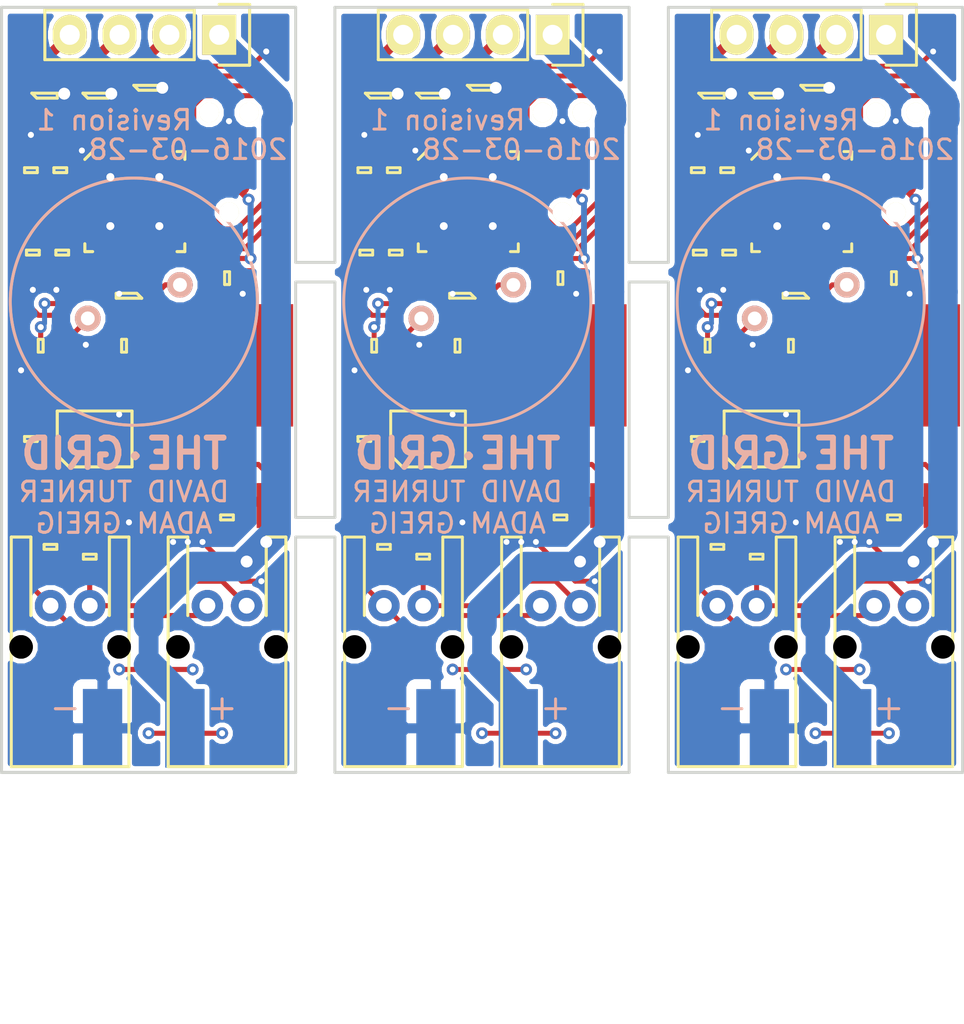
<source format=kicad_pcb>
(kicad_pcb (version 4) (host pcbnew 4.0.2-4+6225~38~ubuntu15.10.1-stable)
  (layers (0 F.Cu signal) (31 B.Cu signal) (34 B.Paste user) (35 F.Paste user) (36 B.SilkS user) (37 F.SilkS user) (38 B.Mask user) (39 F.Mask user) (44 Edge.Cuts user))
  (net 0 "")
  (net 1 GND)
  (net 2 +3V3)
  (net 3 +12V)
  (net 4 /BUS)
  (net 5 /BUS_A)
  (net 6 /BUS_B)
  (net 7 /SWDIO)
  (net 8 /SWDCLK)
  (net 9 /DRIVE_R)
  (net 10 /DRIVE_G)
  (net 11 /DRIVE_B)
  (net 12 "Net-(Q4-Pad3)")
  (net 13 /PIEZO)
  (net 14 /LED_R)
  (net 15 /LED_G)
  (net 16 /LED_B)
  (net 17 "Net-(IC2-Pad4)")
  (net 18 "Net-(IC1-Pad3)")
  (module SOIC-8 (layer F.Cu) (at 120.75 98 90)
    (fp_text reference IC1 hide)
    (fp_text value LMx93 hide)
    (pad 1 smd rect (at -2.7 -1.905 90) (size 1.55 0.6) (layers F.Cu F.Paste F.Mask) (net 4 /BUS))
    (pad 2 smd rect (at -2.7 -0.635 90) (size 1.55 0.6) (layers F.Cu F.Paste F.Mask) (net 5 /BUS_A))
    (pad 3 smd rect (at -2.7 0.635 90) (size 1.55 0.6) (layers F.Cu F.Paste F.Mask) (net 18 "Net-(IC1-Pad3)"))
    (pad 4 smd rect (at -2.7 1.905 90) (size 1.55 0.6) (layers F.Cu F.Paste F.Mask) (net 1 GND))
    (pad 5 smd rect (at 2.7 1.905 90) (size 1.55 0.6) (layers F.Cu F.Paste F.Mask) (net 1 GND))
    (pad 6 smd rect (at 2.7 0.635 90) (size 1.55 0.6) (layers F.Cu F.Paste F.Mask) (net 1 GND))
    (pad 7 smd rect (at 2.7 -0.635 90) (size 1.55 0.6) (layers F.Cu F.Paste F.Mask))
    (pad 8 smd rect (at 2.7 -1.905 90) (size 1.55 0.6) (layers F.Cu F.Paste F.Mask) (net 2 +3V3))
  )
  (module agg:S02B-PASK-2 (layer F.Cu) (at 119.5 106.5 180)
    (fp_text reference P2 hide)
    (fp_text value BUS_IN hide)
    (pad "" np_thru_hole circle (at 2.5 -2.1 180) (size 1.2 1.2) (drill 1.2) (layers *.Mask))
    (pad "" np_thru_hole circle (at -2.5 -2.1 180) (size 1.2 1.2) (drill 1.2) (layers *.Mask))
    (pad 1 thru_hole circle (at 1 0 180) (size 1.6 1.6) (drill 0.8) (layers *.Cu *.Mask) (net 5 /BUS_A))
    (pad 2 thru_hole circle (at -1 0 180) (size 1.6 1.6) (drill 0.8) (layers *.Cu *.Mask) (net 6 /BUS_B))
  )
  (module thegrid:minipow_edge (layer B.Cu) (at 123.25 114.75 180)
    (fp_text reference P1 hide)
    (fp_text value POWER_IN hide)
    (pad 1 smd rect (at 2.1 2) (size 2 4) (layers B.Cu B.Mask) (net 1 GND))
    (pad 2 smd rect (at -2.1 2) (size 2 4) (layers B.Cu B.Mask) (net 3 +12V))
  )
  (module agg:0603 (layer F.Cu) (at 118 93.25)
    (fp_text reference C1 hide)
    (fp_text value 100n hide)
    (pad 1 smd rect (at -0.8 0) (size 0.95 1) (layers F.Cu F.Paste F.Mask) (net 1 GND))
    (pad 2 smd rect (at 0.8 0) (size 0.95 1) (layers F.Cu F.Paste F.Mask) (net 2 +3V3))
  )
  (module agg:0603 (layer F.Cu) (at 117.5 84.3 90)
    (fp_text reference C2 hide)
    (fp_text value 4u7 hide)
    (pad 1 smd rect (at -0.8 0 90) (size 0.95 1) (layers F.Cu F.Paste F.Mask) (net 2 +3V3))
    (pad 2 smd rect (at 0.8 0 90) (size 0.95 1) (layers F.Cu F.Paste F.Mask) (net 1 GND))
  )
  (module agg:0603 (layer F.Cu) (at 119 84.3 90)
    (fp_text reference C3 hide)
    (fp_text value 100n hide)
    (pad 1 smd rect (at -0.8 0 90) (size 0.95 1) (layers F.Cu F.Paste F.Mask) (net 2 +3V3))
    (pad 2 smd rect (at 0.8 0 90) (size 0.95 1) (layers F.Cu F.Paste F.Mask) (net 1 GND))
  )
  (module agg:0603 (layer F.Cu) (at 119.1 88.5 270)
    (fp_text reference C4 hide)
    (fp_text value 10n hide)
    (pad 1 smd rect (at -0.8 0 270) (size 0.95 1) (layers F.Cu F.Paste F.Mask) (net 2 +3V3))
    (pad 2 smd rect (at 0.8 0 270) (size 0.95 1) (layers F.Cu F.Paste F.Mask) (net 1 GND))
  )
  (module agg:0603 (layer F.Cu) (at 127.5 89.8)
    (fp_text reference C5 hide)
    (fp_text value 100n hide)
    (pad 1 smd rect (at -0.8 0) (size 0.95 1) (layers F.Cu F.Paste F.Mask) (net 2 +3V3))
    (pad 2 smd rect (at 0.8 0) (size 0.95 1) (layers F.Cu F.Paste F.Mask) (net 1 GND))
  )
  (module agg:0603 (layer F.Cu) (at 127.5 102 270)
    (fp_text reference C6 hide)
    (fp_text value 100n hide)
    (pad 1 smd rect (at -0.8 0 270) (size 0.95 1) (layers F.Cu F.Paste F.Mask) (net 3 +12V))
    (pad 2 smd rect (at 0.8 0 270) (size 0.95 1) (layers F.Cu F.Paste F.Mask) (net 1 GND))
  )
  (module agg:0603 (layer F.Cu) (at 122.25 93.25 180)
    (fp_text reference C7 hide)
    (fp_text value 10u hide)
    (pad 1 smd rect (at -0.8 0 180) (size 0.95 1) (layers F.Cu F.Paste F.Mask) (net 2 +3V3))
    (pad 2 smd rect (at 0.8 0 180) (size 0.95 1) (layers F.Cu F.Paste F.Mask) (net 1 GND))
  )
  (module agg:S02B-PASK-2 (layer F.Cu) (at 127.5 106.5 180)
    (fp_text reference P3 hide)
    (fp_text value BUS_OUT hide)
    (pad "" np_thru_hole circle (at 2.5 -2.1 180) (size 1.2 1.2) (drill 1.2) (layers *.Mask))
    (pad "" np_thru_hole circle (at -2.5 -2.1 180) (size 1.2 1.2) (drill 1.2) (layers *.Mask))
    (pad 1 thru_hole circle (at 1 0 180) (size 1.6 1.6) (drill 0.8) (layers *.Cu *.Mask) (net 5 /BUS_A))
    (pad 2 thru_hole circle (at -1 0 180) (size 1.6 1.6) (drill 0.8) (layers *.Cu *.Mask) (net 6 /BUS_B))
  )
  (module agg:TC2030-NL (layer F.Cu) (at 127.6 83.9 90)
    (fp_text reference P4 hide)
    (fp_text value SWD_TC hide)
    (pad 1 smd circle (at -1.27 0.64 90) (size 0.787 0.787) (layers F.Cu F.Mask) (net 2 +3V3))
    (pad 2 smd circle (at -1.27 -0.63 90) (size 0.787 0.787) (layers F.Cu F.Mask) (net 7 /SWDIO))
    (pad 3 smd circle (at 0 0.64 90) (size 0.787 0.787) (layers F.Cu F.Mask))
    (pad 4 smd circle (at 0 -0.63 90) (size 0.787 0.787) (layers F.Cu F.Mask) (net 8 /SWDCLK))
    (pad 5 smd circle (at 1.27 0.64 90) (size 0.787 0.787) (layers F.Cu F.Mask) (net 1 GND))
    (pad 6 smd circle (at 1.27 -0.63 90) (size 0.787 0.787) (layers F.Cu F.Mask))
    (pad "" np_thru_hole circle (at -2.54 0.005 90) (size 1 1) (drill 1) (layers *.Cu *.Mask F.SilkS))
    (pad "" np_thru_hole circle (at 2.54 1.021 90) (size 1 1) (drill 1) (layers *.Cu *.Mask F.SilkS))
    (pad "" np_thru_hole circle (at 2.54 -1.011 90) (size 1 1) (drill 1) (layers *.Cu *.Mask F.SilkS))
  )
  (module Pin_Headers:Pin_Header_Straight_1x04 (layer F.Cu) (at 127.1 77.4 270)
    (fp_text reference P5 hide)
    (fp_text value LEDs hide)
    (pad 1 thru_hole rect (at 0 0 270) (size 2.032 1.7272) (drill 1.016) (layers *.Cu *.Mask F.SilkS) (net 3 +12V))
    (pad 2 thru_hole oval (at 0 2.54 270) (size 2.032 1.7272) (drill 1.016) (layers *.Cu *.Mask F.SilkS) (net 9 /DRIVE_R))
    (pad 3 thru_hole oval (at 0 5.08 270) (size 2.032 1.7272) (drill 1.016) (layers *.Cu *.Mask F.SilkS) (net 10 /DRIVE_G))
    (pad 4 thru_hole oval (at 0 7.62 270) (size 2.032 1.7272) (drill 1.016) (layers *.Cu *.Mask F.SilkS) (net 11 /DRIVE_B))
  )
  (module agg:0603 (layer F.Cu) (at 117.5 98 270)
    (fp_text reference R1 hide)
    (fp_text value 10k hide)
    (pad 1 smd rect (at -0.8 0 270) (size 0.95 1) (layers F.Cu F.Paste F.Mask) (net 2 +3V3))
    (pad 2 smd rect (at 0.8 0 270) (size 0.95 1) (layers F.Cu F.Paste F.Mask) (net 4 /BUS))
  )
  (module thegrid:piezo (layer B.Cu) (at 122.75 91 20)
    (fp_text reference SP1 hide)
    (fp_text value SPEAKER hide)
    (pad 1 thru_hole circle (at -2.5 0 20) (size 1.3 1.3) (drill 0.7) (layers *.Cu *.Mask B.SilkS) (net 3 +12V))
    (pad 2 thru_hole circle (at 2.5 0 20) (size 1.3 1.3) (drill 0.7) (layers *.Cu *.Mask B.SilkS) (net 12 "Net-(Q4-Pad3)"))
  )
  (module thegrid:TO-252-3 (layer F.Cu) (at 127.5 94.25)
    (fp_text reference U1 hide)
    (fp_text value LD1117S33TR hide)
    (pad 2 smd rect (at 0 0) (size 6.74 6.23) (layers F.Cu F.Paste F.Mask) (net 2 +3V3))
    (pad 1 smd rect (at -2.28 7.145) (size 1.524 2.28) (layers F.Cu F.Paste F.Mask) (net 1 GND))
    (pad 3 smd rect (at 2.28 7.145) (size 1.524 2.28) (layers F.Cu F.Paste F.Mask) (net 3 +12V))
  )
  (module agg:QFN-32-EP-ST (layer F.Cu) (at 122.8 85.9)
    (fp_text reference IC2 hide)
    (fp_text value STM32F0xxKxUx hide)
    (pad 1 smd rect (at -2.35 -1.75) (size 0.6 0.3) (layers F.Cu F.Paste F.Mask) (net 2 +3V3))
    (pad 2 smd rect (at -2.35 -1.25) (size 0.6 0.3) (layers F.Cu F.Paste F.Mask))
    (pad 3 smd rect (at -2.35 -0.75) (size 0.6 0.3) (layers F.Cu F.Paste F.Mask))
    (pad 4 smd rect (at -2.35 -0.25) (size 0.6 0.3) (layers F.Cu F.Paste F.Mask) (net 17 "Net-(IC2-Pad4)"))
    (pad 5 smd rect (at -2.35 0.25) (size 0.6 0.3) (layers F.Cu F.Paste F.Mask) (net 2 +3V3))
    (pad 6 smd rect (at -2.35 0.75) (size 0.6 0.3) (layers F.Cu F.Paste F.Mask))
    (pad 7 smd rect (at -2.35 1.25) (size 0.6 0.3) (layers F.Cu F.Paste F.Mask))
    (pad 8 smd rect (at -2.35 1.75) (size 0.6 0.3) (layers F.Cu F.Paste F.Mask))
    (pad 9 smd rect (at -1.75 2.35) (size 0.3 0.6) (layers F.Cu F.Paste F.Mask) (net 4 /BUS))
    (pad 10 smd rect (at -1.25 2.35) (size 0.3 0.6) (layers F.Cu F.Paste F.Mask) (net 13 /PIEZO))
    (pad 11 smd rect (at -0.75 2.35) (size 0.3 0.6) (layers F.Cu F.Paste F.Mask))
    (pad 12 smd rect (at -0.25 2.35) (size 0.3 0.6) (layers F.Cu F.Paste F.Mask))
    (pad 13 smd rect (at 0.25 2.35) (size 0.3 0.6) (layers F.Cu F.Paste F.Mask))
    (pad 14 smd rect (at 0.75 2.35) (size 0.3 0.6) (layers F.Cu F.Paste F.Mask))
    (pad 15 smd rect (at 1.25 2.35) (size 0.3 0.6) (layers F.Cu F.Paste F.Mask))
    (pad 16 smd rect (at 1.75 2.35) (size 0.3 0.6) (layers F.Cu F.Paste F.Mask))
    (pad 17 smd rect (at 2.35 1.75) (size 0.6 0.3) (layers F.Cu F.Paste F.Mask) (net 2 +3V3))
    (pad 18 smd rect (at 2.35 1.25) (size 0.6 0.3) (layers F.Cu F.Paste F.Mask) (net 14 /LED_R))
    (pad 19 smd rect (at 2.35 0.75) (size 0.6 0.3) (layers F.Cu F.Paste F.Mask) (net 15 /LED_G))
    (pad 20 smd rect (at 2.35 0.25) (size 0.6 0.3) (layers F.Cu F.Paste F.Mask) (net 16 /LED_B))
    (pad 21 smd rect (at 2.35 -0.25) (size 0.6 0.3) (layers F.Cu F.Paste F.Mask))
    (pad 22 smd rect (at 2.35 -0.75) (size 0.6 0.3) (layers F.Cu F.Paste F.Mask))
    (pad 23 smd rect (at 2.35 -1.25) (size 0.6 0.3) (layers F.Cu F.Paste F.Mask) (net 7 /SWDIO))
    (pad 24 smd rect (at 2.35 -1.75) (size 0.6 0.3) (layers F.Cu F.Paste F.Mask) (net 8 /SWDCLK))
    (pad 25 smd rect (at 1.75 -2.35) (size 0.3 0.6) (layers F.Cu F.Paste F.Mask))
    (pad 26 smd rect (at 1.25 -2.35) (size 0.3 0.6) (layers F.Cu F.Paste F.Mask))
    (pad 27 smd rect (at 0.75 -2.35) (size 0.3 0.6) (layers F.Cu F.Paste F.Mask))
    (pad 28 smd rect (at 0.25 -2.35) (size 0.3 0.6) (layers F.Cu F.Paste F.Mask))
    (pad 29 smd rect (at -0.25 -2.35) (size 0.3 0.6) (layers F.Cu F.Paste F.Mask))
    (pad 30 smd rect (at -0.75 -2.35) (size 0.3 0.6) (layers F.Cu F.Paste F.Mask))
    (pad 31 smd rect (at -1.25 -2.35) (size 0.3 0.6) (layers F.Cu F.Paste F.Mask) (net 1 GND))
    (pad 32 smd rect (at -1.75 -2.35) (size 0.3 0.6) (layers F.Cu F.Paste F.Mask))
    (pad EP smd rect (at 0 0) (size 2 2) (layers F.Cu F.Mask) (net 1 GND))
    (pad EP smd rect (at 0 0) (size 1 1) (layers F.Cu F.Paste) (net 1 GND))
    (pad EP thru_hole circle (at -1.25 -1.25) (size 0.6 0.6) (drill 0.4) (layers *.Cu) (net 1 GND))
    (pad EP thru_hole circle (at -1.25 1.25) (size 0.6 0.6) (drill 0.4) (layers *.Cu) (net 1 GND))
    (pad EP thru_hole circle (at 1.25 -1.25) (size 0.6 0.6) (drill 0.4) (layers *.Cu) (net 1 GND))
    (pad EP thru_hole circle (at 1.25 1.25) (size 0.6 0.6) (drill 0.4) (layers *.Cu) (net 1 GND))
    (pad EP smd rect (at 0 0) (size 3.45 3.45) (layers F.Cu) (net 1 GND))
  )
  (module agg:SOT-323 (layer F.Cu) (at 123.4 80.1 90)
    (fp_text reference Q1 hide)
    (fp_text value MTM232270LBF hide)
    (pad 1 smd rect (at -1.05 -0.65 90) (size 0.85 0.55) (layers F.Cu F.Paste F.Mask) (net 14 /LED_R))
    (pad 2 smd rect (at -1.05 0.65 90) (size 0.85 0.55) (layers F.Cu F.Paste F.Mask) (net 1 GND))
    (pad 3 smd rect (at 1.05 0 90) (size 0.85 0.55) (layers F.Cu F.Paste F.Mask) (net 9 /DRIVE_R))
  )
  (module agg:SOT-323 (layer F.Cu) (at 120.8 80.5 90)
    (fp_text reference Q2 hide)
    (fp_text value MTM232270LBF hide)
    (pad 1 smd rect (at -1.05 -0.65 90) (size 0.85 0.55) (layers F.Cu F.Paste F.Mask) (net 15 /LED_G))
    (pad 2 smd rect (at -1.05 0.65 90) (size 0.85 0.55) (layers F.Cu F.Paste F.Mask) (net 1 GND))
    (pad 3 smd rect (at 1.05 0 90) (size 0.85 0.55) (layers F.Cu F.Paste F.Mask) (net 10 /DRIVE_G))
  )
  (module agg:SOT-323 (layer F.Cu) (at 118.2 80.5 90)
    (fp_text reference Q3 hide)
    (fp_text value MTM232270LBF hide)
    (pad 1 smd rect (at -1.05 -0.65 90) (size 0.85 0.55) (layers F.Cu F.Paste F.Mask) (net 16 /LED_B))
    (pad 2 smd rect (at -1.05 0.65 90) (size 0.85 0.55) (layers F.Cu F.Paste F.Mask) (net 1 GND))
    (pad 3 smd rect (at 1.05 0 90) (size 0.85 0.55) (layers F.Cu F.Paste F.Mask) (net 11 /DRIVE_B))
  )
  (module agg:SOT-323 (layer F.Cu) (at 122.5 90.7 270)
    (fp_text reference Q4 hide)
    (fp_text value MTM232270LBF hide)
    (pad 1 smd rect (at -1.05 -0.65 270) (size 0.85 0.55) (layers F.Cu F.Paste F.Mask) (net 13 /PIEZO))
    (pad 2 smd rect (at -1.05 0.65 270) (size 0.85 0.55) (layers F.Cu F.Paste F.Mask) (net 1 GND))
    (pad 3 smd rect (at 1.05 0 270) (size 0.85 0.55) (layers F.Cu F.Paste F.Mask) (net 12 "Net-(Q4-Pad3)"))
  )
  (module agg:0603 (layer F.Cu) (at 117.6 88.5 270)
    (fp_text reference C8 hide)
    (fp_text value 1u hide)
    (pad 1 smd rect (at -0.8 0 270) (size 0.95 1) (layers F.Cu F.Paste F.Mask) (net 2 +3V3))
    (pad 2 smd rect (at 0.8 0 270) (size 0.95 1) (layers F.Cu F.Paste F.Mask) (net 1 GND))
  )
  (module agg:TESTPAD (layer F.Cu) (at 117.5 86.4)
    (fp_text reference TP1 hide)
    (fp_text value RST hide)
    (pad 1 smd circle (at 0 0) (size 1 1) (layers F.Cu F.Mask) (net 17 "Net-(IC2-Pad4)"))
  )
  (module agg:0603 (layer F.Cu) (at 120.5 104 270)
    (fp_text reference R2 hide)
    (fp_text value 10k hide)
    (pad 1 smd rect (at -0.8 0 270) (size 0.95 1) (layers F.Cu F.Paste F.Mask) (net 18 "Net-(IC1-Pad3)"))
    (pad 2 smd rect (at 0.8 0 270) (size 0.95 1) (layers F.Cu F.Paste F.Mask) (net 6 /BUS_B))
  )
  (module agg:0603 (layer F.Cu) (at 118.5 103.5 270)
    (fp_text reference R3 hide)
    (fp_text value 1M hide)
    (pad 1 smd rect (at -0.8 0 270) (size 0.95 1) (layers F.Cu F.Paste F.Mask) (net 4 /BUS))
    (pad 2 smd rect (at 0.8 0 270) (size 0.95 1) (layers F.Cu F.Paste F.Mask) (net 18 "Net-(IC1-Pad3)"))
  )
  (module SOIC-8 (layer F.Cu) (at 120.75 98 90)
    (fp_text reference IC1 hide)
    (fp_text value LMx93 hide)
    (pad 1 smd rect (at -2.7 -1.905 90) (size 1.55 0.6) (layers F.Cu F.Paste F.Mask) (net 4 /BUS))
    (pad 2 smd rect (at -2.7 -0.635 90) (size 1.55 0.6) (layers F.Cu F.Paste F.Mask) (net 5 /BUS_A))
    (pad 3 smd rect (at -2.7 0.635 90) (size 1.55 0.6) (layers F.Cu F.Paste F.Mask) (net 18 "Net-(IC1-Pad3)"))
    (pad 4 smd rect (at -2.7 1.905 90) (size 1.55 0.6) (layers F.Cu F.Paste F.Mask) (net 1 GND))
    (pad 5 smd rect (at 2.7 1.905 90) (size 1.55 0.6) (layers F.Cu F.Paste F.Mask) (net 1 GND))
    (pad 6 smd rect (at 2.7 0.635 90) (size 1.55 0.6) (layers F.Cu F.Paste F.Mask) (net 1 GND))
    (pad 7 smd rect (at 2.7 -0.635 90) (size 1.55 0.6) (layers F.Cu F.Paste F.Mask))
    (pad 8 smd rect (at 2.7 -1.905 90) (size 1.55 0.6) (layers F.Cu F.Paste F.Mask) (net 2 +3V3))
  )
  (module agg:S02B-PASK-2 (layer F.Cu) (at 119.5 106.5 180)
    (fp_text reference P2 hide)
    (fp_text value BUS_IN hide)
    (pad "" np_thru_hole circle (at 2.5 -2.1 180) (size 1.2 1.2) (drill 1.2) (layers *.Mask))
    (pad "" np_thru_hole circle (at -2.5 -2.1 180) (size 1.2 1.2) (drill 1.2) (layers *.Mask))
    (pad 1 thru_hole circle (at 1 0 180) (size 1.6 1.6) (drill 0.8) (layers *.Cu *.Mask) (net 5 /BUS_A))
    (pad 2 thru_hole circle (at -1 0 180) (size 1.6 1.6) (drill 0.8) (layers *.Cu *.Mask) (net 6 /BUS_B))
  )
  (module thegrid:minipow_edge (layer B.Cu) (at 123.25 114.75 180)
    (fp_text reference P1 hide)
    (fp_text value POWER_IN hide)
    (pad 1 smd rect (at 2.1 2) (size 2 4) (layers B.Cu B.Mask) (net 1 GND))
    (pad 2 smd rect (at -2.1 2) (size 2 4) (layers B.Cu B.Mask) (net 3 +12V))
  )
  (module agg:0603 (layer F.Cu) (at 118 93.25)
    (fp_text reference C1 hide)
    (fp_text value 100n hide)
    (pad 1 smd rect (at -0.8 0) (size 0.95 1) (layers F.Cu F.Paste F.Mask) (net 1 GND))
    (pad 2 smd rect (at 0.8 0) (size 0.95 1) (layers F.Cu F.Paste F.Mask) (net 2 +3V3))
  )
  (module agg:0603 (layer F.Cu) (at 117.5 84.3 90)
    (fp_text reference C2 hide)
    (fp_text value 4u7 hide)
    (pad 1 smd rect (at -0.8 0 90) (size 0.95 1) (layers F.Cu F.Paste F.Mask) (net 2 +3V3))
    (pad 2 smd rect (at 0.8 0 90) (size 0.95 1) (layers F.Cu F.Paste F.Mask) (net 1 GND))
  )
  (module agg:0603 (layer F.Cu) (at 119 84.3 90)
    (fp_text reference C3 hide)
    (fp_text value 100n hide)
    (pad 1 smd rect (at -0.8 0 90) (size 0.95 1) (layers F.Cu F.Paste F.Mask) (net 2 +3V3))
    (pad 2 smd rect (at 0.8 0 90) (size 0.95 1) (layers F.Cu F.Paste F.Mask) (net 1 GND))
  )
  (module agg:0603 (layer F.Cu) (at 119.1 88.5 270)
    (fp_text reference C4 hide)
    (fp_text value 10n hide)
    (pad 1 smd rect (at -0.8 0 270) (size 0.95 1) (layers F.Cu F.Paste F.Mask) (net 2 +3V3))
    (pad 2 smd rect (at 0.8 0 270) (size 0.95 1) (layers F.Cu F.Paste F.Mask) (net 1 GND))
  )
  (module agg:0603 (layer F.Cu) (at 127.5 89.8)
    (fp_text reference C5 hide)
    (fp_text value 100n hide)
    (pad 1 smd rect (at -0.8 0) (size 0.95 1) (layers F.Cu F.Paste F.Mask) (net 2 +3V3))
    (pad 2 smd rect (at 0.8 0) (size 0.95 1) (layers F.Cu F.Paste F.Mask) (net 1 GND))
  )
  (module agg:0603 (layer F.Cu) (at 127.5 102 270)
    (fp_text reference C6 hide)
    (fp_text value 100n hide)
    (pad 1 smd rect (at -0.8 0 270) (size 0.95 1) (layers F.Cu F.Paste F.Mask) (net 3 +12V))
    (pad 2 smd rect (at 0.8 0 270) (size 0.95 1) (layers F.Cu F.Paste F.Mask) (net 1 GND))
  )
  (module agg:0603 (layer F.Cu) (at 122.25 93.25 180)
    (fp_text reference C7 hide)
    (fp_text value 10u hide)
    (pad 1 smd rect (at -0.8 0 180) (size 0.95 1) (layers F.Cu F.Paste F.Mask) (net 2 +3V3))
    (pad 2 smd rect (at 0.8 0 180) (size 0.95 1) (layers F.Cu F.Paste F.Mask) (net 1 GND))
  )
  (module agg:S02B-PASK-2 (layer F.Cu) (at 127.5 106.5 180)
    (fp_text reference P3 hide)
    (fp_text value BUS_OUT hide)
    (pad "" np_thru_hole circle (at 2.5 -2.1 180) (size 1.2 1.2) (drill 1.2) (layers *.Mask))
    (pad "" np_thru_hole circle (at -2.5 -2.1 180) (size 1.2 1.2) (drill 1.2) (layers *.Mask))
    (pad 1 thru_hole circle (at 1 0 180) (size 1.6 1.6) (drill 0.8) (layers *.Cu *.Mask) (net 5 /BUS_A))
    (pad 2 thru_hole circle (at -1 0 180) (size 1.6 1.6) (drill 0.8) (layers *.Cu *.Mask) (net 6 /BUS_B))
  )
  (module agg:TC2030-NL (layer F.Cu) (at 127.6 83.9 90)
    (fp_text reference P4 hide)
    (fp_text value SWD_TC hide)
    (pad 1 smd circle (at -1.27 0.64 90) (size 0.787 0.787) (layers F.Cu F.Mask) (net 2 +3V3))
    (pad 2 smd circle (at -1.27 -0.63 90) (size 0.787 0.787) (layers F.Cu F.Mask) (net 7 /SWDIO))
    (pad 3 smd circle (at 0 0.64 90) (size 0.787 0.787) (layers F.Cu F.Mask))
    (pad 4 smd circle (at 0 -0.63 90) (size 0.787 0.787) (layers F.Cu F.Mask) (net 8 /SWDCLK))
    (pad 5 smd circle (at 1.27 0.64 90) (size 0.787 0.787) (layers F.Cu F.Mask) (net 1 GND))
    (pad 6 smd circle (at 1.27 -0.63 90) (size 0.787 0.787) (layers F.Cu F.Mask))
    (pad "" np_thru_hole circle (at -2.54 0.005 90) (size 1 1) (drill 1) (layers *.Cu *.Mask F.SilkS))
    (pad "" np_thru_hole circle (at 2.54 1.021 90) (size 1 1) (drill 1) (layers *.Cu *.Mask F.SilkS))
    (pad "" np_thru_hole circle (at 2.54 -1.011 90) (size 1 1) (drill 1) (layers *.Cu *.Mask F.SilkS))
  )
  (module Pin_Headers:Pin_Header_Straight_1x04 (layer F.Cu) (at 127.1 77.4 270)
    (fp_text reference P5 hide)
    (fp_text value LEDs hide)
    (pad 1 thru_hole rect (at 0 0 270) (size 2.032 1.7272) (drill 1.016) (layers *.Cu *.Mask F.SilkS) (net 3 +12V))
    (pad 2 thru_hole oval (at 0 2.54 270) (size 2.032 1.7272) (drill 1.016) (layers *.Cu *.Mask F.SilkS) (net 9 /DRIVE_R))
    (pad 3 thru_hole oval (at 0 5.08 270) (size 2.032 1.7272) (drill 1.016) (layers *.Cu *.Mask F.SilkS) (net 10 /DRIVE_G))
    (pad 4 thru_hole oval (at 0 7.62 270) (size 2.032 1.7272) (drill 1.016) (layers *.Cu *.Mask F.SilkS) (net 11 /DRIVE_B))
  )
  (module agg:0603 (layer F.Cu) (at 117.5 98 270)
    (fp_text reference R1 hide)
    (fp_text value 10k hide)
    (pad 1 smd rect (at -0.8 0 270) (size 0.95 1) (layers F.Cu F.Paste F.Mask) (net 2 +3V3))
    (pad 2 smd rect (at 0.8 0 270) (size 0.95 1) (layers F.Cu F.Paste F.Mask) (net 4 /BUS))
  )
  (module thegrid:piezo (layer B.Cu) (at 122.75 91 20)
    (fp_text reference SP1 hide)
    (fp_text value SPEAKER hide)
    (pad 1 thru_hole circle (at -2.5 0 20) (size 1.3 1.3) (drill 0.7) (layers *.Cu *.Mask B.SilkS) (net 3 +12V))
    (pad 2 thru_hole circle (at 2.5 0 20) (size 1.3 1.3) (drill 0.7) (layers *.Cu *.Mask B.SilkS) (net 12 "Net-(Q4-Pad3)"))
  )
  (module thegrid:TO-252-3 (layer F.Cu) (at 127.5 94.25)
    (fp_text reference U1 hide)
    (fp_text value LD1117S33TR hide)
    (pad 2 smd rect (at 0 0) (size 6.74 6.23) (layers F.Cu F.Paste F.Mask) (net 2 +3V3))
    (pad 1 smd rect (at -2.28 7.145) (size 1.524 2.28) (layers F.Cu F.Paste F.Mask) (net 1 GND))
    (pad 3 smd rect (at 2.28 7.145) (size 1.524 2.28) (layers F.Cu F.Paste F.Mask) (net 3 +12V))
  )
  (module agg:QFN-32-EP-ST (layer F.Cu) (at 122.8 85.9)
    (fp_text reference IC2 hide)
    (fp_text value STM32F0xxKxUx hide)
    (pad 1 smd rect (at -2.35 -1.75) (size 0.6 0.3) (layers F.Cu F.Paste F.Mask) (net 2 +3V3))
    (pad 2 smd rect (at -2.35 -1.25) (size 0.6 0.3) (layers F.Cu F.Paste F.Mask))
    (pad 3 smd rect (at -2.35 -0.75) (size 0.6 0.3) (layers F.Cu F.Paste F.Mask))
    (pad 4 smd rect (at -2.35 -0.25) (size 0.6 0.3) (layers F.Cu F.Paste F.Mask) (net 17 "Net-(IC2-Pad4)"))
    (pad 5 smd rect (at -2.35 0.25) (size 0.6 0.3) (layers F.Cu F.Paste F.Mask) (net 2 +3V3))
    (pad 6 smd rect (at -2.35 0.75) (size 0.6 0.3) (layers F.Cu F.Paste F.Mask))
    (pad 7 smd rect (at -2.35 1.25) (size 0.6 0.3) (layers F.Cu F.Paste F.Mask))
    (pad 8 smd rect (at -2.35 1.75) (size 0.6 0.3) (layers F.Cu F.Paste F.Mask))
    (pad 9 smd rect (at -1.75 2.35) (size 0.3 0.6) (layers F.Cu F.Paste F.Mask) (net 4 /BUS))
    (pad 10 smd rect (at -1.25 2.35) (size 0.3 0.6) (layers F.Cu F.Paste F.Mask) (net 13 /PIEZO))
    (pad 11 smd rect (at -0.75 2.35) (size 0.3 0.6) (layers F.Cu F.Paste F.Mask))
    (pad 12 smd rect (at -0.25 2.35) (size 0.3 0.6) (layers F.Cu F.Paste F.Mask))
    (pad 13 smd rect (at 0.25 2.35) (size 0.3 0.6) (layers F.Cu F.Paste F.Mask))
    (pad 14 smd rect (at 0.75 2.35) (size 0.3 0.6) (layers F.Cu F.Paste F.Mask))
    (pad 15 smd rect (at 1.25 2.35) (size 0.3 0.6) (layers F.Cu F.Paste F.Mask))
    (pad 16 smd rect (at 1.75 2.35) (size 0.3 0.6) (layers F.Cu F.Paste F.Mask))
    (pad 17 smd rect (at 2.35 1.75) (size 0.6 0.3) (layers F.Cu F.Paste F.Mask) (net 2 +3V3))
    (pad 18 smd rect (at 2.35 1.25) (size 0.6 0.3) (layers F.Cu F.Paste F.Mask) (net 14 /LED_R))
    (pad 19 smd rect (at 2.35 0.75) (size 0.6 0.3) (layers F.Cu F.Paste F.Mask) (net 15 /LED_G))
    (pad 20 smd rect (at 2.35 0.25) (size 0.6 0.3) (layers F.Cu F.Paste F.Mask) (net 16 /LED_B))
    (pad 21 smd rect (at 2.35 -0.25) (size 0.6 0.3) (layers F.Cu F.Paste F.Mask))
    (pad 22 smd rect (at 2.35 -0.75) (size 0.6 0.3) (layers F.Cu F.Paste F.Mask))
    (pad 23 smd rect (at 2.35 -1.25) (size 0.6 0.3) (layers F.Cu F.Paste F.Mask) (net 7 /SWDIO))
    (pad 24 smd rect (at 2.35 -1.75) (size 0.6 0.3) (layers F.Cu F.Paste F.Mask) (net 8 /SWDCLK))
    (pad 25 smd rect (at 1.75 -2.35) (size 0.3 0.6) (layers F.Cu F.Paste F.Mask))
    (pad 26 smd rect (at 1.25 -2.35) (size 0.3 0.6) (layers F.Cu F.Paste F.Mask))
    (pad 27 smd rect (at 0.75 -2.35) (size 0.3 0.6) (layers F.Cu F.Paste F.Mask))
    (pad 28 smd rect (at 0.25 -2.35) (size 0.3 0.6) (layers F.Cu F.Paste F.Mask))
    (pad 29 smd rect (at -0.25 -2.35) (size 0.3 0.6) (layers F.Cu F.Paste F.Mask))
    (pad 30 smd rect (at -0.75 -2.35) (size 0.3 0.6) (layers F.Cu F.Paste F.Mask))
    (pad 31 smd rect (at -1.25 -2.35) (size 0.3 0.6) (layers F.Cu F.Paste F.Mask) (net 1 GND))
    (pad 32 smd rect (at -1.75 -2.35) (size 0.3 0.6) (layers F.Cu F.Paste F.Mask))
    (pad EP smd rect (at 0 0) (size 2 2) (layers F.Cu F.Mask) (net 1 GND))
    (pad EP smd rect (at 0 0) (size 1 1) (layers F.Cu F.Paste) (net 1 GND))
    (pad EP thru_hole circle (at -1.25 -1.25) (size 0.6 0.6) (drill 0.4) (layers *.Cu) (net 1 GND))
    (pad EP thru_hole circle (at -1.25 1.25) (size 0.6 0.6) (drill 0.4) (layers *.Cu) (net 1 GND))
    (pad EP thru_hole circle (at 1.25 -1.25) (size 0.6 0.6) (drill 0.4) (layers *.Cu) (net 1 GND))
    (pad EP thru_hole circle (at 1.25 1.25) (size 0.6 0.6) (drill 0.4) (layers *.Cu) (net 1 GND))
    (pad EP smd rect (at 0 0) (size 3.45 3.45) (layers F.Cu) (net 1 GND))
  )
  (module agg:SOT-323 (layer F.Cu) (at 123.4 80.1 90)
    (fp_text reference Q1 hide)
    (fp_text value MTM232270LBF hide)
    (pad 1 smd rect (at -1.05 -0.65 90) (size 0.85 0.55) (layers F.Cu F.Paste F.Mask) (net 14 /LED_R))
    (pad 2 smd rect (at -1.05 0.65 90) (size 0.85 0.55) (layers F.Cu F.Paste F.Mask) (net 1 GND))
    (pad 3 smd rect (at 1.05 0 90) (size 0.85 0.55) (layers F.Cu F.Paste F.Mask) (net 9 /DRIVE_R))
  )
  (module agg:SOT-323 (layer F.Cu) (at 120.8 80.5 90)
    (fp_text reference Q2 hide)
    (fp_text value MTM232270LBF hide)
    (pad 1 smd rect (at -1.05 -0.65 90) (size 0.85 0.55) (layers F.Cu F.Paste F.Mask) (net 15 /LED_G))
    (pad 2 smd rect (at -1.05 0.65 90) (size 0.85 0.55) (layers F.Cu F.Paste F.Mask) (net 1 GND))
    (pad 3 smd rect (at 1.05 0 90) (size 0.85 0.55) (layers F.Cu F.Paste F.Mask) (net 10 /DRIVE_G))
  )
  (module agg:SOT-323 (layer F.Cu) (at 118.2 80.5 90)
    (fp_text reference Q3 hide)
    (fp_text value MTM232270LBF hide)
    (pad 1 smd rect (at -1.05 -0.65 90) (size 0.85 0.55) (layers F.Cu F.Paste F.Mask) (net 16 /LED_B))
    (pad 2 smd rect (at -1.05 0.65 90) (size 0.85 0.55) (layers F.Cu F.Paste F.Mask) (net 1 GND))
    (pad 3 smd rect (at 1.05 0 90) (size 0.85 0.55) (layers F.Cu F.Paste F.Mask) (net 11 /DRIVE_B))
  )
  (module agg:SOT-323 (layer F.Cu) (at 122.5 90.7 270)
    (fp_text reference Q4 hide)
    (fp_text value MTM232270LBF hide)
    (pad 1 smd rect (at -1.05 -0.65 270) (size 0.85 0.55) (layers F.Cu F.Paste F.Mask) (net 13 /PIEZO))
    (pad 2 smd rect (at -1.05 0.65 270) (size 0.85 0.55) (layers F.Cu F.Paste F.Mask) (net 1 GND))
    (pad 3 smd rect (at 1.05 0 270) (size 0.85 0.55) (layers F.Cu F.Paste F.Mask) (net 12 "Net-(Q4-Pad3)"))
  )
  (module agg:0603 (layer F.Cu) (at 117.6 88.5 270)
    (fp_text reference C8 hide)
    (fp_text value 1u hide)
    (pad 1 smd rect (at -0.8 0 270) (size 0.95 1) (layers F.Cu F.Paste F.Mask) (net 2 +3V3))
    (pad 2 smd rect (at 0.8 0 270) (size 0.95 1) (layers F.Cu F.Paste F.Mask) (net 1 GND))
  )
  (module agg:TESTPAD (layer F.Cu) (at 117.5 86.4)
    (fp_text reference TP1 hide)
    (fp_text value RST hide)
    (pad 1 smd circle (at 0 0) (size 1 1) (layers F.Cu F.Mask) (net 17 "Net-(IC2-Pad4)"))
  )
  (module agg:0603 (layer F.Cu) (at 120.5 104 270)
    (fp_text reference R2 hide)
    (fp_text value 10k hide)
    (pad 1 smd rect (at -0.8 0 270) (size 0.95 1) (layers F.Cu F.Paste F.Mask) (net 18 "Net-(IC1-Pad3)"))
    (pad 2 smd rect (at 0.8 0 270) (size 0.95 1) (layers F.Cu F.Paste F.Mask) (net 6 /BUS_B))
  )
  (module agg:0603 (layer F.Cu) (at 118.5 103.5 270)
    (fp_text reference R3 hide)
    (fp_text value 1M hide)
    (pad 1 smd rect (at -0.8 0 270) (size 0.95 1) (layers F.Cu F.Paste F.Mask) (net 4 /BUS))
    (pad 2 smd rect (at 0.8 0 270) (size 0.95 1) (layers F.Cu F.Paste F.Mask) (net 18 "Net-(IC1-Pad3)"))
  )
  (module SOIC-8 (layer F.Cu) (at 137.75 98 90)
    (fp_text reference IC1 hide)
    (fp_text value LMx93 hide)
    (pad 1 smd rect (at -2.7 -1.905 90) (size 1.55 0.6) (layers F.Cu F.Paste F.Mask) (net 4 /BUS))
    (pad 2 smd rect (at -2.7 -0.635 90) (size 1.55 0.6) (layers F.Cu F.Paste F.Mask) (net 5 /BUS_A))
    (pad 3 smd rect (at -2.7 0.635 90) (size 1.55 0.6) (layers F.Cu F.Paste F.Mask) (net 18 "Net-(IC1-Pad3)"))
    (pad 4 smd rect (at -2.7 1.905 90) (size 1.55 0.6) (layers F.Cu F.Paste F.Mask) (net 1 GND))
    (pad 5 smd rect (at 2.7 1.905 90) (size 1.55 0.6) (layers F.Cu F.Paste F.Mask) (net 1 GND))
    (pad 6 smd rect (at 2.7 0.635 90) (size 1.55 0.6) (layers F.Cu F.Paste F.Mask) (net 1 GND))
    (pad 7 smd rect (at 2.7 -0.635 90) (size 1.55 0.6) (layers F.Cu F.Paste F.Mask))
    (pad 8 smd rect (at 2.7 -1.905 90) (size 1.55 0.6) (layers F.Cu F.Paste F.Mask) (net 2 +3V3))
  )
  (module agg:S02B-PASK-2 (layer F.Cu) (at 136.5 106.5 180)
    (fp_text reference P2 hide)
    (fp_text value BUS_IN hide)
    (pad "" np_thru_hole circle (at 2.5 -2.1 180) (size 1.2 1.2) (drill 1.2) (layers *.Mask))
    (pad "" np_thru_hole circle (at -2.5 -2.1 180) (size 1.2 1.2) (drill 1.2) (layers *.Mask))
    (pad 1 thru_hole circle (at 1 0 180) (size 1.6 1.6) (drill 0.8) (layers *.Cu *.Mask) (net 5 /BUS_A))
    (pad 2 thru_hole circle (at -1 0 180) (size 1.6 1.6) (drill 0.8) (layers *.Cu *.Mask) (net 6 /BUS_B))
  )
  (module thegrid:minipow_edge (layer B.Cu) (at 140.25 114.75 180)
    (fp_text reference P1 hide)
    (fp_text value POWER_IN hide)
    (pad 1 smd rect (at 2.1 2) (size 2 4) (layers B.Cu B.Mask) (net 1 GND))
    (pad 2 smd rect (at -2.1 2) (size 2 4) (layers B.Cu B.Mask) (net 3 +12V))
  )
  (module agg:0603 (layer F.Cu) (at 135 93.25)
    (fp_text reference C1 hide)
    (fp_text value 100n hide)
    (pad 1 smd rect (at -0.8 0) (size 0.95 1) (layers F.Cu F.Paste F.Mask) (net 1 GND))
    (pad 2 smd rect (at 0.8 0) (size 0.95 1) (layers F.Cu F.Paste F.Mask) (net 2 +3V3))
  )
  (module agg:0603 (layer F.Cu) (at 134.5 84.3 90)
    (fp_text reference C2 hide)
    (fp_text value 4u7 hide)
    (pad 1 smd rect (at -0.8 0 90) (size 0.95 1) (layers F.Cu F.Paste F.Mask) (net 2 +3V3))
    (pad 2 smd rect (at 0.8 0 90) (size 0.95 1) (layers F.Cu F.Paste F.Mask) (net 1 GND))
  )
  (module agg:0603 (layer F.Cu) (at 136 84.3 90)
    (fp_text reference C3 hide)
    (fp_text value 100n hide)
    (pad 1 smd rect (at -0.8 0 90) (size 0.95 1) (layers F.Cu F.Paste F.Mask) (net 2 +3V3))
    (pad 2 smd rect (at 0.8 0 90) (size 0.95 1) (layers F.Cu F.Paste F.Mask) (net 1 GND))
  )
  (module agg:0603 (layer F.Cu) (at 136.1 88.5 270)
    (fp_text reference C4 hide)
    (fp_text value 10n hide)
    (pad 1 smd rect (at -0.8 0 270) (size 0.95 1) (layers F.Cu F.Paste F.Mask) (net 2 +3V3))
    (pad 2 smd rect (at 0.8 0 270) (size 0.95 1) (layers F.Cu F.Paste F.Mask) (net 1 GND))
  )
  (module agg:0603 (layer F.Cu) (at 144.5 89.8)
    (fp_text reference C5 hide)
    (fp_text value 100n hide)
    (pad 1 smd rect (at -0.8 0) (size 0.95 1) (layers F.Cu F.Paste F.Mask) (net 2 +3V3))
    (pad 2 smd rect (at 0.8 0) (size 0.95 1) (layers F.Cu F.Paste F.Mask) (net 1 GND))
  )
  (module agg:0603 (layer F.Cu) (at 144.5 102 270)
    (fp_text reference C6 hide)
    (fp_text value 100n hide)
    (pad 1 smd rect (at -0.8 0 270) (size 0.95 1) (layers F.Cu F.Paste F.Mask) (net 3 +12V))
    (pad 2 smd rect (at 0.8 0 270) (size 0.95 1) (layers F.Cu F.Paste F.Mask) (net 1 GND))
  )
  (module agg:0603 (layer F.Cu) (at 139.25 93.25 180)
    (fp_text reference C7 hide)
    (fp_text value 10u hide)
    (pad 1 smd rect (at -0.8 0 180) (size 0.95 1) (layers F.Cu F.Paste F.Mask) (net 2 +3V3))
    (pad 2 smd rect (at 0.8 0 180) (size 0.95 1) (layers F.Cu F.Paste F.Mask) (net 1 GND))
  )
  (module agg:S02B-PASK-2 (layer F.Cu) (at 144.5 106.5 180)
    (fp_text reference P3 hide)
    (fp_text value BUS_OUT hide)
    (pad "" np_thru_hole circle (at 2.5 -2.1 180) (size 1.2 1.2) (drill 1.2) (layers *.Mask))
    (pad "" np_thru_hole circle (at -2.5 -2.1 180) (size 1.2 1.2) (drill 1.2) (layers *.Mask))
    (pad 1 thru_hole circle (at 1 0 180) (size 1.6 1.6) (drill 0.8) (layers *.Cu *.Mask) (net 5 /BUS_A))
    (pad 2 thru_hole circle (at -1 0 180) (size 1.6 1.6) (drill 0.8) (layers *.Cu *.Mask) (net 6 /BUS_B))
  )
  (module agg:TC2030-NL (layer F.Cu) (at 144.6 83.9 90)
    (fp_text reference P4 hide)
    (fp_text value SWD_TC hide)
    (pad 1 smd circle (at -1.27 0.64 90) (size 0.787 0.787) (layers F.Cu F.Mask) (net 2 +3V3))
    (pad 2 smd circle (at -1.27 -0.63 90) (size 0.787 0.787) (layers F.Cu F.Mask) (net 7 /SWDIO))
    (pad 3 smd circle (at 0 0.64 90) (size 0.787 0.787) (layers F.Cu F.Mask))
    (pad 4 smd circle (at 0 -0.63 90) (size 0.787 0.787) (layers F.Cu F.Mask) (net 8 /SWDCLK))
    (pad 5 smd circle (at 1.27 0.64 90) (size 0.787 0.787) (layers F.Cu F.Mask) (net 1 GND))
    (pad 6 smd circle (at 1.27 -0.63 90) (size 0.787 0.787) (layers F.Cu F.Mask))
    (pad "" np_thru_hole circle (at -2.54 0.005 90) (size 1 1) (drill 1) (layers *.Cu *.Mask F.SilkS))
    (pad "" np_thru_hole circle (at 2.54 1.021 90) (size 1 1) (drill 1) (layers *.Cu *.Mask F.SilkS))
    (pad "" np_thru_hole circle (at 2.54 -1.011 90) (size 1 1) (drill 1) (layers *.Cu *.Mask F.SilkS))
  )
  (module Pin_Headers:Pin_Header_Straight_1x04 (layer F.Cu) (at 144.1 77.4 270)
    (fp_text reference P5 hide)
    (fp_text value LEDs hide)
    (pad 1 thru_hole rect (at 0 0 270) (size 2.032 1.7272) (drill 1.016) (layers *.Cu *.Mask F.SilkS) (net 3 +12V))
    (pad 2 thru_hole oval (at 0 2.54 270) (size 2.032 1.7272) (drill 1.016) (layers *.Cu *.Mask F.SilkS) (net 9 /DRIVE_R))
    (pad 3 thru_hole oval (at 0 5.08 270) (size 2.032 1.7272) (drill 1.016) (layers *.Cu *.Mask F.SilkS) (net 10 /DRIVE_G))
    (pad 4 thru_hole oval (at 0 7.62 270) (size 2.032 1.7272) (drill 1.016) (layers *.Cu *.Mask F.SilkS) (net 11 /DRIVE_B))
  )
  (module agg:0603 (layer F.Cu) (at 134.5 98 270)
    (fp_text reference R1 hide)
    (fp_text value 10k hide)
    (pad 1 smd rect (at -0.8 0 270) (size 0.95 1) (layers F.Cu F.Paste F.Mask) (net 2 +3V3))
    (pad 2 smd rect (at 0.8 0 270) (size 0.95 1) (layers F.Cu F.Paste F.Mask) (net 4 /BUS))
  )
  (module thegrid:piezo (layer B.Cu) (at 139.75 91 20)
    (fp_text reference SP1 hide)
    (fp_text value SPEAKER hide)
    (pad 1 thru_hole circle (at -2.5 0 20) (size 1.3 1.3) (drill 0.7) (layers *.Cu *.Mask B.SilkS) (net 3 +12V))
    (pad 2 thru_hole circle (at 2.5 0 20) (size 1.3 1.3) (drill 0.7) (layers *.Cu *.Mask B.SilkS) (net 12 "Net-(Q4-Pad3)"))
  )
  (module thegrid:TO-252-3 (layer F.Cu) (at 144.5 94.25)
    (fp_text reference U1 hide)
    (fp_text value LD1117S33TR hide)
    (pad 2 smd rect (at 0 0) (size 6.74 6.23) (layers F.Cu F.Paste F.Mask) (net 2 +3V3))
    (pad 1 smd rect (at -2.28 7.145) (size 1.524 2.28) (layers F.Cu F.Paste F.Mask) (net 1 GND))
    (pad 3 smd rect (at 2.28 7.145) (size 1.524 2.28) (layers F.Cu F.Paste F.Mask) (net 3 +12V))
  )
  (module agg:QFN-32-EP-ST (layer F.Cu) (at 139.8 85.9)
    (fp_text reference IC2 hide)
    (fp_text value STM32F0xxKxUx hide)
    (pad 1 smd rect (at -2.35 -1.75) (size 0.6 0.3) (layers F.Cu F.Paste F.Mask) (net 2 +3V3))
    (pad 2 smd rect (at -2.35 -1.25) (size 0.6 0.3) (layers F.Cu F.Paste F.Mask))
    (pad 3 smd rect (at -2.35 -0.75) (size 0.6 0.3) (layers F.Cu F.Paste F.Mask))
    (pad 4 smd rect (at -2.35 -0.25) (size 0.6 0.3) (layers F.Cu F.Paste F.Mask) (net 17 "Net-(IC2-Pad4)"))
    (pad 5 smd rect (at -2.35 0.25) (size 0.6 0.3) (layers F.Cu F.Paste F.Mask) (net 2 +3V3))
    (pad 6 smd rect (at -2.35 0.75) (size 0.6 0.3) (layers F.Cu F.Paste F.Mask))
    (pad 7 smd rect (at -2.35 1.25) (size 0.6 0.3) (layers F.Cu F.Paste F.Mask))
    (pad 8 smd rect (at -2.35 1.75) (size 0.6 0.3) (layers F.Cu F.Paste F.Mask))
    (pad 9 smd rect (at -1.75 2.35) (size 0.3 0.6) (layers F.Cu F.Paste F.Mask) (net 4 /BUS))
    (pad 10 smd rect (at -1.25 2.35) (size 0.3 0.6) (layers F.Cu F.Paste F.Mask) (net 13 /PIEZO))
    (pad 11 smd rect (at -0.75 2.35) (size 0.3 0.6) (layers F.Cu F.Paste F.Mask))
    (pad 12 smd rect (at -0.25 2.35) (size 0.3 0.6) (layers F.Cu F.Paste F.Mask))
    (pad 13 smd rect (at 0.25 2.35) (size 0.3 0.6) (layers F.Cu F.Paste F.Mask))
    (pad 14 smd rect (at 0.75 2.35) (size 0.3 0.6) (layers F.Cu F.Paste F.Mask))
    (pad 15 smd rect (at 1.25 2.35) (size 0.3 0.6) (layers F.Cu F.Paste F.Mask))
    (pad 16 smd rect (at 1.75 2.35) (size 0.3 0.6) (layers F.Cu F.Paste F.Mask))
    (pad 17 smd rect (at 2.35 1.75) (size 0.6 0.3) (layers F.Cu F.Paste F.Mask) (net 2 +3V3))
    (pad 18 smd rect (at 2.35 1.25) (size 0.6 0.3) (layers F.Cu F.Paste F.Mask) (net 14 /LED_R))
    (pad 19 smd rect (at 2.35 0.75) (size 0.6 0.3) (layers F.Cu F.Paste F.Mask) (net 15 /LED_G))
    (pad 20 smd rect (at 2.35 0.25) (size 0.6 0.3) (layers F.Cu F.Paste F.Mask) (net 16 /LED_B))
    (pad 21 smd rect (at 2.35 -0.25) (size 0.6 0.3) (layers F.Cu F.Paste F.Mask))
    (pad 22 smd rect (at 2.35 -0.75) (size 0.6 0.3) (layers F.Cu F.Paste F.Mask))
    (pad 23 smd rect (at 2.35 -1.25) (size 0.6 0.3) (layers F.Cu F.Paste F.Mask) (net 7 /SWDIO))
    (pad 24 smd rect (at 2.35 -1.75) (size 0.6 0.3) (layers F.Cu F.Paste F.Mask) (net 8 /SWDCLK))
    (pad 25 smd rect (at 1.75 -2.35) (size 0.3 0.6) (layers F.Cu F.Paste F.Mask))
    (pad 26 smd rect (at 1.25 -2.35) (size 0.3 0.6) (layers F.Cu F.Paste F.Mask))
    (pad 27 smd rect (at 0.75 -2.35) (size 0.3 0.6) (layers F.Cu F.Paste F.Mask))
    (pad 28 smd rect (at 0.25 -2.35) (size 0.3 0.6) (layers F.Cu F.Paste F.Mask))
    (pad 29 smd rect (at -0.25 -2.35) (size 0.3 0.6) (layers F.Cu F.Paste F.Mask))
    (pad 30 smd rect (at -0.75 -2.35) (size 0.3 0.6) (layers F.Cu F.Paste F.Mask))
    (pad 31 smd rect (at -1.25 -2.35) (size 0.3 0.6) (layers F.Cu F.Paste F.Mask) (net 1 GND))
    (pad 32 smd rect (at -1.75 -2.35) (size 0.3 0.6) (layers F.Cu F.Paste F.Mask))
    (pad EP smd rect (at 0 0) (size 2 2) (layers F.Cu F.Mask) (net 1 GND))
    (pad EP smd rect (at 0 0) (size 1 1) (layers F.Cu F.Paste) (net 1 GND))
    (pad EP thru_hole circle (at -1.25 -1.25) (size 0.6 0.6) (drill 0.4) (layers *.Cu) (net 1 GND))
    (pad EP thru_hole circle (at -1.25 1.25) (size 0.6 0.6) (drill 0.4) (layers *.Cu) (net 1 GND))
    (pad EP thru_hole circle (at 1.25 -1.25) (size 0.6 0.6) (drill 0.4) (layers *.Cu) (net 1 GND))
    (pad EP thru_hole circle (at 1.25 1.25) (size 0.6 0.6) (drill 0.4) (layers *.Cu) (net 1 GND))
    (pad EP smd rect (at 0 0) (size 3.45 3.45) (layers F.Cu) (net 1 GND))
  )
  (module agg:SOT-323 (layer F.Cu) (at 140.4 80.1 90)
    (fp_text reference Q1 hide)
    (fp_text value MTM232270LBF hide)
    (pad 1 smd rect (at -1.05 -0.65 90) (size 0.85 0.55) (layers F.Cu F.Paste F.Mask) (net 14 /LED_R))
    (pad 2 smd rect (at -1.05 0.65 90) (size 0.85 0.55) (layers F.Cu F.Paste F.Mask) (net 1 GND))
    (pad 3 smd rect (at 1.05 0 90) (size 0.85 0.55) (layers F.Cu F.Paste F.Mask) (net 9 /DRIVE_R))
  )
  (module agg:SOT-323 (layer F.Cu) (at 137.8 80.5 90)
    (fp_text reference Q2 hide)
    (fp_text value MTM232270LBF hide)
    (pad 1 smd rect (at -1.05 -0.65 90) (size 0.85 0.55) (layers F.Cu F.Paste F.Mask) (net 15 /LED_G))
    (pad 2 smd rect (at -1.05 0.65 90) (size 0.85 0.55) (layers F.Cu F.Paste F.Mask) (net 1 GND))
    (pad 3 smd rect (at 1.05 0 90) (size 0.85 0.55) (layers F.Cu F.Paste F.Mask) (net 10 /DRIVE_G))
  )
  (module agg:SOT-323 (layer F.Cu) (at 135.2 80.5 90)
    (fp_text reference Q3 hide)
    (fp_text value MTM232270LBF hide)
    (pad 1 smd rect (at -1.05 -0.65 90) (size 0.85 0.55) (layers F.Cu F.Paste F.Mask) (net 16 /LED_B))
    (pad 2 smd rect (at -1.05 0.65 90) (size 0.85 0.55) (layers F.Cu F.Paste F.Mask) (net 1 GND))
    (pad 3 smd rect (at 1.05 0 90) (size 0.85 0.55) (layers F.Cu F.Paste F.Mask) (net 11 /DRIVE_B))
  )
  (module agg:SOT-323 (layer F.Cu) (at 139.5 90.7 270)
    (fp_text reference Q4 hide)
    (fp_text value MTM232270LBF hide)
    (pad 1 smd rect (at -1.05 -0.65 270) (size 0.85 0.55) (layers F.Cu F.Paste F.Mask) (net 13 /PIEZO))
    (pad 2 smd rect (at -1.05 0.65 270) (size 0.85 0.55) (layers F.Cu F.Paste F.Mask) (net 1 GND))
    (pad 3 smd rect (at 1.05 0 270) (size 0.85 0.55) (layers F.Cu F.Paste F.Mask) (net 12 "Net-(Q4-Pad3)"))
  )
  (module agg:0603 (layer F.Cu) (at 134.6 88.5 270)
    (fp_text reference C8 hide)
    (fp_text value 1u hide)
    (pad 1 smd rect (at -0.8 0 270) (size 0.95 1) (layers F.Cu F.Paste F.Mask) (net 2 +3V3))
    (pad 2 smd rect (at 0.8 0 270) (size 0.95 1) (layers F.Cu F.Paste F.Mask) (net 1 GND))
  )
  (module agg:TESTPAD (layer F.Cu) (at 134.5 86.4)
    (fp_text reference TP1 hide)
    (fp_text value RST hide)
    (pad 1 smd circle (at 0 0) (size 1 1) (layers F.Cu F.Mask) (net 17 "Net-(IC2-Pad4)"))
  )
  (module agg:0603 (layer F.Cu) (at 137.5 104 270)
    (fp_text reference R2 hide)
    (fp_text value 10k hide)
    (pad 1 smd rect (at -0.8 0 270) (size 0.95 1) (layers F.Cu F.Paste F.Mask) (net 18 "Net-(IC1-Pad3)"))
    (pad 2 smd rect (at 0.8 0 270) (size 0.95 1) (layers F.Cu F.Paste F.Mask) (net 6 /BUS_B))
  )
  (module agg:0603 (layer F.Cu) (at 135.5 103.5 270)
    (fp_text reference R3 hide)
    (fp_text value 1M hide)
    (pad 1 smd rect (at -0.8 0 270) (size 0.95 1) (layers F.Cu F.Paste F.Mask) (net 4 /BUS))
    (pad 2 smd rect (at 0.8 0 270) (size 0.95 1) (layers F.Cu F.Paste F.Mask) (net 18 "Net-(IC1-Pad3)"))
  )
  (module SOIC-8 (layer F.Cu) (at 154.75 98 90)
    (fp_text reference IC1 hide)
    (fp_text value LMx93 hide)
    (pad 1 smd rect (at -2.7 -1.905 90) (size 1.55 0.6) (layers F.Cu F.Paste F.Mask) (net 4 /BUS))
    (pad 2 smd rect (at -2.7 -0.635 90) (size 1.55 0.6) (layers F.Cu F.Paste F.Mask) (net 5 /BUS_A))
    (pad 3 smd rect (at -2.7 0.635 90) (size 1.55 0.6) (layers F.Cu F.Paste F.Mask) (net 18 "Net-(IC1-Pad3)"))
    (pad 4 smd rect (at -2.7 1.905 90) (size 1.55 0.6) (layers F.Cu F.Paste F.Mask) (net 1 GND))
    (pad 5 smd rect (at 2.7 1.905 90) (size 1.55 0.6) (layers F.Cu F.Paste F.Mask) (net 1 GND))
    (pad 6 smd rect (at 2.7 0.635 90) (size 1.55 0.6) (layers F.Cu F.Paste F.Mask) (net 1 GND))
    (pad 7 smd rect (at 2.7 -0.635 90) (size 1.55 0.6) (layers F.Cu F.Paste F.Mask))
    (pad 8 smd rect (at 2.7 -1.905 90) (size 1.55 0.6) (layers F.Cu F.Paste F.Mask) (net 2 +3V3))
  )
  (module agg:S02B-PASK-2 (layer F.Cu) (at 153.5 106.5 180)
    (fp_text reference P2 hide)
    (fp_text value BUS_IN hide)
    (pad "" np_thru_hole circle (at 2.5 -2.1 180) (size 1.2 1.2) (drill 1.2) (layers *.Mask))
    (pad "" np_thru_hole circle (at -2.5 -2.1 180) (size 1.2 1.2) (drill 1.2) (layers *.Mask))
    (pad 1 thru_hole circle (at 1 0 180) (size 1.6 1.6) (drill 0.8) (layers *.Cu *.Mask) (net 5 /BUS_A))
    (pad 2 thru_hole circle (at -1 0 180) (size 1.6 1.6) (drill 0.8) (layers *.Cu *.Mask) (net 6 /BUS_B))
  )
  (module thegrid:minipow_edge (layer B.Cu) (at 157.25 114.75 180)
    (fp_text reference P1 hide)
    (fp_text value POWER_IN hide)
    (pad 1 smd rect (at 2.1 2) (size 2 4) (layers B.Cu B.Mask) (net 1 GND))
    (pad 2 smd rect (at -2.1 2) (size 2 4) (layers B.Cu B.Mask) (net 3 +12V))
  )
  (module agg:0603 (layer F.Cu) (at 152 93.25)
    (fp_text reference C1 hide)
    (fp_text value 100n hide)
    (pad 1 smd rect (at -0.8 0) (size 0.95 1) (layers F.Cu F.Paste F.Mask) (net 1 GND))
    (pad 2 smd rect (at 0.8 0) (size 0.95 1) (layers F.Cu F.Paste F.Mask) (net 2 +3V3))
  )
  (module agg:0603 (layer F.Cu) (at 151.5 84.3 90)
    (fp_text reference C2 hide)
    (fp_text value 4u7 hide)
    (pad 1 smd rect (at -0.8 0 90) (size 0.95 1) (layers F.Cu F.Paste F.Mask) (net 2 +3V3))
    (pad 2 smd rect (at 0.8 0 90) (size 0.95 1) (layers F.Cu F.Paste F.Mask) (net 1 GND))
  )
  (module agg:0603 (layer F.Cu) (at 153 84.3 90)
    (fp_text reference C3 hide)
    (fp_text value 100n hide)
    (pad 1 smd rect (at -0.8 0 90) (size 0.95 1) (layers F.Cu F.Paste F.Mask) (net 2 +3V3))
    (pad 2 smd rect (at 0.8 0 90) (size 0.95 1) (layers F.Cu F.Paste F.Mask) (net 1 GND))
  )
  (module agg:0603 (layer F.Cu) (at 153.1 88.5 270)
    (fp_text reference C4 hide)
    (fp_text value 10n hide)
    (pad 1 smd rect (at -0.8 0 270) (size 0.95 1) (layers F.Cu F.Paste F.Mask) (net 2 +3V3))
    (pad 2 smd rect (at 0.8 0 270) (size 0.95 1) (layers F.Cu F.Paste F.Mask) (net 1 GND))
  )
  (module agg:0603 (layer F.Cu) (at 161.5 89.8)
    (fp_text reference C5 hide)
    (fp_text value 100n hide)
    (pad 1 smd rect (at -0.8 0) (size 0.95 1) (layers F.Cu F.Paste F.Mask) (net 2 +3V3))
    (pad 2 smd rect (at 0.8 0) (size 0.95 1) (layers F.Cu F.Paste F.Mask) (net 1 GND))
  )
  (module agg:0603 (layer F.Cu) (at 161.5 102 270)
    (fp_text reference C6 hide)
    (fp_text value 100n hide)
    (pad 1 smd rect (at -0.8 0 270) (size 0.95 1) (layers F.Cu F.Paste F.Mask) (net 3 +12V))
    (pad 2 smd rect (at 0.8 0 270) (size 0.95 1) (layers F.Cu F.Paste F.Mask) (net 1 GND))
  )
  (module agg:0603 (layer F.Cu) (at 156.25 93.25 180)
    (fp_text reference C7 hide)
    (fp_text value 10u hide)
    (pad 1 smd rect (at -0.8 0 180) (size 0.95 1) (layers F.Cu F.Paste F.Mask) (net 2 +3V3))
    (pad 2 smd rect (at 0.8 0 180) (size 0.95 1) (layers F.Cu F.Paste F.Mask) (net 1 GND))
  )
  (module agg:S02B-PASK-2 (layer F.Cu) (at 161.5 106.5 180)
    (fp_text reference P3 hide)
    (fp_text value BUS_OUT hide)
    (pad "" np_thru_hole circle (at 2.5 -2.1 180) (size 1.2 1.2) (drill 1.2) (layers *.Mask))
    (pad "" np_thru_hole circle (at -2.5 -2.1 180) (size 1.2 1.2) (drill 1.2) (layers *.Mask))
    (pad 1 thru_hole circle (at 1 0 180) (size 1.6 1.6) (drill 0.8) (layers *.Cu *.Mask) (net 5 /BUS_A))
    (pad 2 thru_hole circle (at -1 0 180) (size 1.6 1.6) (drill 0.8) (layers *.Cu *.Mask) (net 6 /BUS_B))
  )
  (module agg:TC2030-NL (layer F.Cu) (at 161.6 83.9 90)
    (fp_text reference P4 hide)
    (fp_text value SWD_TC hide)
    (pad 1 smd circle (at -1.27 0.64 90) (size 0.787 0.787) (layers F.Cu F.Mask) (net 2 +3V3))
    (pad 2 smd circle (at -1.27 -0.63 90) (size 0.787 0.787) (layers F.Cu F.Mask) (net 7 /SWDIO))
    (pad 3 smd circle (at 0 0.64 90) (size 0.787 0.787) (layers F.Cu F.Mask))
    (pad 4 smd circle (at 0 -0.63 90) (size 0.787 0.787) (layers F.Cu F.Mask) (net 8 /SWDCLK))
    (pad 5 smd circle (at 1.27 0.64 90) (size 0.787 0.787) (layers F.Cu F.Mask) (net 1 GND))
    (pad 6 smd circle (at 1.27 -0.63 90) (size 0.787 0.787) (layers F.Cu F.Mask))
    (pad "" np_thru_hole circle (at -2.54 0.005 90) (size 1 1) (drill 1) (layers *.Cu *.Mask F.SilkS))
    (pad "" np_thru_hole circle (at 2.54 1.021 90) (size 1 1) (drill 1) (layers *.Cu *.Mask F.SilkS))
    (pad "" np_thru_hole circle (at 2.54 -1.011 90) (size 1 1) (drill 1) (layers *.Cu *.Mask F.SilkS))
  )
  (module Pin_Headers:Pin_Header_Straight_1x04 (layer F.Cu) (at 161.1 77.4 270)
    (fp_text reference P5 hide)
    (fp_text value LEDs hide)
    (pad 1 thru_hole rect (at 0 0 270) (size 2.032 1.7272) (drill 1.016) (layers *.Cu *.Mask F.SilkS) (net 3 +12V))
    (pad 2 thru_hole oval (at 0 2.54 270) (size 2.032 1.7272) (drill 1.016) (layers *.Cu *.Mask F.SilkS) (net 9 /DRIVE_R))
    (pad 3 thru_hole oval (at 0 5.08 270) (size 2.032 1.7272) (drill 1.016) (layers *.Cu *.Mask F.SilkS) (net 10 /DRIVE_G))
    (pad 4 thru_hole oval (at 0 7.62 270) (size 2.032 1.7272) (drill 1.016) (layers *.Cu *.Mask F.SilkS) (net 11 /DRIVE_B))
  )
  (module agg:0603 (layer F.Cu) (at 151.5 98 270)
    (fp_text reference R1 hide)
    (fp_text value 10k hide)
    (pad 1 smd rect (at -0.8 0 270) (size 0.95 1) (layers F.Cu F.Paste F.Mask) (net 2 +3V3))
    (pad 2 smd rect (at 0.8 0 270) (size 0.95 1) (layers F.Cu F.Paste F.Mask) (net 4 /BUS))
  )
  (module thegrid:piezo (layer B.Cu) (at 156.75 91 20)
    (fp_text reference SP1 hide)
    (fp_text value SPEAKER hide)
    (pad 1 thru_hole circle (at -2.5 0 20) (size 1.3 1.3) (drill 0.7) (layers *.Cu *.Mask B.SilkS) (net 3 +12V))
    (pad 2 thru_hole circle (at 2.5 0 20) (size 1.3 1.3) (drill 0.7) (layers *.Cu *.Mask B.SilkS) (net 12 "Net-(Q4-Pad3)"))
  )
  (module thegrid:TO-252-3 (layer F.Cu) (at 161.5 94.25)
    (fp_text reference U1 hide)
    (fp_text value LD1117S33TR hide)
    (pad 2 smd rect (at 0 0) (size 6.74 6.23) (layers F.Cu F.Paste F.Mask) (net 2 +3V3))
    (pad 1 smd rect (at -2.28 7.145) (size 1.524 2.28) (layers F.Cu F.Paste F.Mask) (net 1 GND))
    (pad 3 smd rect (at 2.28 7.145) (size 1.524 2.28) (layers F.Cu F.Paste F.Mask) (net 3 +12V))
  )
  (module agg:QFN-32-EP-ST (layer F.Cu) (at 156.8 85.9)
    (fp_text reference IC2 hide)
    (fp_text value STM32F0xxKxUx hide)
    (pad 1 smd rect (at -2.35 -1.75) (size 0.6 0.3) (layers F.Cu F.Paste F.Mask) (net 2 +3V3))
    (pad 2 smd rect (at -2.35 -1.25) (size 0.6 0.3) (layers F.Cu F.Paste F.Mask))
    (pad 3 smd rect (at -2.35 -0.75) (size 0.6 0.3) (layers F.Cu F.Paste F.Mask))
    (pad 4 smd rect (at -2.35 -0.25) (size 0.6 0.3) (layers F.Cu F.Paste F.Mask) (net 17 "Net-(IC2-Pad4)"))
    (pad 5 smd rect (at -2.35 0.25) (size 0.6 0.3) (layers F.Cu F.Paste F.Mask) (net 2 +3V3))
    (pad 6 smd rect (at -2.35 0.75) (size 0.6 0.3) (layers F.Cu F.Paste F.Mask))
    (pad 7 smd rect (at -2.35 1.25) (size 0.6 0.3) (layers F.Cu F.Paste F.Mask))
    (pad 8 smd rect (at -2.35 1.75) (size 0.6 0.3) (layers F.Cu F.Paste F.Mask))
    (pad 9 smd rect (at -1.75 2.35) (size 0.3 0.6) (layers F.Cu F.Paste F.Mask) (net 4 /BUS))
    (pad 10 smd rect (at -1.25 2.35) (size 0.3 0.6) (layers F.Cu F.Paste F.Mask) (net 13 /PIEZO))
    (pad 11 smd rect (at -0.75 2.35) (size 0.3 0.6) (layers F.Cu F.Paste F.Mask))
    (pad 12 smd rect (at -0.25 2.35) (size 0.3 0.6) (layers F.Cu F.Paste F.Mask))
    (pad 13 smd rect (at 0.25 2.35) (size 0.3 0.6) (layers F.Cu F.Paste F.Mask))
    (pad 14 smd rect (at 0.75 2.35) (size 0.3 0.6) (layers F.Cu F.Paste F.Mask))
    (pad 15 smd rect (at 1.25 2.35) (size 0.3 0.6) (layers F.Cu F.Paste F.Mask))
    (pad 16 smd rect (at 1.75 2.35) (size 0.3 0.6) (layers F.Cu F.Paste F.Mask))
    (pad 17 smd rect (at 2.35 1.75) (size 0.6 0.3) (layers F.Cu F.Paste F.Mask) (net 2 +3V3))
    (pad 18 smd rect (at 2.35 1.25) (size 0.6 0.3) (layers F.Cu F.Paste F.Mask) (net 14 /LED_R))
    (pad 19 smd rect (at 2.35 0.75) (size 0.6 0.3) (layers F.Cu F.Paste F.Mask) (net 15 /LED_G))
    (pad 20 smd rect (at 2.35 0.25) (size 0.6 0.3) (layers F.Cu F.Paste F.Mask) (net 16 /LED_B))
    (pad 21 smd rect (at 2.35 -0.25) (size 0.6 0.3) (layers F.Cu F.Paste F.Mask))
    (pad 22 smd rect (at 2.35 -0.75) (size 0.6 0.3) (layers F.Cu F.Paste F.Mask))
    (pad 23 smd rect (at 2.35 -1.25) (size 0.6 0.3) (layers F.Cu F.Paste F.Mask) (net 7 /SWDIO))
    (pad 24 smd rect (at 2.35 -1.75) (size 0.6 0.3) (layers F.Cu F.Paste F.Mask) (net 8 /SWDCLK))
    (pad 25 smd rect (at 1.75 -2.35) (size 0.3 0.6) (layers F.Cu F.Paste F.Mask))
    (pad 26 smd rect (at 1.25 -2.35) (size 0.3 0.6) (layers F.Cu F.Paste F.Mask))
    (pad 27 smd rect (at 0.75 -2.35) (size 0.3 0.6) (layers F.Cu F.Paste F.Mask))
    (pad 28 smd rect (at 0.25 -2.35) (size 0.3 0.6) (layers F.Cu F.Paste F.Mask))
    (pad 29 smd rect (at -0.25 -2.35) (size 0.3 0.6) (layers F.Cu F.Paste F.Mask))
    (pad 30 smd rect (at -0.75 -2.35) (size 0.3 0.6) (layers F.Cu F.Paste F.Mask))
    (pad 31 smd rect (at -1.25 -2.35) (size 0.3 0.6) (layers F.Cu F.Paste F.Mask) (net 1 GND))
    (pad 32 smd rect (at -1.75 -2.35) (size 0.3 0.6) (layers F.Cu F.Paste F.Mask))
    (pad EP smd rect (at 0 0) (size 2 2) (layers F.Cu F.Mask) (net 1 GND))
    (pad EP smd rect (at 0 0) (size 1 1) (layers F.Cu F.Paste) (net 1 GND))
    (pad EP thru_hole circle (at -1.25 -1.25) (size 0.6 0.6) (drill 0.4) (layers *.Cu) (net 1 GND))
    (pad EP thru_hole circle (at -1.25 1.25) (size 0.6 0.6) (drill 0.4) (layers *.Cu) (net 1 GND))
    (pad EP thru_hole circle (at 1.25 -1.25) (size 0.6 0.6) (drill 0.4) (layers *.Cu) (net 1 GND))
    (pad EP thru_hole circle (at 1.25 1.25) (size 0.6 0.6) (drill 0.4) (layers *.Cu) (net 1 GND))
    (pad EP smd rect (at 0 0) (size 3.45 3.45) (layers F.Cu) (net 1 GND))
  )
  (module agg:SOT-323 (layer F.Cu) (at 157.4 80.1 90)
    (fp_text reference Q1 hide)
    (fp_text value MTM232270LBF hide)
    (pad 1 smd rect (at -1.05 -0.65 90) (size 0.85 0.55) (layers F.Cu F.Paste F.Mask) (net 14 /LED_R))
    (pad 2 smd rect (at -1.05 0.65 90) (size 0.85 0.55) (layers F.Cu F.Paste F.Mask) (net 1 GND))
    (pad 3 smd rect (at 1.05 0 90) (size 0.85 0.55) (layers F.Cu F.Paste F.Mask) (net 9 /DRIVE_R))
  )
  (module agg:SOT-323 (layer F.Cu) (at 154.8 80.5 90)
    (fp_text reference Q2 hide)
    (fp_text value MTM232270LBF hide)
    (pad 1 smd rect (at -1.05 -0.65 90) (size 0.85 0.55) (layers F.Cu F.Paste F.Mask) (net 15 /LED_G))
    (pad 2 smd rect (at -1.05 0.65 90) (size 0.85 0.55) (layers F.Cu F.Paste F.Mask) (net 1 GND))
    (pad 3 smd rect (at 1.05 0 90) (size 0.85 0.55) (layers F.Cu F.Paste F.Mask) (net 10 /DRIVE_G))
  )
  (module agg:SOT-323 (layer F.Cu) (at 152.2 80.5 90)
    (fp_text reference Q3 hide)
    (fp_text value MTM232270LBF hide)
    (pad 1 smd rect (at -1.05 -0.65 90) (size 0.85 0.55) (layers F.Cu F.Paste F.Mask) (net 16 /LED_B))
    (pad 2 smd rect (at -1.05 0.65 90) (size 0.85 0.55) (layers F.Cu F.Paste F.Mask) (net 1 GND))
    (pad 3 smd rect (at 1.05 0 90) (size 0.85 0.55) (layers F.Cu F.Paste F.Mask) (net 11 /DRIVE_B))
  )
  (module agg:SOT-323 (layer F.Cu) (at 156.5 90.7 270)
    (fp_text reference Q4 hide)
    (fp_text value MTM232270LBF hide)
    (pad 1 smd rect (at -1.05 -0.65 270) (size 0.85 0.55) (layers F.Cu F.Paste F.Mask) (net 13 /PIEZO))
    (pad 2 smd rect (at -1.05 0.65 270) (size 0.85 0.55) (layers F.Cu F.Paste F.Mask) (net 1 GND))
    (pad 3 smd rect (at 1.05 0 270) (size 0.85 0.55) (layers F.Cu F.Paste F.Mask) (net 12 "Net-(Q4-Pad3)"))
  )
  (module agg:0603 (layer F.Cu) (at 151.6 88.5 270)
    (fp_text reference C8 hide)
    (fp_text value 1u hide)
    (pad 1 smd rect (at -0.8 0 270) (size 0.95 1) (layers F.Cu F.Paste F.Mask) (net 2 +3V3))
    (pad 2 smd rect (at 0.8 0 270) (size 0.95 1) (layers F.Cu F.Paste F.Mask) (net 1 GND))
  )
  (module agg:TESTPAD (layer F.Cu) (at 151.5 86.4)
    (fp_text reference TP1 hide)
    (fp_text value RST hide)
    (pad 1 smd circle (at 0 0) (size 1 1) (layers F.Cu F.Mask) (net 17 "Net-(IC2-Pad4)"))
  )
  (module agg:0603 (layer F.Cu) (at 154.5 104 270)
    (fp_text reference R2 hide)
    (fp_text value 10k hide)
    (pad 1 smd rect (at -0.8 0 270) (size 0.95 1) (layers F.Cu F.Paste F.Mask) (net 18 "Net-(IC1-Pad3)"))
    (pad 2 smd rect (at 0.8 0 270) (size 0.95 1) (layers F.Cu F.Paste F.Mask) (net 6 /BUS_B))
  )
  (module agg:0603 (layer F.Cu) (at 152.5 103.5 270)
    (fp_text reference R3 hide)
    (fp_text value 1M hide)
    (pad 1 smd rect (at -0.8 0 270) (size 0.95 1) (layers F.Cu F.Paste F.Mask) (net 4 /BUS))
    (pad 2 smd rect (at 0.8 0 270) (size 0.95 1) (layers F.Cu F.Paste F.Mask) (net 18 "Net-(IC1-Pad3)"))
  )
  (gr_line (start 148 102) (end 148 90) (angle 90) (layer Edge.Cuts) (width 0.15))
  (gr_line (start 150 102) (end 148 102) (angle 90) (layer Edge.Cuts) (width 0.15))
  (gr_line (start 150 90) (end 150 102) (angle 90) (layer Edge.Cuts) (width 0.15))
  (gr_line (start 148 90) (end 150 90) (angle 90) (layer Edge.Cuts) (width 0.15))
  (gr_line (start 150 103) (end 150 115) (angle 90) (layer Edge.Cuts) (width 0.15))
  (gr_line (start 148 103) (end 150 103) (angle 90) (layer Edge.Cuts) (width 0.15))
  (gr_line (start 148 115) (end 148 103) (angle 90) (layer Edge.Cuts) (width 0.15))
  (gr_line (start 150 89) (end 150 76) (angle 90) (layer Edge.Cuts) (width 0.15))
  (gr_line (start 148 89) (end 150 89) (angle 90) (layer Edge.Cuts) (width 0.15))
  (gr_line (start 148 76) (end 148 89) (angle 90) (layer Edge.Cuts) (width 0.15))
  (gr_line (start 131 102) (end 131 90) (angle 90) (layer Edge.Cuts) (width 0.15))
  (gr_line (start 133 102) (end 131 102) (angle 90) (layer Edge.Cuts) (width 0.15))
  (gr_line (start 133 90) (end 133 102) (angle 90) (layer Edge.Cuts) (width 0.15))
  (gr_line (start 131 90) (end 133 90) (angle 90) (layer Edge.Cuts) (width 0.15))
  (gr_line (start 133 103) (end 133 115) (angle 90) (layer Edge.Cuts) (width 0.15))
  (gr_line (start 131 103) (end 133 103) (angle 90) (layer Edge.Cuts) (width 0.15))
  (gr_line (start 131 115) (end 131 103) (angle 90) (layer Edge.Cuts) (width 0.15))
  (gr_line (start 133 89) (end 133 76) (angle 90) (layer Edge.Cuts) (width 0.15))
  (gr_line (start 131 89) (end 133 89) (angle 90) (layer Edge.Cuts) (width 0.15))
  (gr_line (start 131 76) (end 131 89) (angle 90) (layer Edge.Cuts) (width 0.15))
  (gr_text "Revision 1" (at 121.75 81.75) (layer B.SilkS) (effects (font (size 1 1)) (justify mirror)))
  (gr_text 2016-03-28 (at 125.5 83.25) (layer B.SilkS) (effects (font (size 1 1)) (justify mirror)))
  (gr_text "DAVID TURNER\nADAM GREIG" (at 122.25 101.5) (layer B.SilkS) (effects (font (size 1 1)) (justify mirror)))
  (gr_text THE·GRID (at 122.25 98.75) (layer B.SilkS) (effects (font (size 1.5 1.5) (thickness 0.3)) (justify mirror)))
  (gr_line (start 116 76) (end 116 115) (angle 90) (layer Edge.Cuts) (width 0.15))
  (gr_line (start 116 76) (end 131 76) (angle 90) (layer Edge.Cuts) (width 0.15))
  (gr_line (start 131 115) (end 116 115) (angle 90) (layer Edge.Cuts) (width 0.15))
  (gr_text "Revision 1" (at 121.75 81.75) (layer B.SilkS) (effects (font (size 1 1)) (justify mirror)))
  (gr_text 2016-03-28 (at 125.5 83.25) (layer B.SilkS) (effects (font (size 1 1)) (justify mirror)))
  (gr_text "DAVID TURNER\nADAM GREIG" (at 122.25 101.5) (layer B.SilkS) (effects (font (size 1 1)) (justify mirror)))
  (gr_text THE·GRID (at 122.25 98.75) (layer B.SilkS) (effects (font (size 1.5 1.5) (thickness 0.3)) (justify mirror)))
  (gr_line (start 116 76) (end 116 115) (angle 90) (layer Edge.Cuts) (width 0.15))
  (gr_line (start 116 76) (end 131 76) (angle 90) (layer Edge.Cuts) (width 0.15))
  (gr_line (start 131 115) (end 116 115) (angle 90) (layer Edge.Cuts) (width 0.15))
  (gr_text "Revision 1" (at 138.75 81.75) (layer B.SilkS) (effects (font (size 1 1)) (justify mirror)))
  (gr_text 2016-03-28 (at 142.5 83.25) (layer B.SilkS) (effects (font (size 1 1)) (justify mirror)))
  (gr_text "DAVID TURNER\nADAM GREIG" (at 139.25 101.5) (layer B.SilkS) (effects (font (size 1 1)) (justify mirror)))
  (gr_text THE·GRID (at 139.25 98.75) (layer B.SilkS) (effects (font (size 1.5 1.5) (thickness 0.3)) (justify mirror)))
  (gr_line (start 133 76) (end 148 76) (angle 90) (layer Edge.Cuts) (width 0.15))
  (gr_line (start 148 115) (end 133 115) (angle 90) (layer Edge.Cuts) (width 0.15))
  (gr_text "Revision 1" (at 155.75 81.75) (layer B.SilkS) (effects (font (size 1 1)) (justify mirror)))
  (gr_text 2016-03-28 (at 159.5 83.25) (layer B.SilkS) (effects (font (size 1 1)) (justify mirror)))
  (gr_text "DAVID TURNER\nADAM GREIG" (at 156.25 101.5) (layer B.SilkS) (effects (font (size 1 1)) (justify mirror)))
  (gr_text THE·GRID (at 156.25 98.75) (layer B.SilkS) (effects (font (size 1.5 1.5) (thickness 0.3)) (justify mirror)))
  (gr_line (start 165 115) (end 165 76) (angle 90) (layer Edge.Cuts) (width 0.15))
  (gr_line (start 150 76) (end 165 76) (angle 90) (layer Edge.Cuts) (width 0.15))
  (gr_line (start 165 115) (end 150 115) (angle 90) (layer Edge.Cuts) (width 0.15))
  (via (at 122 109.75) (size 0.6) (drill 0.3) (layers F.Cu B.Cu) (net 0))
  (via (at 125.75 109.75) (size 0.6) (drill 0.3) (layers F.Cu B.Cu) (net 0))
  (segment (start 122 109.75) (end 125.75 109.75) (width 0.25) (layer F.Cu) (net 0))
  (via (at 123.5 113) (size 0.6) (drill 0.3) (layers F.Cu B.Cu) (net 0))
  (via (at 127.25 113) (size 0.6) (drill 0.3) (layers F.Cu B.Cu) (net 0))
  (segment (start 123.5 113) (end 127.25 113) (width 0.25) (layer F.Cu) (net 0))
  (via (at 122 109.75) (size 0.6) (drill 0.3) (layers F.Cu B.Cu) (net 0))
  (via (at 125.75 109.75) (size 0.6) (drill 0.3) (layers F.Cu B.Cu) (net 0))
  (segment (start 122 109.75) (end 125.75 109.75) (width 0.25) (layer F.Cu) (net 0))
  (via (at 123.5 113) (size 0.6) (drill 0.3) (layers F.Cu B.Cu) (net 0))
  (via (at 127.25 113) (size 0.6) (drill 0.3) (layers F.Cu B.Cu) (net 0))
  (segment (start 123.5 113) (end 127.25 113) (width 0.25) (layer F.Cu) (net 0))
  (via (at 139 109.75) (size 0.6) (drill 0.3) (layers F.Cu B.Cu) (net 0))
  (via (at 142.75 109.75) (size 0.6) (drill 0.3) (layers F.Cu B.Cu) (net 0))
  (segment (start 139 109.75) (end 142.75 109.75) (width 0.25) (layer F.Cu) (net 0))
  (via (at 140.5 113) (size 0.6) (drill 0.3) (layers F.Cu B.Cu) (net 0))
  (via (at 144.25 113) (size 0.6) (drill 0.3) (layers F.Cu B.Cu) (net 0))
  (segment (start 140.5 113) (end 144.25 113) (width 0.25) (layer F.Cu) (net 0))
  (via (at 156 109.75) (size 0.6) (drill 0.3) (layers F.Cu B.Cu) (net 0))
  (via (at 159.75 109.75) (size 0.6) (drill 0.3) (layers F.Cu B.Cu) (net 0))
  (segment (start 156 109.75) (end 159.75 109.75) (width 0.25) (layer F.Cu) (net 0))
  (via (at 157.5 113) (size 0.6) (drill 0.3) (layers F.Cu B.Cu) (net 0))
  (via (at 161.25 113) (size 0.6) (drill 0.3) (layers F.Cu B.Cu) (net 0))
  (segment (start 157.5 113) (end 161.25 113) (width 0.25) (layer F.Cu) (net 0))
  (segment (start 124.2 80.1) (end 124.4 80.1) (width 0.25) (layer F.Cu) (net 1))
  (segment (start 124.05 80.25) (end 124.2 80.1) (width 0.5) (layer F.Cu) (net 1))
  (via (at 124.2 80.1) (size 1) (drill 0.6) (layers F.Cu B.Cu) (net 1))
  (segment (start 124.05 81.15) (end 124.05 80.25) (width 0.5) (layer F.Cu) (net 1))
  (via (at 129.5 78.25) (size 0.6) (drill 0.3) (layers F.Cu B.Cu) (net 1))
  (segment (start 128.75 79) (end 129.5 78.25) (width 0.25) (layer F.Cu) (net 1))
  (segment (start 125.5 79) (end 128.75 79) (width 0.25) (layer F.Cu) (net 1))
  (segment (start 124.4 80.1) (end 125.5 79) (width 0.25) (layer F.Cu) (net 1))
  (segment (start 126.25 103.25) (end 128.25 105.25) (width 0.25) (layer F.Cu) (net 1))
  (via (at 126.25 103.25) (size 0.6) (drill 0.3) (layers F.Cu B.Cu) (net 1))
  (via (at 129.25 105.25) (size 0.6) (drill 0.3) (layers F.Cu B.Cu) (net 1))
  (segment (start 128.25 105.25) (end 129.25 105.25) (width 0.25) (layer F.Cu) (net 1))
  (segment (start 121.55 83.55) (end 121.55 84.65) (width 0.25) (layer F.Cu) (net 1))
  (segment (start 127.5 102.8) (end 126.7 102.8) (width 0.5) (layer F.Cu) (net 1))
  (segment (start 126.25 103.25) (end 125.5 103.25) (width 0.3) (layer F.Cu) (net 1))
  (via (at 125.5 103.25) (size 0.6) (drill 0.3) (layers F.Cu B.Cu) (net 1))
  (segment (start 126.7 102.8) (end 126.25 103.25) (width 0.5) (layer F.Cu) (net 1))
  (segment (start 121.45 81.55) (end 121.45 80.55) (width 0.5) (layer F.Cu) (net 1))
  (via (at 121.6 80.4) (size 1) (drill 0.6) (layers F.Cu B.Cu) (net 1))
  (segment (start 121.45 80.55) (end 121.6 80.4) (width 0.5) (layer F.Cu) (net 1))
  (segment (start 118.85 81.55) (end 118.85 80.75) (width 0.5) (layer F.Cu) (net 1))
  (via (at 119.2 80.4) (size 1) (drill 0.6) (layers F.Cu B.Cu) (net 1))
  (segment (start 118.85 80.75) (end 119.2 80.4) (width 0.5) (layer F.Cu) (net 1))
  (segment (start 119 83.5) (end 119.9 83.5) (width 0.25) (layer F.Cu) (net 1))
  (via (at 120.1 83.3) (size 0.6) (drill 0.3) (layers F.Cu B.Cu) (net 1))
  (segment (start 119.9 83.5) (end 120.1 83.3) (width 0.25) (layer F.Cu) (net 1))
  (segment (start 128.24 82.63) (end 128.24 82.44) (width 0.25) (layer F.Cu) (net 1))
  (segment (start 128.24 82.44) (end 127.6 81.8) (width 0.25) (layer F.Cu) (net 1))
  (via (at 127.6 81.8) (size 0.6) (drill 0.3) (layers F.Cu B.Cu) (net 1))
  (segment (start 128.3 89.8) (end 128.3 90.6) (width 0.25) (layer F.Cu) (net 1))
  (via (at 128.3 90.6) (size 0.6) (drill 0.3) (layers F.Cu B.Cu) (net 1))
  (segment (start 119.1 89.3) (end 119.1 90.1) (width 0.25) (layer F.Cu) (net 1))
  (via (at 118.8 90.4) (size 0.6) (drill 0.3) (layers F.Cu B.Cu) (net 1))
  (segment (start 119.1 90.1) (end 118.8 90.4) (width 0.25) (layer F.Cu) (net 1))
  (segment (start 121.85 89.65) (end 121.85 90.45) (width 0.25) (layer F.Cu) (net 1))
  (via (at 122 90.6) (size 0.6) (drill 0.3) (layers F.Cu B.Cu) (net 1))
  (segment (start 121.85 90.45) (end 122 90.6) (width 0.25) (layer F.Cu) (net 1))
  (segment (start 117.5 83.5) (end 117.5 82.5) (width 0.25) (layer F.Cu) (net 1))
  (via (at 117.5 82.5) (size 0.6) (drill 0.3) (layers F.Cu B.Cu) (net 1))
  (segment (start 117.6 89.3) (end 117.6 90.4) (width 0.25) (layer F.Cu) (net 1))
  (via (at 117.6 90.4) (size 0.6) (drill 0.3) (layers F.Cu B.Cu) (net 1))
  (segment (start 121.45 93.25) (end 120.35 93.25) (width 0.25) (layer F.Cu) (net 1))
  (via (at 120.3 93.2) (size 0.6) (drill 0.3) (layers F.Cu B.Cu) (net 1))
  (segment (start 120.35 93.25) (end 120.3 93.2) (width 0.25) (layer F.Cu) (net 1))
  (segment (start 117.2 93.25) (end 117.2 94.3) (width 0.25) (layer F.Cu) (net 1))
  (via (at 117 94.5) (size 0.6) (drill 0.3) (layers F.Cu B.Cu) (net 1))
  (segment (start 117.2 94.3) (end 117 94.5) (width 0.25) (layer F.Cu) (net 1))
  (segment (start 121.385 94.885) (end 121.385 95.3) (width 0.25) (layer F.Cu) (net 1))
  (segment (start 125.22 101.395) (end 125.22 102.97) (width 0.5) (layer F.Cu) (net 1))
  (segment (start 125.22 102.97) (end 125.5 103.25) (width 0.5) (layer F.Cu) (net 1))
  (segment (start 124.75 103.25) (end 125.5 103.25) (width 0.3) (layer F.Cu) (net 1))
  (via (at 124.75 103.25) (size 0.6) (drill 0.3) (layers F.Cu B.Cu) (net 1))
  (segment (start 122.655 95.3) (end 122.655 96.595) (width 0.25) (layer F.Cu) (net 1))
  (segment (start 121.385 96.385) (end 121.75 96.75) (width 0.25) (layer F.Cu) (net 1))
  (segment (start 121.75 96.75) (end 122 96.75) (width 0.25) (layer F.Cu) (net 1))
  (via (at 122 96.75) (size 0.6) (drill 0.3) (layers F.Cu B.Cu) (net 1))
  (segment (start 121.385 96.385) (end 121.385 95.3) (width 0.25) (layer F.Cu) (net 1))
  (segment (start 122.5 96.75) (end 122 96.75) (width 0.25) (layer F.Cu) (net 1))
  (segment (start 122.655 96.595) (end 122.5 96.75) (width 0.25) (layer F.Cu) (net 1))
  (segment (start 122.655 100.7) (end 122.655 102.095) (width 0.25) (layer F.Cu) (net 1))
  (via (at 122.5 102.25) (size 0.6) (drill 0.3) (layers F.Cu B.Cu) (net 1))
  (segment (start 122.655 102.095) (end 122.5 102.25) (width 0.25) (layer F.Cu) (net 1))
  (segment (start 124.2 80.1) (end 124.4 80.1) (width 0.25) (layer F.Cu) (net 1))
  (segment (start 124.05 80.25) (end 124.2 80.1) (width 0.5) (layer F.Cu) (net 1))
  (via (at 124.2 80.1) (size 1) (drill 0.6) (layers F.Cu B.Cu) (net 1))
  (segment (start 124.05 81.15) (end 124.05 80.25) (width 0.5) (layer F.Cu) (net 1))
  (via (at 129.5 78.25) (size 0.6) (drill 0.3) (layers F.Cu B.Cu) (net 1))
  (segment (start 128.75 79) (end 129.5 78.25) (width 0.25) (layer F.Cu) (net 1))
  (segment (start 125.5 79) (end 128.75 79) (width 0.25) (layer F.Cu) (net 1))
  (segment (start 124.4 80.1) (end 125.5 79) (width 0.25) (layer F.Cu) (net 1))
  (segment (start 126.25 103.25) (end 128.25 105.25) (width 0.25) (layer F.Cu) (net 1))
  (via (at 126.25 103.25) (size 0.6) (drill 0.3) (layers F.Cu B.Cu) (net 1))
  (via (at 129.25 105.25) (size 0.6) (drill 0.3) (layers F.Cu B.Cu) (net 1))
  (segment (start 128.25 105.25) (end 129.25 105.25) (width 0.25) (layer F.Cu) (net 1))
  (segment (start 121.55 83.55) (end 121.55 84.65) (width 0.25) (layer F.Cu) (net 1))
  (segment (start 127.5 102.8) (end 126.7 102.8) (width 0.5) (layer F.Cu) (net 1))
  (segment (start 126.25 103.25) (end 125.5 103.25) (width 0.3) (layer F.Cu) (net 1))
  (via (at 125.5 103.25) (size 0.6) (drill 0.3) (layers F.Cu B.Cu) (net 1))
  (segment (start 126.7 102.8) (end 126.25 103.25) (width 0.5) (layer F.Cu) (net 1))
  (segment (start 121.45 81.55) (end 121.45 80.55) (width 0.5) (layer F.Cu) (net 1))
  (via (at 121.6 80.4) (size 1) (drill 0.6) (layers F.Cu B.Cu) (net 1))
  (segment (start 121.45 80.55) (end 121.6 80.4) (width 0.5) (layer F.Cu) (net 1))
  (segment (start 118.85 81.55) (end 118.85 80.75) (width 0.5) (layer F.Cu) (net 1))
  (via (at 119.2 80.4) (size 1) (drill 0.6) (layers F.Cu B.Cu) (net 1))
  (segment (start 118.85 80.75) (end 119.2 80.4) (width 0.5) (layer F.Cu) (net 1))
  (segment (start 119 83.5) (end 119.9 83.5) (width 0.25) (layer F.Cu) (net 1))
  (via (at 120.1 83.3) (size 0.6) (drill 0.3) (layers F.Cu B.Cu) (net 1))
  (segment (start 119.9 83.5) (end 120.1 83.3) (width 0.25) (layer F.Cu) (net 1))
  (segment (start 128.24 82.63) (end 128.24 82.44) (width 0.25) (layer F.Cu) (net 1))
  (segment (start 128.24 82.44) (end 127.6 81.8) (width 0.25) (layer F.Cu) (net 1))
  (via (at 127.6 81.8) (size 0.6) (drill 0.3) (layers F.Cu B.Cu) (net 1))
  (segment (start 128.3 89.8) (end 128.3 90.6) (width 0.25) (layer F.Cu) (net 1))
  (via (at 128.3 90.6) (size 0.6) (drill 0.3) (layers F.Cu B.Cu) (net 1))
  (segment (start 119.1 89.3) (end 119.1 90.1) (width 0.25) (layer F.Cu) (net 1))
  (via (at 118.8 90.4) (size 0.6) (drill 0.3) (layers F.Cu B.Cu) (net 1))
  (segment (start 119.1 90.1) (end 118.8 90.4) (width 0.25) (layer F.Cu) (net 1))
  (segment (start 121.85 89.65) (end 121.85 90.45) (width 0.25) (layer F.Cu) (net 1))
  (via (at 122 90.6) (size 0.6) (drill 0.3) (layers F.Cu B.Cu) (net 1))
  (segment (start 121.85 90.45) (end 122 90.6) (width 0.25) (layer F.Cu) (net 1))
  (segment (start 117.5 83.5) (end 117.5 82.5) (width 0.25) (layer F.Cu) (net 1))
  (via (at 117.5 82.5) (size 0.6) (drill 0.3) (layers F.Cu B.Cu) (net 1))
  (segment (start 117.6 89.3) (end 117.6 90.4) (width 0.25) (layer F.Cu) (net 1))
  (via (at 117.6 90.4) (size 0.6) (drill 0.3) (layers F.Cu B.Cu) (net 1))
  (segment (start 121.45 93.25) (end 120.35 93.25) (width 0.25) (layer F.Cu) (net 1))
  (via (at 120.3 93.2) (size 0.6) (drill 0.3) (layers F.Cu B.Cu) (net 1))
  (segment (start 120.35 93.25) (end 120.3 93.2) (width 0.25) (layer F.Cu) (net 1))
  (segment (start 117.2 93.25) (end 117.2 94.3) (width 0.25) (layer F.Cu) (net 1))
  (via (at 117 94.5) (size 0.6) (drill 0.3) (layers F.Cu B.Cu) (net 1))
  (segment (start 117.2 94.3) (end 117 94.5) (width 0.25) (layer F.Cu) (net 1))
  (segment (start 121.385 94.885) (end 121.385 95.3) (width 0.25) (layer F.Cu) (net 1))
  (segment (start 125.22 101.395) (end 125.22 102.97) (width 0.5) (layer F.Cu) (net 1))
  (segment (start 125.22 102.97) (end 125.5 103.25) (width 0.5) (layer F.Cu) (net 1))
  (segment (start 124.75 103.25) (end 125.5 103.25) (width 0.3) (layer F.Cu) (net 1))
  (via (at 124.75 103.25) (size 0.6) (drill 0.3) (layers F.Cu B.Cu) (net 1))
  (segment (start 122.655 95.3) (end 122.655 96.595) (width 0.25) (layer F.Cu) (net 1))
  (segment (start 121.385 96.385) (end 121.75 96.75) (width 0.25) (layer F.Cu) (net 1))
  (segment (start 121.75 96.75) (end 122 96.75) (width 0.25) (layer F.Cu) (net 1))
  (via (at 122 96.75) (size 0.6) (drill 0.3) (layers F.Cu B.Cu) (net 1))
  (segment (start 121.385 96.385) (end 121.385 95.3) (width 0.25) (layer F.Cu) (net 1))
  (segment (start 122.5 96.75) (end 122 96.75) (width 0.25) (layer F.Cu) (net 1))
  (segment (start 122.655 96.595) (end 122.5 96.75) (width 0.25) (layer F.Cu) (net 1))
  (segment (start 122.655 100.7) (end 122.655 102.095) (width 0.25) (layer F.Cu) (net 1))
  (via (at 122.5 102.25) (size 0.6) (drill 0.3) (layers F.Cu B.Cu) (net 1))
  (segment (start 122.655 102.095) (end 122.5 102.25) (width 0.25) (layer F.Cu) (net 1))
  (segment (start 141.2 80.1) (end 141.4 80.1) (width 0.25) (layer F.Cu) (net 1))
  (segment (start 141.05 80.25) (end 141.2 80.1) (width 0.5) (layer F.Cu) (net 1))
  (via (at 141.2 80.1) (size 1) (drill 0.6) (layers F.Cu B.Cu) (net 1))
  (segment (start 141.05 81.15) (end 141.05 80.25) (width 0.5) (layer F.Cu) (net 1))
  (via (at 146.5 78.25) (size 0.6) (drill 0.3) (layers F.Cu B.Cu) (net 1))
  (segment (start 145.75 79) (end 146.5 78.25) (width 0.25) (layer F.Cu) (net 1))
  (segment (start 142.5 79) (end 145.75 79) (width 0.25) (layer F.Cu) (net 1))
  (segment (start 141.4 80.1) (end 142.5 79) (width 0.25) (layer F.Cu) (net 1))
  (segment (start 143.25 103.25) (end 145.25 105.25) (width 0.25) (layer F.Cu) (net 1))
  (via (at 143.25 103.25) (size 0.6) (drill 0.3) (layers F.Cu B.Cu) (net 1))
  (via (at 146.25 105.25) (size 0.6) (drill 0.3) (layers F.Cu B.Cu) (net 1))
  (segment (start 145.25 105.25) (end 146.25 105.25) (width 0.25) (layer F.Cu) (net 1))
  (segment (start 138.55 83.55) (end 138.55 84.65) (width 0.25) (layer F.Cu) (net 1))
  (segment (start 144.5 102.8) (end 143.7 102.8) (width 0.5) (layer F.Cu) (net 1))
  (segment (start 143.25 103.25) (end 142.5 103.25) (width 0.3) (layer F.Cu) (net 1))
  (via (at 142.5 103.25) (size 0.6) (drill 0.3) (layers F.Cu B.Cu) (net 1))
  (segment (start 143.7 102.8) (end 143.25 103.25) (width 0.5) (layer F.Cu) (net 1))
  (segment (start 138.45 81.55) (end 138.45 80.55) (width 0.5) (layer F.Cu) (net 1))
  (via (at 138.6 80.4) (size 1) (drill 0.6) (layers F.Cu B.Cu) (net 1))
  (segment (start 138.45 80.55) (end 138.6 80.4) (width 0.5) (layer F.Cu) (net 1))
  (segment (start 135.85 81.55) (end 135.85 80.75) (width 0.5) (layer F.Cu) (net 1))
  (via (at 136.2 80.4) (size 1) (drill 0.6) (layers F.Cu B.Cu) (net 1))
  (segment (start 135.85 80.75) (end 136.2 80.4) (width 0.5) (layer F.Cu) (net 1))
  (segment (start 136 83.5) (end 136.9 83.5) (width 0.25) (layer F.Cu) (net 1))
  (via (at 137.1 83.3) (size 0.6) (drill 0.3) (layers F.Cu B.Cu) (net 1))
  (segment (start 136.9 83.5) (end 137.1 83.3) (width 0.25) (layer F.Cu) (net 1))
  (segment (start 145.24 82.63) (end 145.24 82.44) (width 0.25) (layer F.Cu) (net 1))
  (segment (start 145.24 82.44) (end 144.6 81.8) (width 0.25) (layer F.Cu) (net 1))
  (via (at 144.6 81.8) (size 0.6) (drill 0.3) (layers F.Cu B.Cu) (net 1))
  (segment (start 145.3 89.8) (end 145.3 90.6) (width 0.25) (layer F.Cu) (net 1))
  (via (at 145.3 90.6) (size 0.6) (drill 0.3) (layers F.Cu B.Cu) (net 1))
  (segment (start 136.1 89.3) (end 136.1 90.1) (width 0.25) (layer F.Cu) (net 1))
  (via (at 135.8 90.4) (size 0.6) (drill 0.3) (layers F.Cu B.Cu) (net 1))
  (segment (start 136.1 90.1) (end 135.8 90.4) (width 0.25) (layer F.Cu) (net 1))
  (segment (start 138.85 89.65) (end 138.85 90.45) (width 0.25) (layer F.Cu) (net 1))
  (via (at 139 90.6) (size 0.6) (drill 0.3) (layers F.Cu B.Cu) (net 1))
  (segment (start 138.85 90.45) (end 139 90.6) (width 0.25) (layer F.Cu) (net 1))
  (segment (start 134.5 83.5) (end 134.5 82.5) (width 0.25) (layer F.Cu) (net 1))
  (via (at 134.5 82.5) (size 0.6) (drill 0.3) (layers F.Cu B.Cu) (net 1))
  (segment (start 134.6 89.3) (end 134.6 90.4) (width 0.25) (layer F.Cu) (net 1))
  (via (at 134.6 90.4) (size 0.6) (drill 0.3) (layers F.Cu B.Cu) (net 1))
  (segment (start 138.45 93.25) (end 137.35 93.25) (width 0.25) (layer F.Cu) (net 1))
  (via (at 137.3 93.2) (size 0.6) (drill 0.3) (layers F.Cu B.Cu) (net 1))
  (segment (start 137.35 93.25) (end 137.3 93.2) (width 0.25) (layer F.Cu) (net 1))
  (segment (start 134.2 93.25) (end 134.2 94.3) (width 0.25) (layer F.Cu) (net 1))
  (via (at 134 94.5) (size 0.6) (drill 0.3) (layers F.Cu B.Cu) (net 1))
  (segment (start 134.2 94.3) (end 134 94.5) (width 0.25) (layer F.Cu) (net 1))
  (segment (start 138.385 94.885) (end 138.385 95.3) (width 0.25) (layer F.Cu) (net 1))
  (segment (start 142.22 101.395) (end 142.22 102.97) (width 0.5) (layer F.Cu) (net 1))
  (segment (start 142.22 102.97) (end 142.5 103.25) (width 0.5) (layer F.Cu) (net 1))
  (segment (start 141.75 103.25) (end 142.5 103.25) (width 0.3) (layer F.Cu) (net 1))
  (via (at 141.75 103.25) (size 0.6) (drill 0.3) (layers F.Cu B.Cu) (net 1))
  (segment (start 139.655 95.3) (end 139.655 96.595) (width 0.25) (layer F.Cu) (net 1))
  (segment (start 138.385 96.385) (end 138.75 96.75) (width 0.25) (layer F.Cu) (net 1))
  (segment (start 138.75 96.75) (end 139 96.75) (width 0.25) (layer F.Cu) (net 1))
  (via (at 139 96.75) (size 0.6) (drill 0.3) (layers F.Cu B.Cu) (net 1))
  (segment (start 138.385 96.385) (end 138.385 95.3) (width 0.25) (layer F.Cu) (net 1))
  (segment (start 139.5 96.75) (end 139 96.75) (width 0.25) (layer F.Cu) (net 1))
  (segment (start 139.655 96.595) (end 139.5 96.75) (width 0.25) (layer F.Cu) (net 1))
  (segment (start 139.655 100.7) (end 139.655 102.095) (width 0.25) (layer F.Cu) (net 1))
  (via (at 139.5 102.25) (size 0.6) (drill 0.3) (layers F.Cu B.Cu) (net 1))
  (segment (start 139.655 102.095) (end 139.5 102.25) (width 0.25) (layer F.Cu) (net 1))
  (segment (start 158.2 80.1) (end 158.4 80.1) (width 0.25) (layer F.Cu) (net 1))
  (segment (start 158.05 80.25) (end 158.2 80.1) (width 0.5) (layer F.Cu) (net 1))
  (via (at 158.2 80.1) (size 1) (drill 0.6) (layers F.Cu B.Cu) (net 1))
  (segment (start 158.05 81.15) (end 158.05 80.25) (width 0.5) (layer F.Cu) (net 1))
  (via (at 163.5 78.25) (size 0.6) (drill 0.3) (layers F.Cu B.Cu) (net 1))
  (segment (start 162.75 79) (end 163.5 78.25) (width 0.25) (layer F.Cu) (net 1))
  (segment (start 159.5 79) (end 162.75 79) (width 0.25) (layer F.Cu) (net 1))
  (segment (start 158.4 80.1) (end 159.5 79) (width 0.25) (layer F.Cu) (net 1))
  (segment (start 160.25 103.25) (end 162.25 105.25) (width 0.25) (layer F.Cu) (net 1))
  (via (at 160.25 103.25) (size 0.6) (drill 0.3) (layers F.Cu B.Cu) (net 1))
  (via (at 163.25 105.25) (size 0.6) (drill 0.3) (layers F.Cu B.Cu) (net 1))
  (segment (start 162.25 105.25) (end 163.25 105.25) (width 0.25) (layer F.Cu) (net 1))
  (segment (start 155.55 83.55) (end 155.55 84.65) (width 0.25) (layer F.Cu) (net 1))
  (segment (start 161.5 102.8) (end 160.7 102.8) (width 0.5) (layer F.Cu) (net 1))
  (segment (start 160.25 103.25) (end 159.5 103.25) (width 0.3) (layer F.Cu) (net 1))
  (via (at 159.5 103.25) (size 0.6) (drill 0.3) (layers F.Cu B.Cu) (net 1))
  (segment (start 160.7 102.8) (end 160.25 103.25) (width 0.5) (layer F.Cu) (net 1))
  (segment (start 155.45 81.55) (end 155.45 80.55) (width 0.5) (layer F.Cu) (net 1))
  (via (at 155.6 80.4) (size 1) (drill 0.6) (layers F.Cu B.Cu) (net 1))
  (segment (start 155.45 80.55) (end 155.6 80.4) (width 0.5) (layer F.Cu) (net 1))
  (segment (start 152.85 81.55) (end 152.85 80.75) (width 0.5) (layer F.Cu) (net 1))
  (via (at 153.2 80.4) (size 1) (drill 0.6) (layers F.Cu B.Cu) (net 1))
  (segment (start 152.85 80.75) (end 153.2 80.4) (width 0.5) (layer F.Cu) (net 1))
  (segment (start 153 83.5) (end 153.9 83.5) (width 0.25) (layer F.Cu) (net 1))
  (via (at 154.1 83.3) (size 0.6) (drill 0.3) (layers F.Cu B.Cu) (net 1))
  (segment (start 153.9 83.5) (end 154.1 83.3) (width 0.25) (layer F.Cu) (net 1))
  (segment (start 162.24 82.63) (end 162.24 82.44) (width 0.25) (layer F.Cu) (net 1))
  (segment (start 162.24 82.44) (end 161.6 81.8) (width 0.25) (layer F.Cu) (net 1))
  (via (at 161.6 81.8) (size 0.6) (drill 0.3) (layers F.Cu B.Cu) (net 1))
  (segment (start 162.3 89.8) (end 162.3 90.6) (width 0.25) (layer F.Cu) (net 1))
  (via (at 162.3 90.6) (size 0.6) (drill 0.3) (layers F.Cu B.Cu) (net 1))
  (segment (start 153.1 89.3) (end 153.1 90.1) (width 0.25) (layer F.Cu) (net 1))
  (via (at 152.8 90.4) (size 0.6) (drill 0.3) (layers F.Cu B.Cu) (net 1))
  (segment (start 153.1 90.1) (end 152.8 90.4) (width 0.25) (layer F.Cu) (net 1))
  (segment (start 155.85 89.65) (end 155.85 90.45) (width 0.25) (layer F.Cu) (net 1))
  (via (at 156 90.6) (size 0.6) (drill 0.3) (layers F.Cu B.Cu) (net 1))
  (segment (start 155.85 90.45) (end 156 90.6) (width 0.25) (layer F.Cu) (net 1))
  (segment (start 151.5 83.5) (end 151.5 82.5) (width 0.25) (layer F.Cu) (net 1))
  (via (at 151.5 82.5) (size 0.6) (drill 0.3) (layers F.Cu B.Cu) (net 1))
  (segment (start 151.6 89.3) (end 151.6 90.4) (width 0.25) (layer F.Cu) (net 1))
  (via (at 151.6 90.4) (size 0.6) (drill 0.3) (layers F.Cu B.Cu) (net 1))
  (segment (start 155.45 93.25) (end 154.35 93.25) (width 0.25) (layer F.Cu) (net 1))
  (via (at 154.3 93.2) (size 0.6) (drill 0.3) (layers F.Cu B.Cu) (net 1))
  (segment (start 154.35 93.25) (end 154.3 93.2) (width 0.25) (layer F.Cu) (net 1))
  (segment (start 151.2 93.25) (end 151.2 94.3) (width 0.25) (layer F.Cu) (net 1))
  (via (at 151 94.5) (size 0.6) (drill 0.3) (layers F.Cu B.Cu) (net 1))
  (segment (start 151.2 94.3) (end 151 94.5) (width 0.25) (layer F.Cu) (net 1))
  (segment (start 155.385 94.885) (end 155.385 95.3) (width 0.25) (layer F.Cu) (net 1))
  (segment (start 159.22 101.395) (end 159.22 102.97) (width 0.5) (layer F.Cu) (net 1))
  (segment (start 159.22 102.97) (end 159.5 103.25) (width 0.5) (layer F.Cu) (net 1))
  (segment (start 158.75 103.25) (end 159.5 103.25) (width 0.3) (layer F.Cu) (net 1))
  (via (at 158.75 103.25) (size 0.6) (drill 0.3) (layers F.Cu B.Cu) (net 1))
  (segment (start 156.655 95.3) (end 156.655 96.595) (width 0.25) (layer F.Cu) (net 1))
  (segment (start 155.385 96.385) (end 155.75 96.75) (width 0.25) (layer F.Cu) (net 1))
  (segment (start 155.75 96.75) (end 156 96.75) (width 0.25) (layer F.Cu) (net 1))
  (via (at 156 96.75) (size 0.6) (drill 0.3) (layers F.Cu B.Cu) (net 1))
  (segment (start 155.385 96.385) (end 155.385 95.3) (width 0.25) (layer F.Cu) (net 1))
  (segment (start 156.5 96.75) (end 156 96.75) (width 0.25) (layer F.Cu) (net 1))
  (segment (start 156.655 96.595) (end 156.5 96.75) (width 0.25) (layer F.Cu) (net 1))
  (segment (start 156.655 100.7) (end 156.655 102.095) (width 0.25) (layer F.Cu) (net 1))
  (via (at 156.5 102.25) (size 0.6) (drill 0.3) (layers F.Cu B.Cu) (net 1))
  (segment (start 156.655 102.095) (end 156.5 102.25) (width 0.25) (layer F.Cu) (net 1))
  (segment (start 128.7 88.8) (end 128.7 85.9) (width 0.3) (layer B.Cu) (net 2))
  (segment (start 126.7 88.8) (end 128.7 88.8) (width 0.25) (layer F.Cu) (net 2))
  (via (at 128.7 88.8) (size 0.6) (drill 0.3) (layers F.Cu B.Cu) (net 2))
  (segment (start 128.6 85.8) (end 128.24 85.44) (width 0.3) (layer F.Cu) (net 2))
  (via (at 128.6 85.8) (size 0.6) (drill 0.3) (layers F.Cu B.Cu) (net 2))
  (segment (start 128.7 85.9) (end 128.6 85.8) (width 0.3) (layer B.Cu) (net 2))
  (segment (start 128.24 85.44) (end 128.24 85.17) (width 0.3) (layer F.Cu) (net 2))
  (segment (start 125.6 87.7) (end 125.55 87.65) (width 0.25) (layer F.Cu) (net 2))
  (segment (start 126.7 88.8) (end 125.6 87.7) (width 0.25) (layer F.Cu) (net 2))
  (segment (start 125.55 87.65) (end 125.15 87.65) (width 0.25) (layer F.Cu) (net 2))
  (segment (start 126.7 89.8) (end 126.7 93.45) (width 0.25) (layer F.Cu) (net 2))
  (segment (start 126.7 93.45) (end 127.5 94.25) (width 0.25) (layer F.Cu) (net 2))
  (segment (start 126.7 88.8) (end 126.7 89.8) (width 0.25) (layer F.Cu) (net 2))
  (segment (start 126.7 93.45) (end 127.5 94.25) (width 0.3) (layer F.Cu) (net 2))
  (segment (start 126.8 93.55) (end 127.5 94.25) (width 0.5) (layer F.Cu) (net 2))
  (segment (start 119.1 91.7) (end 118.5 91.7) (width 0.25) (layer F.Cu) (net 2))
  (segment (start 117.9 91.7) (end 118.5 91.7) (width 0.25) (layer F.Cu) (net 2))
  (segment (start 116.7 90.5) (end 116.7 87.7) (width 0.25) (layer F.Cu) (net 2))
  (segment (start 117.6 91.4) (end 116.7 90.5) (width 0.25) (layer F.Cu) (net 2))
  (segment (start 117.6 91.4) (end 117.9 91.7) (width 0.25) (layer F.Cu) (net 2))
  (segment (start 116.7 87.7) (end 117.6 87.7) (width 0.25) (layer F.Cu) (net 2))
  (segment (start 116.8 85.1) (end 117.5 85.1) (width 0.25) (layer F.Cu) (net 2))
  (segment (start 116.7 87.7) (end 116.7 86.8) (width 0.25) (layer F.Cu) (net 2))
  (segment (start 116.7 86.8) (end 116.6 86.7) (width 0.25) (layer F.Cu) (net 2))
  (segment (start 116.6 86.7) (end 116.6 85.3) (width 0.25) (layer F.Cu) (net 2))
  (segment (start 116.6 85.3) (end 116.8 85.1) (width 0.25) (layer F.Cu) (net 2))
  (segment (start 123.05 93.25) (end 122.3 92.5) (width 0.25) (layer F.Cu) (net 2))
  (segment (start 122.3 92.5) (end 122.1 92.5) (width 0.25) (layer F.Cu) (net 2))
  (segment (start 122.1 92.5) (end 121.5 91.9) (width 0.25) (layer F.Cu) (net 2))
  (segment (start 121.5 91.9) (end 121.5 91.4) (width 0.25) (layer F.Cu) (net 2))
  (segment (start 121.5 91.4) (end 120.9 90.8) (width 0.25) (layer F.Cu) (net 2))
  (segment (start 120.9 90.8) (end 120 90.8) (width 0.25) (layer F.Cu) (net 2))
  (segment (start 119.4 91.4) (end 119.1 91.7) (width 0.25) (layer F.Cu) (net 2))
  (segment (start 119.1 91.7) (end 118.8 92) (width 0.25) (layer F.Cu) (net 2))
  (segment (start 120 90.8) (end 119.4 91.4) (width 0.25) (layer F.Cu) (net 2))
  (segment (start 118.8 92) (end 118.8 93.25) (width 0.25) (layer F.Cu) (net 2))
  (segment (start 119.1 87.7) (end 117.6 87.7) (width 0.25) (layer F.Cu) (net 2))
  (segment (start 119 85.1) (end 117.5 85.1) (width 0.25) (layer F.Cu) (net 2))
  (segment (start 120.45 84.15) (end 120.05 84.15) (width 0.25) (layer F.Cu) (net 2))
  (segment (start 120.05 84.15) (end 119.1 85.1) (width 0.25) (layer F.Cu) (net 2))
  (segment (start 119.1 85.1) (end 119 85.1) (width 0.25) (layer F.Cu) (net 2))
  (segment (start 120.45 86.15) (end 119.95 86.15) (width 0.25) (layer F.Cu) (net 2))
  (segment (start 119.8 87) (end 119.1 87.7) (width 0.25) (layer F.Cu) (net 2))
  (segment (start 119.8 86.3) (end 119.8 87) (width 0.25) (layer F.Cu) (net 2))
  (segment (start 119.95 86.15) (end 119.8 86.3) (width 0.25) (layer F.Cu) (net 2))
  (segment (start 123.05 93.25) (end 126.5 93.25) (width 0.25) (layer F.Cu) (net 2))
  (segment (start 126.5 93.25) (end 127.5 94.25) (width 0.25) (layer F.Cu) (net 2))
  (segment (start 118.8 93.25) (end 118.845 93.295) (width 0.25) (layer F.Cu) (net 2))
  (segment (start 118.845 93.295) (end 118.845 95.3) (width 0.25) (layer F.Cu) (net 2))
  (segment (start 125.2 91.95) (end 127.5 94.25) (width 0.25) (layer F.Cu) (net 2))
  (segment (start 117.5 97.2) (end 117.5 96) (width 0.25) (layer F.Cu) (net 2))
  (segment (start 118.2 95.3) (end 118.845 95.3) (width 0.25) (layer F.Cu) (net 2))
  (segment (start 117.5 96) (end 118.2 95.3) (width 0.25) (layer F.Cu) (net 2))
  (segment (start 127.5 94.25) (end 126.25 94.25) (width 0.5) (layer F.Cu) (net 2))
  (segment (start 126.75 93.5) (end 127.5 94.25) (width 0.5) (layer F.Cu) (net 2))
  (segment (start 118.745 95.2) (end 118.845 95.3) (width 0.25) (layer F.Cu) (net 2))
  (segment (start 128.7 88.8) (end 128.7 85.9) (width 0.3) (layer B.Cu) (net 2))
  (segment (start 126.7 88.8) (end 128.7 88.8) (width 0.25) (layer F.Cu) (net 2))
  (via (at 128.7 88.8) (size 0.6) (drill 0.3) (layers F.Cu B.Cu) (net 2))
  (segment (start 128.6 85.8) (end 128.24 85.44) (width 0.3) (layer F.Cu) (net 2))
  (via (at 128.6 85.8) (size 0.6) (drill 0.3) (layers F.Cu B.Cu) (net 2))
  (segment (start 128.7 85.9) (end 128.6 85.8) (width 0.3) (layer B.Cu) (net 2))
  (segment (start 128.24 85.44) (end 128.24 85.17) (width 0.3) (layer F.Cu) (net 2))
  (segment (start 125.6 87.7) (end 125.55 87.65) (width 0.25) (layer F.Cu) (net 2))
  (segment (start 126.7 88.8) (end 125.6 87.7) (width 0.25) (layer F.Cu) (net 2))
  (segment (start 125.55 87.65) (end 125.15 87.65) (width 0.25) (layer F.Cu) (net 2))
  (segment (start 126.7 89.8) (end 126.7 93.45) (width 0.25) (layer F.Cu) (net 2))
  (segment (start 126.7 93.45) (end 127.5 94.25) (width 0.25) (layer F.Cu) (net 2))
  (segment (start 126.7 88.8) (end 126.7 89.8) (width 0.25) (layer F.Cu) (net 2))
  (segment (start 126.7 93.45) (end 127.5 94.25) (width 0.3) (layer F.Cu) (net 2))
  (segment (start 126.8 93.55) (end 127.5 94.25) (width 0.5) (layer F.Cu) (net 2))
  (segment (start 119.1 91.7) (end 118.5 91.7) (width 0.25) (layer F.Cu) (net 2))
  (segment (start 117.9 91.7) (end 118.5 91.7) (width 0.25) (layer F.Cu) (net 2))
  (segment (start 116.7 90.5) (end 116.7 87.7) (width 0.25) (layer F.Cu) (net 2))
  (segment (start 117.6 91.4) (end 116.7 90.5) (width 0.25) (layer F.Cu) (net 2))
  (segment (start 117.6 91.4) (end 117.9 91.7) (width 0.25) (layer F.Cu) (net 2))
  (segment (start 116.7 87.7) (end 117.6 87.7) (width 0.25) (layer F.Cu) (net 2))
  (segment (start 116.8 85.1) (end 117.5 85.1) (width 0.25) (layer F.Cu) (net 2))
  (segment (start 116.7 87.7) (end 116.7 86.8) (width 0.25) (layer F.Cu) (net 2))
  (segment (start 116.7 86.8) (end 116.6 86.7) (width 0.25) (layer F.Cu) (net 2))
  (segment (start 116.6 86.7) (end 116.6 85.3) (width 0.25) (layer F.Cu) (net 2))
  (segment (start 116.6 85.3) (end 116.8 85.1) (width 0.25) (layer F.Cu) (net 2))
  (segment (start 123.05 93.25) (end 122.3 92.5) (width 0.25) (layer F.Cu) (net 2))
  (segment (start 122.3 92.5) (end 122.1 92.5) (width 0.25) (layer F.Cu) (net 2))
  (segment (start 122.1 92.5) (end 121.5 91.9) (width 0.25) (layer F.Cu) (net 2))
  (segment (start 121.5 91.9) (end 121.5 91.4) (width 0.25) (layer F.Cu) (net 2))
  (segment (start 121.5 91.4) (end 120.9 90.8) (width 0.25) (layer F.Cu) (net 2))
  (segment (start 120.9 90.8) (end 120 90.8) (width 0.25) (layer F.Cu) (net 2))
  (segment (start 119.4 91.4) (end 119.1 91.7) (width 0.25) (layer F.Cu) (net 2))
  (segment (start 119.1 91.7) (end 118.8 92) (width 0.25) (layer F.Cu) (net 2))
  (segment (start 120 90.8) (end 119.4 91.4) (width 0.25) (layer F.Cu) (net 2))
  (segment (start 118.8 92) (end 118.8 93.25) (width 0.25) (layer F.Cu) (net 2))
  (segment (start 119.1 87.7) (end 117.6 87.7) (width 0.25) (layer F.Cu) (net 2))
  (segment (start 119 85.1) (end 117.5 85.1) (width 0.25) (layer F.Cu) (net 2))
  (segment (start 120.45 84.15) (end 120.05 84.15) (width 0.25) (layer F.Cu) (net 2))
  (segment (start 120.05 84.15) (end 119.1 85.1) (width 0.25) (layer F.Cu) (net 2))
  (segment (start 119.1 85.1) (end 119 85.1) (width 0.25) (layer F.Cu) (net 2))
  (segment (start 120.45 86.15) (end 119.95 86.15) (width 0.25) (layer F.Cu) (net 2))
  (segment (start 119.8 87) (end 119.1 87.7) (width 0.25) (layer F.Cu) (net 2))
  (segment (start 119.8 86.3) (end 119.8 87) (width 0.25) (layer F.Cu) (net 2))
  (segment (start 119.95 86.15) (end 119.8 86.3) (width 0.25) (layer F.Cu) (net 2))
  (segment (start 123.05 93.25) (end 126.5 93.25) (width 0.25) (layer F.Cu) (net 2))
  (segment (start 126.5 93.25) (end 127.5 94.25) (width 0.25) (layer F.Cu) (net 2))
  (segment (start 118.8 93.25) (end 118.845 93.295) (width 0.25) (layer F.Cu) (net 2))
  (segment (start 118.845 93.295) (end 118.845 95.3) (width 0.25) (layer F.Cu) (net 2))
  (segment (start 125.2 91.95) (end 127.5 94.25) (width 0.25) (layer F.Cu) (net 2))
  (segment (start 117.5 97.2) (end 117.5 96) (width 0.25) (layer F.Cu) (net 2))
  (segment (start 118.2 95.3) (end 118.845 95.3) (width 0.25) (layer F.Cu) (net 2))
  (segment (start 117.5 96) (end 118.2 95.3) (width 0.25) (layer F.Cu) (net 2))
  (segment (start 127.5 94.25) (end 126.25 94.25) (width 0.5) (layer F.Cu) (net 2))
  (segment (start 126.75 93.5) (end 127.5 94.25) (width 0.5) (layer F.Cu) (net 2))
  (segment (start 118.745 95.2) (end 118.845 95.3) (width 0.25) (layer F.Cu) (net 2))
  (segment (start 145.7 88.8) (end 145.7 85.9) (width 0.3) (layer B.Cu) (net 2))
  (segment (start 143.7 88.8) (end 145.7 88.8) (width 0.25) (layer F.Cu) (net 2))
  (via (at 145.7 88.8) (size 0.6) (drill 0.3) (layers F.Cu B.Cu) (net 2))
  (segment (start 145.6 85.8) (end 145.24 85.44) (width 0.3) (layer F.Cu) (net 2))
  (via (at 145.6 85.8) (size 0.6) (drill 0.3) (layers F.Cu B.Cu) (net 2))
  (segment (start 145.7 85.9) (end 145.6 85.8) (width 0.3) (layer B.Cu) (net 2))
  (segment (start 145.24 85.44) (end 145.24 85.17) (width 0.3) (layer F.Cu) (net 2))
  (segment (start 142.6 87.7) (end 142.55 87.65) (width 0.25) (layer F.Cu) (net 2))
  (segment (start 143.7 88.8) (end 142.6 87.7) (width 0.25) (layer F.Cu) (net 2))
  (segment (start 142.55 87.65) (end 142.15 87.65) (width 0.25) (layer F.Cu) (net 2))
  (segment (start 143.7 89.8) (end 143.7 93.45) (width 0.25) (layer F.Cu) (net 2))
  (segment (start 143.7 93.45) (end 144.5 94.25) (width 0.25) (layer F.Cu) (net 2))
  (segment (start 143.7 88.8) (end 143.7 89.8) (width 0.25) (layer F.Cu) (net 2))
  (segment (start 143.7 93.45) (end 144.5 94.25) (width 0.3) (layer F.Cu) (net 2))
  (segment (start 143.8 93.55) (end 144.5 94.25) (width 0.5) (layer F.Cu) (net 2))
  (segment (start 136.1 91.7) (end 135.5 91.7) (width 0.25) (layer F.Cu) (net 2))
  (segment (start 134.9 91.7) (end 135.5 91.7) (width 0.25) (layer F.Cu) (net 2))
  (segment (start 133.7 90.5) (end 133.7 87.7) (width 0.25) (layer F.Cu) (net 2))
  (segment (start 134.6 91.4) (end 133.7 90.5) (width 0.25) (layer F.Cu) (net 2))
  (segment (start 134.6 91.4) (end 134.9 91.7) (width 0.25) (layer F.Cu) (net 2))
  (segment (start 133.7 87.7) (end 134.6 87.7) (width 0.25) (layer F.Cu) (net 2))
  (segment (start 133.8 85.1) (end 134.5 85.1) (width 0.25) (layer F.Cu) (net 2))
  (segment (start 133.7 87.7) (end 133.7 86.8) (width 0.25) (layer F.Cu) (net 2))
  (segment (start 133.7 86.8) (end 133.6 86.7) (width 0.25) (layer F.Cu) (net 2))
  (segment (start 133.6 86.7) (end 133.6 85.3) (width 0.25) (layer F.Cu) (net 2))
  (segment (start 133.6 85.3) (end 133.8 85.1) (width 0.25) (layer F.Cu) (net 2))
  (segment (start 140.05 93.25) (end 139.3 92.5) (width 0.25) (layer F.Cu) (net 2))
  (segment (start 139.3 92.5) (end 139.1 92.5) (width 0.25) (layer F.Cu) (net 2))
  (segment (start 139.1 92.5) (end 138.5 91.9) (width 0.25) (layer F.Cu) (net 2))
  (segment (start 138.5 91.9) (end 138.5 91.4) (width 0.25) (layer F.Cu) (net 2))
  (segment (start 138.5 91.4) (end 137.9 90.8) (width 0.25) (layer F.Cu) (net 2))
  (segment (start 137.9 90.8) (end 137 90.8) (width 0.25) (layer F.Cu) (net 2))
  (segment (start 136.4 91.4) (end 136.1 91.7) (width 0.25) (layer F.Cu) (net 2))
  (segment (start 136.1 91.7) (end 135.8 92) (width 0.25) (layer F.Cu) (net 2))
  (segment (start 137 90.8) (end 136.4 91.4) (width 0.25) (layer F.Cu) (net 2))
  (segment (start 135.8 92) (end 135.8 93.25) (width 0.25) (layer F.Cu) (net 2))
  (segment (start 136.1 87.7) (end 134.6 87.7) (width 0.25) (layer F.Cu) (net 2))
  (segment (start 136 85.1) (end 134.5 85.1) (width 0.25) (layer F.Cu) (net 2))
  (segment (start 137.45 84.15) (end 137.05 84.15) (width 0.25) (layer F.Cu) (net 2))
  (segment (start 137.05 84.15) (end 136.1 85.1) (width 0.25) (layer F.Cu) (net 2))
  (segment (start 136.1 85.1) (end 136 85.1) (width 0.25) (layer F.Cu) (net 2))
  (segment (start 137.45 86.15) (end 136.95 86.15) (width 0.25) (layer F.Cu) (net 2))
  (segment (start 136.8 87) (end 136.1 87.7) (width 0.25) (layer F.Cu) (net 2))
  (segment (start 136.8 86.3) (end 136.8 87) (width 0.25) (layer F.Cu) (net 2))
  (segment (start 136.95 86.15) (end 136.8 86.3) (width 0.25) (layer F.Cu) (net 2))
  (segment (start 140.05 93.25) (end 143.5 93.25) (width 0.25) (layer F.Cu) (net 2))
  (segment (start 143.5 93.25) (end 144.5 94.25) (width 0.25) (layer F.Cu) (net 2))
  (segment (start 135.8 93.25) (end 135.845 93.295) (width 0.25) (layer F.Cu) (net 2))
  (segment (start 135.845 93.295) (end 135.845 95.3) (width 0.25) (layer F.Cu) (net 2))
  (segment (start 142.2 91.95) (end 144.5 94.25) (width 0.25) (layer F.Cu) (net 2))
  (segment (start 134.5 97.2) (end 134.5 96) (width 0.25) (layer F.Cu) (net 2))
  (segment (start 135.2 95.3) (end 135.845 95.3) (width 0.25) (layer F.Cu) (net 2))
  (segment (start 134.5 96) (end 135.2 95.3) (width 0.25) (layer F.Cu) (net 2))
  (segment (start 144.5 94.25) (end 143.25 94.25) (width 0.5) (layer F.Cu) (net 2))
  (segment (start 143.75 93.5) (end 144.5 94.25) (width 0.5) (layer F.Cu) (net 2))
  (segment (start 135.745 95.2) (end 135.845 95.3) (width 0.25) (layer F.Cu) (net 2))
  (segment (start 162.7 88.8) (end 162.7 85.9) (width 0.3) (layer B.Cu) (net 2))
  (segment (start 160.7 88.8) (end 162.7 88.8) (width 0.25) (layer F.Cu) (net 2))
  (via (at 162.7 88.8) (size 0.6) (drill 0.3) (layers F.Cu B.Cu) (net 2))
  (segment (start 162.6 85.8) (end 162.24 85.44) (width 0.3) (layer F.Cu) (net 2))
  (via (at 162.6 85.8) (size 0.6) (drill 0.3) (layers F.Cu B.Cu) (net 2))
  (segment (start 162.7 85.9) (end 162.6 85.8) (width 0.3) (layer B.Cu) (net 2))
  (segment (start 162.24 85.44) (end 162.24 85.17) (width 0.3) (layer F.Cu) (net 2))
  (segment (start 159.6 87.7) (end 159.55 87.65) (width 0.25) (layer F.Cu) (net 2))
  (segment (start 160.7 88.8) (end 159.6 87.7) (width 0.25) (layer F.Cu) (net 2))
  (segment (start 159.55 87.65) (end 159.15 87.65) (width 0.25) (layer F.Cu) (net 2))
  (segment (start 160.7 89.8) (end 160.7 93.45) (width 0.25) (layer F.Cu) (net 2))
  (segment (start 160.7 93.45) (end 161.5 94.25) (width 0.25) (layer F.Cu) (net 2))
  (segment (start 160.7 88.8) (end 160.7 89.8) (width 0.25) (layer F.Cu) (net 2))
  (segment (start 160.7 93.45) (end 161.5 94.25) (width 0.3) (layer F.Cu) (net 2))
  (segment (start 160.8 93.55) (end 161.5 94.25) (width 0.5) (layer F.Cu) (net 2))
  (segment (start 153.1 91.7) (end 152.5 91.7) (width 0.25) (layer F.Cu) (net 2))
  (segment (start 151.9 91.7) (end 152.5 91.7) (width 0.25) (layer F.Cu) (net 2))
  (segment (start 150.7 90.5) (end 150.7 87.7) (width 0.25) (layer F.Cu) (net 2))
  (segment (start 151.6 91.4) (end 150.7 90.5) (width 0.25) (layer F.Cu) (net 2))
  (segment (start 151.6 91.4) (end 151.9 91.7) (width 0.25) (layer F.Cu) (net 2))
  (segment (start 150.7 87.7) (end 151.6 87.7) (width 0.25) (layer F.Cu) (net 2))
  (segment (start 150.8 85.1) (end 151.5 85.1) (width 0.25) (layer F.Cu) (net 2))
  (segment (start 150.7 87.7) (end 150.7 86.8) (width 0.25) (layer F.Cu) (net 2))
  (segment (start 150.7 86.8) (end 150.6 86.7) (width 0.25) (layer F.Cu) (net 2))
  (segment (start 150.6 86.7) (end 150.6 85.3) (width 0.25) (layer F.Cu) (net 2))
  (segment (start 150.6 85.3) (end 150.8 85.1) (width 0.25) (layer F.Cu) (net 2))
  (segment (start 157.05 93.25) (end 156.3 92.5) (width 0.25) (layer F.Cu) (net 2))
  (segment (start 156.3 92.5) (end 156.1 92.5) (width 0.25) (layer F.Cu) (net 2))
  (segment (start 156.1 92.5) (end 155.5 91.9) (width 0.25) (layer F.Cu) (net 2))
  (segment (start 155.5 91.9) (end 155.5 91.4) (width 0.25) (layer F.Cu) (net 2))
  (segment (start 155.5 91.4) (end 154.9 90.8) (width 0.25) (layer F.Cu) (net 2))
  (segment (start 154.9 90.8) (end 154 90.8) (width 0.25) (layer F.Cu) (net 2))
  (segment (start 153.4 91.4) (end 153.1 91.7) (width 0.25) (layer F.Cu) (net 2))
  (segment (start 153.1 91.7) (end 152.8 92) (width 0.25) (layer F.Cu) (net 2))
  (segment (start 154 90.8) (end 153.4 91.4) (width 0.25) (layer F.Cu) (net 2))
  (segment (start 152.8 92) (end 152.8 93.25) (width 0.25) (layer F.Cu) (net 2))
  (segment (start 153.1 87.7) (end 151.6 87.7) (width 0.25) (layer F.Cu) (net 2))
  (segment (start 153 85.1) (end 151.5 85.1) (width 0.25) (layer F.Cu) (net 2))
  (segment (start 154.45 84.15) (end 154.05 84.15) (width 0.25) (layer F.Cu) (net 2))
  (segment (start 154.05 84.15) (end 153.1 85.1) (width 0.25) (layer F.Cu) (net 2))
  (segment (start 153.1 85.1) (end 153 85.1) (width 0.25) (layer F.Cu) (net 2))
  (segment (start 154.45 86.15) (end 153.95 86.15) (width 0.25) (layer F.Cu) (net 2))
  (segment (start 153.8 87) (end 153.1 87.7) (width 0.25) (layer F.Cu) (net 2))
  (segment (start 153.8 86.3) (end 153.8 87) (width 0.25) (layer F.Cu) (net 2))
  (segment (start 153.95 86.15) (end 153.8 86.3) (width 0.25) (layer F.Cu) (net 2))
  (segment (start 157.05 93.25) (end 160.5 93.25) (width 0.25) (layer F.Cu) (net 2))
  (segment (start 160.5 93.25) (end 161.5 94.25) (width 0.25) (layer F.Cu) (net 2))
  (segment (start 152.8 93.25) (end 152.845 93.295) (width 0.25) (layer F.Cu) (net 2))
  (segment (start 152.845 93.295) (end 152.845 95.3) (width 0.25) (layer F.Cu) (net 2))
  (segment (start 159.2 91.95) (end 161.5 94.25) (width 0.25) (layer F.Cu) (net 2))
  (segment (start 151.5 97.2) (end 151.5 96) (width 0.25) (layer F.Cu) (net 2))
  (segment (start 152.2 95.3) (end 152.845 95.3) (width 0.25) (layer F.Cu) (net 2))
  (segment (start 151.5 96) (end 152.2 95.3) (width 0.25) (layer F.Cu) (net 2))
  (segment (start 161.5 94.25) (end 160.25 94.25) (width 0.5) (layer F.Cu) (net 2))
  (segment (start 160.75 93.5) (end 161.5 94.25) (width 0.5) (layer F.Cu) (net 2))
  (segment (start 152.745 95.2) (end 152.845 95.3) (width 0.25) (layer F.Cu) (net 2))
  (segment (start 127.5 101.2) (end 129.585 101.2) (width 0.5) (layer F.Cu) (net 3))
  (segment (start 129.585 101.2) (end 129.78 101.395) (width 0.5) (layer F.Cu) (net 3))
  (segment (start 129.5 103.25) (end 128.5 104.25) (width 1.5) (layer B.Cu) (net 3))
  (segment (start 129.5 103.25) (end 128.5 104.25) (width 0.5) (layer F.Cu) (net 3))
  (via (at 128.5 104.25) (size 1) (drill 0.6) (layers F.Cu B.Cu) (net 3))
  (segment (start 128.5 104.25) (end 128.75 104) (width 1.5) (layer B.Cu) (net 3))
  (segment (start 129.78 101.395) (end 129.78 102.97) (width 0.5) (layer F.Cu) (net 3))
  (via (at 129.5 103.25) (size 1) (drill 0.6) (layers F.Cu B.Cu) (net 3))
  (segment (start 129.78 102.97) (end 129.5 103.25) (width 0.5) (layer F.Cu) (net 3))
  (segment (start 130 80.9) (end 130 80.7) (width 1.5) (layer B.Cu) (net 3))
  (segment (start 130 80.7) (end 127.1 77.8) (width 1.5) (layer B.Cu) (net 3))
  (segment (start 127.1 77.8) (end 127.1 77.4) (width 1.5) (layer B.Cu) (net 3))
  (segment (start 130.1 81) (end 130 80.9) (width 1.5) (layer B.Cu) (net 3))
  (segment (start 130 80.9) (end 130 80.9) (width 1.5) (layer B.Cu) (net 3))
  (segment (start 130 82.2) (end 130 81.8) (width 1.5) (layer B.Cu) (net 3))
  (segment (start 130.1 81) (end 130.1 81) (width 1.5) (layer B.Cu) (net 3))
  (segment (start 130.1 81.7) (end 130.1 81) (width 1.5) (layer B.Cu) (net 3))
  (segment (start 130 81.8) (end 130.1 81.7) (width 1.5) (layer B.Cu) (net 3))
  (segment (start 130 90.5) (end 130 82.2) (width 1.5) (layer B.Cu) (net 3))
  (segment (start 130 82.2) (end 130 82.4) (width 1.5) (layer B.Cu) (net 3))
  (segment (start 120.400768 91.85505) (end 120.400768 91.899232) (width 0.25) (layer F.Cu) (net 3))
  (segment (start 120.400768 91.899232) (end 119.6 92.7) (width 0.25) (layer F.Cu) (net 3))
  (segment (start 119.6 92.7) (end 119.6 93.8) (width 0.25) (layer F.Cu) (net 3))
  (segment (start 119.6 93.8) (end 120 94.2) (width 0.25) (layer F.Cu) (net 3))
  (segment (start 120 94.2) (end 123.2 94.2) (width 0.25) (layer F.Cu) (net 3))
  (segment (start 123.2 94.2) (end 123.7 94.7) (width 0.25) (layer F.Cu) (net 3))
  (segment (start 123.7 94.7) (end 123.7 98.4) (width 0.25) (layer F.Cu) (net 3))
  (segment (start 123.7 98.4) (end 124.6 99.3) (width 0.25) (layer F.Cu) (net 3))
  (segment (start 124.6 99.3) (end 129.1 99.3) (width 0.25) (layer F.Cu) (net 3))
  (segment (start 129.1 99.3) (end 129.78 99.98) (width 0.25) (layer F.Cu) (net 3))
  (segment (start 129.78 99.98) (end 129.78 101.395) (width 0.25) (layer F.Cu) (net 3))
  (segment (start 129.225 101.95) (end 129.78 101.395) (width 0.3) (layer F.Cu) (net 3))
  (segment (start 123.5 106.75) (end 125.75 104.5) (width 1.5) (layer B.Cu) (net 3))
  (segment (start 125.75 104.5) (end 128.25 104.5) (width 1.5) (layer B.Cu) (net 3))
  (segment (start 128.25 104.5) (end 128.75 104) (width 1.5) (layer B.Cu) (net 3))
  (segment (start 123.5 107.5) (end 123.5 109.5) (width 1) (layer B.Cu) (net 3))
  (segment (start 125.35 111.35) (end 123.5 109.5) (width 1.5) (layer B.Cu) (net 3))
  (segment (start 123.5 107.5) (end 123.5 106.75) (width 1.5) (layer B.Cu) (net 3))
  (segment (start 129.5 103.25) (end 130 102.75) (width 1.5) (layer B.Cu) (net 3))
  (segment (start 130 102.75) (end 130 90.5) (width 1.5) (layer B.Cu) (net 3))
  (segment (start 130 90.5) (end 130 90.5) (width 1.5) (layer B.Cu) (net 3))
  (segment (start 125.35 112.75) (end 125.35 111.35) (width 1.5) (layer B.Cu) (net 3))
  (segment (start 127.5 101.2) (end 129.585 101.2) (width 0.5) (layer F.Cu) (net 3))
  (segment (start 129.585 101.2) (end 129.78 101.395) (width 0.5) (layer F.Cu) (net 3))
  (segment (start 129.5 103.25) (end 128.5 104.25) (width 1.5) (layer B.Cu) (net 3))
  (segment (start 129.5 103.25) (end 128.5 104.25) (width 0.5) (layer F.Cu) (net 3))
  (via (at 128.5 104.25) (size 1) (drill 0.6) (layers F.Cu B.Cu) (net 3))
  (segment (start 128.5 104.25) (end 128.75 104) (width 1.5) (layer B.Cu) (net 3))
  (segment (start 129.78 101.395) (end 129.78 102.97) (width 0.5) (layer F.Cu) (net 3))
  (via (at 129.5 103.25) (size 1) (drill 0.6) (layers F.Cu B.Cu) (net 3))
  (segment (start 129.78 102.97) (end 129.5 103.25) (width 0.5) (layer F.Cu) (net 3))
  (segment (start 130 80.9) (end 130 80.7) (width 1.5) (layer B.Cu) (net 3))
  (segment (start 130 80.7) (end 127.1 77.8) (width 1.5) (layer B.Cu) (net 3))
  (segment (start 127.1 77.8) (end 127.1 77.4) (width 1.5) (layer B.Cu) (net 3))
  (segment (start 130.1 81) (end 130 80.9) (width 1.5) (layer B.Cu) (net 3))
  (segment (start 130 80.9) (end 130 80.9) (width 1.5) (layer B.Cu) (net 3))
  (segment (start 130 82.2) (end 130 81.8) (width 1.5) (layer B.Cu) (net 3))
  (segment (start 130.1 81) (end 130.1 81) (width 1.5) (layer B.Cu) (net 3))
  (segment (start 130.1 81.7) (end 130.1 81) (width 1.5) (layer B.Cu) (net 3))
  (segment (start 130 81.8) (end 130.1 81.7) (width 1.5) (layer B.Cu) (net 3))
  (segment (start 130 90.5) (end 130 82.2) (width 1.5) (layer B.Cu) (net 3))
  (segment (start 130 82.2) (end 130 82.4) (width 1.5) (layer B.Cu) (net 3))
  (segment (start 120.400768 91.85505) (end 120.400768 91.899232) (width 0.25) (layer F.Cu) (net 3))
  (segment (start 120.400768 91.899232) (end 119.6 92.7) (width 0.25) (layer F.Cu) (net 3))
  (segment (start 119.6 92.7) (end 119.6 93.8) (width 0.25) (layer F.Cu) (net 3))
  (segment (start 119.6 93.8) (end 120 94.2) (width 0.25) (layer F.Cu) (net 3))
  (segment (start 120 94.2) (end 123.2 94.2) (width 0.25) (layer F.Cu) (net 3))
  (segment (start 123.2 94.2) (end 123.7 94.7) (width 0.25) (layer F.Cu) (net 3))
  (segment (start 123.7 94.7) (end 123.7 98.4) (width 0.25) (layer F.Cu) (net 3))
  (segment (start 123.7 98.4) (end 124.6 99.3) (width 0.25) (layer F.Cu) (net 3))
  (segment (start 124.6 99.3) (end 129.1 99.3) (width 0.25) (layer F.Cu) (net 3))
  (segment (start 129.1 99.3) (end 129.78 99.98) (width 0.25) (layer F.Cu) (net 3))
  (segment (start 129.78 99.98) (end 129.78 101.395) (width 0.25) (layer F.Cu) (net 3))
  (segment (start 129.225 101.95) (end 129.78 101.395) (width 0.3) (layer F.Cu) (net 3))
  (segment (start 123.5 106.75) (end 125.75 104.5) (width 1.5) (layer B.Cu) (net 3))
  (segment (start 125.75 104.5) (end 128.25 104.5) (width 1.5) (layer B.Cu) (net 3))
  (segment (start 128.25 104.5) (end 128.75 104) (width 1.5) (layer B.Cu) (net 3))
  (segment (start 123.5 107.5) (end 123.5 109.5) (width 1) (layer B.Cu) (net 3))
  (segment (start 125.35 111.35) (end 123.5 109.5) (width 1.5) (layer B.Cu) (net 3))
  (segment (start 123.5 107.5) (end 123.5 106.75) (width 1.5) (layer B.Cu) (net 3))
  (segment (start 129.5 103.25) (end 130 102.75) (width 1.5) (layer B.Cu) (net 3))
  (segment (start 130 102.75) (end 130 90.5) (width 1.5) (layer B.Cu) (net 3))
  (segment (start 130 90.5) (end 130 90.5) (width 1.5) (layer B.Cu) (net 3))
  (segment (start 125.35 112.75) (end 125.35 111.35) (width 1.5) (layer B.Cu) (net 3))
  (segment (start 144.5 101.2) (end 146.585 101.2) (width 0.5) (layer F.Cu) (net 3))
  (segment (start 146.585 101.2) (end 146.78 101.395) (width 0.5) (layer F.Cu) (net 3))
  (segment (start 146.5 103.25) (end 145.5 104.25) (width 1.5) (layer B.Cu) (net 3))
  (segment (start 146.5 103.25) (end 145.5 104.25) (width 0.5) (layer F.Cu) (net 3))
  (via (at 145.5 104.25) (size 1) (drill 0.6) (layers F.Cu B.Cu) (net 3))
  (segment (start 145.5 104.25) (end 145.75 104) (width 1.5) (layer B.Cu) (net 3))
  (segment (start 146.78 101.395) (end 146.78 102.97) (width 0.5) (layer F.Cu) (net 3))
  (via (at 146.5 103.25) (size 1) (drill 0.6) (layers F.Cu B.Cu) (net 3))
  (segment (start 146.78 102.97) (end 146.5 103.25) (width 0.5) (layer F.Cu) (net 3))
  (segment (start 147 80.9) (end 147 80.7) (width 1.5) (layer B.Cu) (net 3))
  (segment (start 147 80.7) (end 144.1 77.8) (width 1.5) (layer B.Cu) (net 3))
  (segment (start 144.1 77.8) (end 144.1 77.4) (width 1.5) (layer B.Cu) (net 3))
  (segment (start 147.1 81) (end 147 80.9) (width 1.5) (layer B.Cu) (net 3))
  (segment (start 147 80.9) (end 147 80.9) (width 1.5) (layer B.Cu) (net 3))
  (segment (start 147 82.2) (end 147 81.8) (width 1.5) (layer B.Cu) (net 3))
  (segment (start 147.1 81) (end 147.1 81) (width 1.5) (layer B.Cu) (net 3))
  (segment (start 147.1 81.7) (end 147.1 81) (width 1.5) (layer B.Cu) (net 3))
  (segment (start 147 81.8) (end 147.1 81.7) (width 1.5) (layer B.Cu) (net 3))
  (segment (start 147 90.5) (end 147 82.2) (width 1.5) (layer B.Cu) (net 3))
  (segment (start 147 82.2) (end 147 82.4) (width 1.5) (layer B.Cu) (net 3))
  (segment (start 137.400768 91.85505) (end 137.400768 91.899232) (width 0.25) (layer F.Cu) (net 3))
  (segment (start 137.400768 91.899232) (end 136.6 92.7) (width 0.25) (layer F.Cu) (net 3))
  (segment (start 136.6 92.7) (end 136.6 93.8) (width 0.25) (layer F.Cu) (net 3))
  (segment (start 136.6 93.8) (end 137 94.2) (width 0.25) (layer F.Cu) (net 3))
  (segment (start 137 94.2) (end 140.2 94.2) (width 0.25) (layer F.Cu) (net 3))
  (segment (start 140.2 94.2) (end 140.7 94.7) (width 0.25) (layer F.Cu) (net 3))
  (segment (start 140.7 94.7) (end 140.7 98.4) (width 0.25) (layer F.Cu) (net 3))
  (segment (start 140.7 98.4) (end 141.6 99.3) (width 0.25) (layer F.Cu) (net 3))
  (segment (start 141.6 99.3) (end 146.1 99.3) (width 0.25) (layer F.Cu) (net 3))
  (segment (start 146.1 99.3) (end 146.78 99.98) (width 0.25) (layer F.Cu) (net 3))
  (segment (start 146.78 99.98) (end 146.78 101.395) (width 0.25) (layer F.Cu) (net 3))
  (segment (start 146.225 101.95) (end 146.78 101.395) (width 0.3) (layer F.Cu) (net 3))
  (segment (start 140.5 106.75) (end 142.75 104.5) (width 1.5) (layer B.Cu) (net 3))
  (segment (start 142.75 104.5) (end 145.25 104.5) (width 1.5) (layer B.Cu) (net 3))
  (segment (start 145.25 104.5) (end 145.75 104) (width 1.5) (layer B.Cu) (net 3))
  (segment (start 140.5 107.5) (end 140.5 109.5) (width 1) (layer B.Cu) (net 3))
  (segment (start 142.35 111.35) (end 140.5 109.5) (width 1.5) (layer B.Cu) (net 3))
  (segment (start 140.5 107.5) (end 140.5 106.75) (width 1.5) (layer B.Cu) (net 3))
  (segment (start 146.5 103.25) (end 147 102.75) (width 1.5) (layer B.Cu) (net 3))
  (segment (start 147 102.75) (end 147 90.5) (width 1.5) (layer B.Cu) (net 3))
  (segment (start 147 90.5) (end 147 90.5) (width 1.5) (layer B.Cu) (net 3))
  (segment (start 142.35 112.75) (end 142.35 111.35) (width 1.5) (layer B.Cu) (net 3))
  (segment (start 161.5 101.2) (end 163.585 101.2) (width 0.5) (layer F.Cu) (net 3))
  (segment (start 163.585 101.2) (end 163.78 101.395) (width 0.5) (layer F.Cu) (net 3))
  (segment (start 163.5 103.25) (end 162.5 104.25) (width 1.5) (layer B.Cu) (net 3))
  (segment (start 163.5 103.25) (end 162.5 104.25) (width 0.5) (layer F.Cu) (net 3))
  (via (at 162.5 104.25) (size 1) (drill 0.6) (layers F.Cu B.Cu) (net 3))
  (segment (start 162.5 104.25) (end 162.75 104) (width 1.5) (layer B.Cu) (net 3))
  (segment (start 163.78 101.395) (end 163.78 102.97) (width 0.5) (layer F.Cu) (net 3))
  (via (at 163.5 103.25) (size 1) (drill 0.6) (layers F.Cu B.Cu) (net 3))
  (segment (start 163.78 102.97) (end 163.5 103.25) (width 0.5) (layer F.Cu) (net 3))
  (segment (start 164 80.9) (end 164 80.7) (width 1.5) (layer B.Cu) (net 3))
  (segment (start 164 80.7) (end 161.1 77.8) (width 1.5) (layer B.Cu) (net 3))
  (segment (start 161.1 77.8) (end 161.1 77.4) (width 1.5) (layer B.Cu) (net 3))
  (segment (start 164.1 81) (end 164 80.9) (width 1.5) (layer B.Cu) (net 3))
  (segment (start 164 80.9) (end 164 80.9) (width 1.5) (layer B.Cu) (net 3))
  (segment (start 164 82.2) (end 164 81.8) (width 1.5) (layer B.Cu) (net 3))
  (segment (start 164.1 81) (end 164.1 81) (width 1.5) (layer B.Cu) (net 3))
  (segment (start 164.1 81.7) (end 164.1 81) (width 1.5) (layer B.Cu) (net 3))
  (segment (start 164 81.8) (end 164.1 81.7) (width 1.5) (layer B.Cu) (net 3))
  (segment (start 164 90.5) (end 164 82.2) (width 1.5) (layer B.Cu) (net 3))
  (segment (start 164 82.2) (end 164 82.4) (width 1.5) (layer B.Cu) (net 3))
  (segment (start 154.400768 91.85505) (end 154.400768 91.899232) (width 0.25) (layer F.Cu) (net 3))
  (segment (start 154.400768 91.899232) (end 153.6 92.7) (width 0.25) (layer F.Cu) (net 3))
  (segment (start 153.6 92.7) (end 153.6 93.8) (width 0.25) (layer F.Cu) (net 3))
  (segment (start 153.6 93.8) (end 154 94.2) (width 0.25) (layer F.Cu) (net 3))
  (segment (start 154 94.2) (end 157.2 94.2) (width 0.25) (layer F.Cu) (net 3))
  (segment (start 157.2 94.2) (end 157.7 94.7) (width 0.25) (layer F.Cu) (net 3))
  (segment (start 157.7 94.7) (end 157.7 98.4) (width 0.25) (layer F.Cu) (net 3))
  (segment (start 157.7 98.4) (end 158.6 99.3) (width 0.25) (layer F.Cu) (net 3))
  (segment (start 158.6 99.3) (end 163.1 99.3) (width 0.25) (layer F.Cu) (net 3))
  (segment (start 163.1 99.3) (end 163.78 99.98) (width 0.25) (layer F.Cu) (net 3))
  (segment (start 163.78 99.98) (end 163.78 101.395) (width 0.25) (layer F.Cu) (net 3))
  (segment (start 163.225 101.95) (end 163.78 101.395) (width 0.3) (layer F.Cu) (net 3))
  (segment (start 157.5 106.75) (end 159.75 104.5) (width 1.5) (layer B.Cu) (net 3))
  (segment (start 159.75 104.5) (end 162.25 104.5) (width 1.5) (layer B.Cu) (net 3))
  (segment (start 162.25 104.5) (end 162.75 104) (width 1.5) (layer B.Cu) (net 3))
  (segment (start 157.5 107.5) (end 157.5 109.5) (width 1) (layer B.Cu) (net 3))
  (segment (start 159.35 111.35) (end 157.5 109.5) (width 1.5) (layer B.Cu) (net 3))
  (segment (start 157.5 107.5) (end 157.5 106.75) (width 1.5) (layer B.Cu) (net 3))
  (segment (start 163.5 103.25) (end 164 102.75) (width 1.5) (layer B.Cu) (net 3))
  (segment (start 164 102.75) (end 164 90.5) (width 1.5) (layer B.Cu) (net 3))
  (segment (start 164 90.5) (end 164 90.5) (width 1.5) (layer B.Cu) (net 3))
  (segment (start 159.35 112.75) (end 159.35 111.35) (width 1.5) (layer B.Cu) (net 3))
  (segment (start 119.7 90.5) (end 121.05 89.15) (width 0.25) (layer F.Cu) (net 4))
  (segment (start 121.05 89.15) (end 121.05 88.25) (width 0.25) (layer F.Cu) (net 4))
  (segment (start 118.2 91.1) (end 119.1 91.1) (width 0.25) (layer F.Cu) (net 4))
  (segment (start 118.2 92.1) (end 118.2 91.1) (width 0.25) (layer B.Cu) (net 4))
  (via (at 118.2 91.1) (size 0.6) (drill 0.3) (layers F.Cu B.Cu) (net 4))
  (segment (start 118 92.3) (end 118 92.5) (width 0.25) (layer F.Cu) (net 4))
  (segment (start 118 94.75) (end 118 92.5) (width 0.25) (layer F.Cu) (net 4))
  (segment (start 117.3 98.8) (end 116.5 98) (width 0.25) (layer F.Cu) (net 4))
  (segment (start 116.5 96.25) (end 117.5 95.25) (width 0.25) (layer F.Cu) (net 4))
  (segment (start 116.5 98) (end 116.5 96.25) (width 0.25) (layer F.Cu) (net 4))
  (segment (start 117.5 95.25) (end 118 94.75) (width 0.25) (layer F.Cu) (net 4))
  (via (at 118 92.3) (size 0.6) (drill 0.3) (layers F.Cu B.Cu) (net 4))
  (segment (start 118 92.3) (end 118.2 92.1) (width 0.25) (layer B.Cu) (net 4))
  (segment (start 119.1 91.1) (end 119.7 90.5) (width 0.25) (layer F.Cu) (net 4))
  (segment (start 119.7 90.5) (end 119.682844 90.517156) (width 0.25) (layer F.Cu) (net 4))
  (segment (start 117.5 98.8) (end 117.3 98.8) (width 0.25) (layer F.Cu) (net 4))
  (segment (start 117.5 98.8) (end 117.5 100.25) (width 0.25) (layer F.Cu) (net 4))
  (segment (start 117.95 100.7) (end 118.845 100.7) (width 0.25) (layer F.Cu) (net 4))
  (segment (start 117.5 100.25) (end 117.95 100.7) (width 0.25) (layer F.Cu) (net 4))
  (segment (start 118.5 102.7) (end 118.845 102.355) (width 0.25) (layer F.Cu) (net 4))
  (segment (start 118.845 102.355) (end 118.845 100.7) (width 0.25) (layer F.Cu) (net 4))
  (segment (start 119.7 90.5) (end 121.05 89.15) (width 0.25) (layer F.Cu) (net 4))
  (segment (start 121.05 89.15) (end 121.05 88.25) (width 0.25) (layer F.Cu) (net 4))
  (segment (start 118.2 91.1) (end 119.1 91.1) (width 0.25) (layer F.Cu) (net 4))
  (segment (start 118.2 92.1) (end 118.2 91.1) (width 0.25) (layer B.Cu) (net 4))
  (via (at 118.2 91.1) (size 0.6) (drill 0.3) (layers F.Cu B.Cu) (net 4))
  (segment (start 118 92.3) (end 118 92.5) (width 0.25) (layer F.Cu) (net 4))
  (segment (start 118 94.75) (end 118 92.5) (width 0.25) (layer F.Cu) (net 4))
  (segment (start 117.3 98.8) (end 116.5 98) (width 0.25) (layer F.Cu) (net 4))
  (segment (start 116.5 96.25) (end 117.5 95.25) (width 0.25) (layer F.Cu) (net 4))
  (segment (start 116.5 98) (end 116.5 96.25) (width 0.25) (layer F.Cu) (net 4))
  (segment (start 117.5 95.25) (end 118 94.75) (width 0.25) (layer F.Cu) (net 4))
  (via (at 118 92.3) (size 0.6) (drill 0.3) (layers F.Cu B.Cu) (net 4))
  (segment (start 118 92.3) (end 118.2 92.1) (width 0.25) (layer B.Cu) (net 4))
  (segment (start 119.1 91.1) (end 119.7 90.5) (width 0.25) (layer F.Cu) (net 4))
  (segment (start 119.7 90.5) (end 119.682844 90.517156) (width 0.25) (layer F.Cu) (net 4))
  (segment (start 117.5 98.8) (end 117.3 98.8) (width 0.25) (layer F.Cu) (net 4))
  (segment (start 117.5 98.8) (end 117.5 100.25) (width 0.25) (layer F.Cu) (net 4))
  (segment (start 117.95 100.7) (end 118.845 100.7) (width 0.25) (layer F.Cu) (net 4))
  (segment (start 117.5 100.25) (end 117.95 100.7) (width 0.25) (layer F.Cu) (net 4))
  (segment (start 118.5 102.7) (end 118.845 102.355) (width 0.25) (layer F.Cu) (net 4))
  (segment (start 118.845 102.355) (end 118.845 100.7) (width 0.25) (layer F.Cu) (net 4))
  (segment (start 136.7 90.5) (end 138.05 89.15) (width 0.25) (layer F.Cu) (net 4))
  (segment (start 138.05 89.15) (end 138.05 88.25) (width 0.25) (layer F.Cu) (net 4))
  (segment (start 135.2 91.1) (end 136.1 91.1) (width 0.25) (layer F.Cu) (net 4))
  (segment (start 135.2 92.1) (end 135.2 91.1) (width 0.25) (layer B.Cu) (net 4))
  (via (at 135.2 91.1) (size 0.6) (drill 0.3) (layers F.Cu B.Cu) (net 4))
  (segment (start 135 92.3) (end 135 92.5) (width 0.25) (layer F.Cu) (net 4))
  (segment (start 135 94.75) (end 135 92.5) (width 0.25) (layer F.Cu) (net 4))
  (segment (start 134.3 98.8) (end 133.5 98) (width 0.25) (layer F.Cu) (net 4))
  (segment (start 133.5 96.25) (end 134.5 95.25) (width 0.25) (layer F.Cu) (net 4))
  (segment (start 133.5 98) (end 133.5 96.25) (width 0.25) (layer F.Cu) (net 4))
  (segment (start 134.5 95.25) (end 135 94.75) (width 0.25) (layer F.Cu) (net 4))
  (via (at 135 92.3) (size 0.6) (drill 0.3) (layers F.Cu B.Cu) (net 4))
  (segment (start 135 92.3) (end 135.2 92.1) (width 0.25) (layer B.Cu) (net 4))
  (segment (start 136.1 91.1) (end 136.7 90.5) (width 0.25) (layer F.Cu) (net 4))
  (segment (start 136.7 90.5) (end 136.682844 90.517156) (width 0.25) (layer F.Cu) (net 4))
  (segment (start 134.5 98.8) (end 134.3 98.8) (width 0.25) (layer F.Cu) (net 4))
  (segment (start 134.5 98.8) (end 134.5 100.25) (width 0.25) (layer F.Cu) (net 4))
  (segment (start 134.95 100.7) (end 135.845 100.7) (width 0.25) (layer F.Cu) (net 4))
  (segment (start 134.5 100.25) (end 134.95 100.7) (width 0.25) (layer F.Cu) (net 4))
  (segment (start 135.5 102.7) (end 135.845 102.355) (width 0.25) (layer F.Cu) (net 4))
  (segment (start 135.845 102.355) (end 135.845 100.7) (width 0.25) (layer F.Cu) (net 4))
  (segment (start 153.7 90.5) (end 155.05 89.15) (width 0.25) (layer F.Cu) (net 4))
  (segment (start 155.05 89.15) (end 155.05 88.25) (width 0.25) (layer F.Cu) (net 4))
  (segment (start 152.2 91.1) (end 153.1 91.1) (width 0.25) (layer F.Cu) (net 4))
  (segment (start 152.2 92.1) (end 152.2 91.1) (width 0.25) (layer B.Cu) (net 4))
  (via (at 152.2 91.1) (size 0.6) (drill 0.3) (layers F.Cu B.Cu) (net 4))
  (segment (start 152 92.3) (end 152 92.5) (width 0.25) (layer F.Cu) (net 4))
  (segment (start 152 94.75) (end 152 92.5) (width 0.25) (layer F.Cu) (net 4))
  (segment (start 151.3 98.8) (end 150.5 98) (width 0.25) (layer F.Cu) (net 4))
  (segment (start 150.5 96.25) (end 151.5 95.25) (width 0.25) (layer F.Cu) (net 4))
  (segment (start 150.5 98) (end 150.5 96.25) (width 0.25) (layer F.Cu) (net 4))
  (segment (start 151.5 95.25) (end 152 94.75) (width 0.25) (layer F.Cu) (net 4))
  (via (at 152 92.3) (size 0.6) (drill 0.3) (layers F.Cu B.Cu) (net 4))
  (segment (start 152 92.3) (end 152.2 92.1) (width 0.25) (layer B.Cu) (net 4))
  (segment (start 153.1 91.1) (end 153.7 90.5) (width 0.25) (layer F.Cu) (net 4))
  (segment (start 153.7 90.5) (end 153.682844 90.517156) (width 0.25) (layer F.Cu) (net 4))
  (segment (start 151.5 98.8) (end 151.3 98.8) (width 0.25) (layer F.Cu) (net 4))
  (segment (start 151.5 98.8) (end 151.5 100.25) (width 0.25) (layer F.Cu) (net 4))
  (segment (start 151.95 100.7) (end 152.845 100.7) (width 0.25) (layer F.Cu) (net 4))
  (segment (start 151.5 100.25) (end 151.95 100.7) (width 0.25) (layer F.Cu) (net 4))
  (segment (start 152.5 102.7) (end 152.845 102.355) (width 0.25) (layer F.Cu) (net 4))
  (segment (start 152.845 102.355) (end 152.845 100.7) (width 0.25) (layer F.Cu) (net 4))
  (segment (start 118.5 106.5) (end 120 108) (width 0.25) (layer F.Cu) (net 5))
  (segment (start 122 107) (end 126 107) (width 0.25) (layer F.Cu) (net 5))
  (segment (start 121 108) (end 122 107) (width 0.25) (layer F.Cu) (net 5))
  (segment (start 120 108) (end 121 108) (width 0.25) (layer F.Cu) (net 5))
  (segment (start 126 107) (end 126.5 106.5) (width 0.25) (layer F.Cu) (net 5))
  (segment (start 118.5 106.5) (end 117.5 105.5) (width 0.25) (layer F.Cu) (net 5))
  (segment (start 119.5 102) (end 120.115 101.385) (width 0.25) (layer F.Cu) (net 5))
  (segment (start 119.5 103.25) (end 119.5 102) (width 0.25) (layer F.Cu) (net 5))
  (segment (start 119.25 103.5) (end 119.5 103.25) (width 0.25) (layer F.Cu) (net 5))
  (segment (start 117.75 103.5) (end 119.25 103.5) (width 0.25) (layer F.Cu) (net 5))
  (segment (start 117.5 103.75) (end 117.75 103.5) (width 0.25) (layer F.Cu) (net 5))
  (segment (start 117.5 105.5) (end 117.5 103.75) (width 0.25) (layer F.Cu) (net 5))
  (segment (start 120.115 101.385) (end 120.115 100.7) (width 0.25) (layer F.Cu) (net 5))
  (segment (start 118.5 106.5) (end 118.5 106.25) (width 0.25) (layer F.Cu) (net 5))
  (segment (start 118.5 106.5) (end 120 108) (width 0.25) (layer F.Cu) (net 5))
  (segment (start 122 107) (end 126 107) (width 0.25) (layer F.Cu) (net 5))
  (segment (start 121 108) (end 122 107) (width 0.25) (layer F.Cu) (net 5))
  (segment (start 120 108) (end 121 108) (width 0.25) (layer F.Cu) (net 5))
  (segment (start 126 107) (end 126.5 106.5) (width 0.25) (layer F.Cu) (net 5))
  (segment (start 118.5 106.5) (end 117.5 105.5) (width 0.25) (layer F.Cu) (net 5))
  (segment (start 119.5 102) (end 120.115 101.385) (width 0.25) (layer F.Cu) (net 5))
  (segment (start 119.5 103.25) (end 119.5 102) (width 0.25) (layer F.Cu) (net 5))
  (segment (start 119.25 103.5) (end 119.5 103.25) (width 0.25) (layer F.Cu) (net 5))
  (segment (start 117.75 103.5) (end 119.25 103.5) (width 0.25) (layer F.Cu) (net 5))
  (segment (start 117.5 103.75) (end 117.75 103.5) (width 0.25) (layer F.Cu) (net 5))
  (segment (start 117.5 105.5) (end 117.5 103.75) (width 0.25) (layer F.Cu) (net 5))
  (segment (start 120.115 101.385) (end 120.115 100.7) (width 0.25) (layer F.Cu) (net 5))
  (segment (start 118.5 106.5) (end 118.5 106.25) (width 0.25) (layer F.Cu) (net 5))
  (segment (start 135.5 106.5) (end 137 108) (width 0.25) (layer F.Cu) (net 5))
  (segment (start 139 107) (end 143 107) (width 0.25) (layer F.Cu) (net 5))
  (segment (start 138 108) (end 139 107) (width 0.25) (layer F.Cu) (net 5))
  (segment (start 137 108) (end 138 108) (width 0.25) (layer F.Cu) (net 5))
  (segment (start 143 107) (end 143.5 106.5) (width 0.25) (layer F.Cu) (net 5))
  (segment (start 135.5 106.5) (end 134.5 105.5) (width 0.25) (layer F.Cu) (net 5))
  (segment (start 136.5 102) (end 137.115 101.385) (width 0.25) (layer F.Cu) (net 5))
  (segment (start 136.5 103.25) (end 136.5 102) (width 0.25) (layer F.Cu) (net 5))
  (segment (start 136.25 103.5) (end 136.5 103.25) (width 0.25) (layer F.Cu) (net 5))
  (segment (start 134.75 103.5) (end 136.25 103.5) (width 0.25) (layer F.Cu) (net 5))
  (segment (start 134.5 103.75) (end 134.75 103.5) (width 0.25) (layer F.Cu) (net 5))
  (segment (start 134.5 105.5) (end 134.5 103.75) (width 0.25) (layer F.Cu) (net 5))
  (segment (start 137.115 101.385) (end 137.115 100.7) (width 0.25) (layer F.Cu) (net 5))
  (segment (start 135.5 106.5) (end 135.5 106.25) (width 0.25) (layer F.Cu) (net 5))
  (segment (start 152.5 106.5) (end 154 108) (width 0.25) (layer F.Cu) (net 5))
  (segment (start 156 107) (end 160 107) (width 0.25) (layer F.Cu) (net 5))
  (segment (start 155 108) (end 156 107) (width 0.25) (layer F.Cu) (net 5))
  (segment (start 154 108) (end 155 108) (width 0.25) (layer F.Cu) (net 5))
  (segment (start 160 107) (end 160.5 106.5) (width 0.25) (layer F.Cu) (net 5))
  (segment (start 152.5 106.5) (end 151.5 105.5) (width 0.25) (layer F.Cu) (net 5))
  (segment (start 153.5 102) (end 154.115 101.385) (width 0.25) (layer F.Cu) (net 5))
  (segment (start 153.5 103.25) (end 153.5 102) (width 0.25) (layer F.Cu) (net 5))
  (segment (start 153.25 103.5) (end 153.5 103.25) (width 0.25) (layer F.Cu) (net 5))
  (segment (start 151.75 103.5) (end 153.25 103.5) (width 0.25) (layer F.Cu) (net 5))
  (segment (start 151.5 103.75) (end 151.75 103.5) (width 0.25) (layer F.Cu) (net 5))
  (segment (start 151.5 105.5) (end 151.5 103.75) (width 0.25) (layer F.Cu) (net 5))
  (segment (start 154.115 101.385) (end 154.115 100.7) (width 0.25) (layer F.Cu) (net 5))
  (segment (start 152.5 106.5) (end 152.5 106.25) (width 0.25) (layer F.Cu) (net 5))
  (segment (start 120.5 106.5) (end 124.25 106.5) (width 0.25) (layer F.Cu) (net 6))
  (segment (start 127.25 105.25) (end 128.5 106.5) (width 0.25) (layer F.Cu) (net 6))
  (segment (start 125.5 105.25) (end 127.25 105.25) (width 0.25) (layer F.Cu) (net 6))
  (segment (start 124.25 106.5) (end 125.5 105.25) (width 0.25) (layer F.Cu) (net 6))
  (segment (start 120.5 104.8) (end 120.5 106.5) (width 0.25) (layer F.Cu) (net 6))
  (segment (start 120.5 106.5) (end 124.25 106.5) (width 0.25) (layer F.Cu) (net 6))
  (segment (start 127.25 105.25) (end 128.5 106.5) (width 0.25) (layer F.Cu) (net 6))
  (segment (start 125.5 105.25) (end 127.25 105.25) (width 0.25) (layer F.Cu) (net 6))
  (segment (start 124.25 106.5) (end 125.5 105.25) (width 0.25) (layer F.Cu) (net 6))
  (segment (start 120.5 104.8) (end 120.5 106.5) (width 0.25) (layer F.Cu) (net 6))
  (segment (start 137.5 106.5) (end 141.25 106.5) (width 0.25) (layer F.Cu) (net 6))
  (segment (start 144.25 105.25) (end 145.5 106.5) (width 0.25) (layer F.Cu) (net 6))
  (segment (start 142.5 105.25) (end 144.25 105.25) (width 0.25) (layer F.Cu) (net 6))
  (segment (start 141.25 106.5) (end 142.5 105.25) (width 0.25) (layer F.Cu) (net 6))
  (segment (start 137.5 104.8) (end 137.5 106.5) (width 0.25) (layer F.Cu) (net 6))
  (segment (start 154.5 106.5) (end 158.25 106.5) (width 0.25) (layer F.Cu) (net 6))
  (segment (start 161.25 105.25) (end 162.5 106.5) (width 0.25) (layer F.Cu) (net 6))
  (segment (start 159.5 105.25) (end 161.25 105.25) (width 0.25) (layer F.Cu) (net 6))
  (segment (start 158.25 106.5) (end 159.5 105.25) (width 0.25) (layer F.Cu) (net 6))
  (segment (start 154.5 104.8) (end 154.5 106.5) (width 0.25) (layer F.Cu) (net 6))
  (segment (start 125.15 84.65) (end 125.85 84.65) (width 0.25) (layer F.Cu) (net 7))
  (segment (start 126.37 85.17) (end 126.97 85.17) (width 0.25) (layer F.Cu) (net 7))
  (segment (start 125.85 84.65) (end 126.37 85.17) (width 0.25) (layer F.Cu) (net 7))
  (segment (start 125.15 84.65) (end 125.85 84.65) (width 0.25) (layer F.Cu) (net 7))
  (segment (start 126.37 85.17) (end 126.97 85.17) (width 0.25) (layer F.Cu) (net 7))
  (segment (start 125.85 84.65) (end 126.37 85.17) (width 0.25) (layer F.Cu) (net 7))
  (segment (start 142.15 84.65) (end 142.85 84.65) (width 0.25) (layer F.Cu) (net 7))
  (segment (start 143.37 85.17) (end 143.97 85.17) (width 0.25) (layer F.Cu) (net 7))
  (segment (start 142.85 84.65) (end 143.37 85.17) (width 0.25) (layer F.Cu) (net 7))
  (segment (start 159.15 84.65) (end 159.85 84.65) (width 0.25) (layer F.Cu) (net 7))
  (segment (start 160.37 85.17) (end 160.97 85.17) (width 0.25) (layer F.Cu) (net 7))
  (segment (start 159.85 84.65) (end 160.37 85.17) (width 0.25) (layer F.Cu) (net 7))
  (segment (start 125.15 84.15) (end 126.72 84.15) (width 0.25) (layer F.Cu) (net 8))
  (segment (start 126.72 84.15) (end 126.97 83.9) (width 0.25) (layer F.Cu) (net 8))
  (segment (start 125.15 84.15) (end 126.72 84.15) (width 0.25) (layer F.Cu) (net 8))
  (segment (start 126.72 84.15) (end 126.97 83.9) (width 0.25) (layer F.Cu) (net 8))
  (segment (start 142.15 84.15) (end 143.72 84.15) (width 0.25) (layer F.Cu) (net 8))
  (segment (start 143.72 84.15) (end 143.97 83.9) (width 0.25) (layer F.Cu) (net 8))
  (segment (start 159.15 84.15) (end 160.72 84.15) (width 0.25) (layer F.Cu) (net 8))
  (segment (start 160.72 84.15) (end 160.97 83.9) (width 0.25) (layer F.Cu) (net 8))
  (segment (start 123.4 79.05) (end 123.4 78.56) (width 0.5) (layer F.Cu) (net 9))
  (segment (start 123.4 78.56) (end 124.56 77.4) (width 0.5) (layer F.Cu) (net 9))
  (segment (start 123.4 79.05) (end 123.4 78.56) (width 0.5) (layer F.Cu) (net 9))
  (segment (start 123.4 78.56) (end 124.56 77.4) (width 0.5) (layer F.Cu) (net 9))
  (segment (start 140.4 79.05) (end 140.4 78.56) (width 0.5) (layer F.Cu) (net 9))
  (segment (start 140.4 78.56) (end 141.56 77.4) (width 0.5) (layer F.Cu) (net 9))
  (segment (start 157.4 79.05) (end 157.4 78.56) (width 0.5) (layer F.Cu) (net 9))
  (segment (start 157.4 78.56) (end 158.56 77.4) (width 0.5) (layer F.Cu) (net 9))
  (segment (start 120.8 79.45) (end 120.8 78.62) (width 0.5) (layer F.Cu) (net 10))
  (segment (start 120.8 78.62) (end 122.02 77.4) (width 0.5) (layer F.Cu) (net 10))
  (segment (start 120.8 79.45) (end 120.8 78.62) (width 0.5) (layer F.Cu) (net 10))
  (segment (start 120.8 78.62) (end 122.02 77.4) (width 0.5) (layer F.Cu) (net 10))
  (segment (start 137.8 79.45) (end 137.8 78.62) (width 0.5) (layer F.Cu) (net 10))
  (segment (start 137.8 78.62) (end 139.02 77.4) (width 0.5) (layer F.Cu) (net 10))
  (segment (start 154.8 79.45) (end 154.8 78.62) (width 0.5) (layer F.Cu) (net 10))
  (segment (start 154.8 78.62) (end 156.02 77.4) (width 0.5) (layer F.Cu) (net 10))
  (segment (start 118.2 79.45) (end 118.2 78.68) (width 0.5) (layer F.Cu) (net 11))
  (segment (start 118.2 78.68) (end 119.48 77.4) (width 0.5) (layer F.Cu) (net 11))
  (segment (start 118.2 79.45) (end 118.2 78.68) (width 0.5) (layer F.Cu) (net 11))
  (segment (start 118.2 78.68) (end 119.48 77.4) (width 0.5) (layer F.Cu) (net 11))
  (segment (start 135.2 79.45) (end 135.2 78.68) (width 0.5) (layer F.Cu) (net 11))
  (segment (start 135.2 78.68) (end 136.48 77.4) (width 0.5) (layer F.Cu) (net 11))
  (segment (start 152.2 79.45) (end 152.2 78.68) (width 0.5) (layer F.Cu) (net 11))
  (segment (start 152.2 78.68) (end 153.48 77.4) (width 0.5) (layer F.Cu) (net 11))
  (segment (start 122.5 91.8) (end 122.7 91.8) (width 0.25) (layer F.Cu) (net 12))
  (segment (start 122.7 91.8) (end 124.35505 90.14495) (width 0.25) (layer F.Cu) (net 12))
  (segment (start 124.35505 90.14495) (end 125.099232 90.14495) (width 0.25) (layer F.Cu) (net 12))
  (segment (start 122.5 91.8) (end 122.7 91.8) (width 0.25) (layer F.Cu) (net 12))
  (segment (start 122.7 91.8) (end 124.35505 90.14495) (width 0.25) (layer F.Cu) (net 12))
  (segment (start 124.35505 90.14495) (end 125.099232 90.14495) (width 0.25) (layer F.Cu) (net 12))
  (segment (start 139.5 91.8) (end 139.7 91.8) (width 0.25) (layer F.Cu) (net 12))
  (segment (start 139.7 91.8) (end 141.35505 90.14495) (width 0.25) (layer F.Cu) (net 12))
  (segment (start 141.35505 90.14495) (end 142.099232 90.14495) (width 0.25) (layer F.Cu) (net 12))
  (segment (start 156.5 91.8) (end 156.7 91.8) (width 0.25) (layer F.Cu) (net 12))
  (segment (start 156.7 91.8) (end 158.35505 90.14495) (width 0.25) (layer F.Cu) (net 12))
  (segment (start 158.35505 90.14495) (end 159.099232 90.14495) (width 0.25) (layer F.Cu) (net 12))
  (segment (start 121.55 88.25) (end 121.55 88.85) (width 0.25) (layer F.Cu) (net 13))
  (segment (start 122.4 88.9) (end 123.15 89.65) (width 0.25) (layer F.Cu) (net 13))
  (segment (start 121.6 88.9) (end 122.4 88.9) (width 0.25) (layer F.Cu) (net 13))
  (segment (start 121.55 88.85) (end 121.6 88.9) (width 0.25) (layer F.Cu) (net 13))
  (segment (start 121.55 88.25) (end 121.55 88.85) (width 0.25) (layer F.Cu) (net 13))
  (segment (start 122.4 88.9) (end 123.15 89.65) (width 0.25) (layer F.Cu) (net 13))
  (segment (start 121.6 88.9) (end 122.4 88.9) (width 0.25) (layer F.Cu) (net 13))
  (segment (start 121.55 88.85) (end 121.6 88.9) (width 0.25) (layer F.Cu) (net 13))
  (segment (start 138.55 88.25) (end 138.55 88.85) (width 0.25) (layer F.Cu) (net 13))
  (segment (start 139.4 88.9) (end 140.15 89.65) (width 0.25) (layer F.Cu) (net 13))
  (segment (start 138.6 88.9) (end 139.4 88.9) (width 0.25) (layer F.Cu) (net 13))
  (segment (start 138.55 88.85) (end 138.6 88.9) (width 0.25) (layer F.Cu) (net 13))
  (segment (start 155.55 88.25) (end 155.55 88.85) (width 0.25) (layer F.Cu) (net 13))
  (segment (start 156.4 88.9) (end 157.15 89.65) (width 0.25) (layer F.Cu) (net 13))
  (segment (start 155.6 88.9) (end 156.4 88.9) (width 0.25) (layer F.Cu) (net 13))
  (segment (start 155.55 88.85) (end 155.6 88.9) (width 0.25) (layer F.Cu) (net 13))
  (segment (start 124.2 81.9) (end 123 81.9) (width 0.25) (layer F.Cu) (net 14))
  (segment (start 124.8 81.799998) (end 124.699998 81.9) (width 0.25) (layer F.Cu) (net 14))
  (segment (start 124.699998 81.9) (end 124.2 81.9) (width 0.25) (layer F.Cu) (net 14))
  (segment (start 126.9 79.5) (end 126 79.5) (width 0.25) (layer F.Cu) (net 14))
  (segment (start 130.5 80.6) (end 129.4 79.5) (width 0.25) (layer F.Cu) (net 14))
  (segment (start 129.4 79.5) (end 126.9 79.5) (width 0.25) (layer F.Cu) (net 14))
  (segment (start 125.15 87.15) (end 125.75 87.15) (width 0.25) (layer F.Cu) (net 14))
  (segment (start 130.5 86.2) (end 130.5 82) (width 0.25) (layer F.Cu) (net 14))
  (segment (start 128.4 88.3) (end 130.5 86.2) (width 0.25) (layer F.Cu) (net 14))
  (segment (start 126.9 88.3) (end 128.4 88.3) (width 0.25) (layer F.Cu) (net 14))
  (segment (start 125.75 87.15) (end 126.9 88.3) (width 0.25) (layer F.Cu) (net 14))
  (segment (start 130.5 82) (end 130.5 80.6) (width 0.25) (layer F.Cu) (net 14))
  (segment (start 124.8 80.7) (end 124.8 81.5) (width 0.25) (layer F.Cu) (net 14))
  (segment (start 126 79.5) (end 124.8 80.7) (width 0.25) (layer F.Cu) (net 14))
  (segment (start 124.8 81.5) (end 124.8 81.799998) (width 0.25) (layer F.Cu) (net 14))
  (segment (start 122.75 81.65) (end 122.75 81.15) (width 0.25) (layer F.Cu) (net 14))
  (segment (start 123 81.9) (end 122.75 81.65) (width 0.25) (layer F.Cu) (net 14))
  (segment (start 124.2 81.9) (end 123 81.9) (width 0.25) (layer F.Cu) (net 14))
  (segment (start 124.8 81.799998) (end 124.699998 81.9) (width 0.25) (layer F.Cu) (net 14))
  (segment (start 124.699998 81.9) (end 124.2 81.9) (width 0.25) (layer F.Cu) (net 14))
  (segment (start 126.9 79.5) (end 126 79.5) (width 0.25) (layer F.Cu) (net 14))
  (segment (start 130.5 80.6) (end 129.4 79.5) (width 0.25) (layer F.Cu) (net 14))
  (segment (start 129.4 79.5) (end 126.9 79.5) (width 0.25) (layer F.Cu) (net 14))
  (segment (start 125.15 87.15) (end 125.75 87.15) (width 0.25) (layer F.Cu) (net 14))
  (segment (start 130.5 86.2) (end 130.5 82) (width 0.25) (layer F.Cu) (net 14))
  (segment (start 128.4 88.3) (end 130.5 86.2) (width 0.25) (layer F.Cu) (net 14))
  (segment (start 126.9 88.3) (end 128.4 88.3) (width 0.25) (layer F.Cu) (net 14))
  (segment (start 125.75 87.15) (end 126.9 88.3) (width 0.25) (layer F.Cu) (net 14))
  (segment (start 130.5 82) (end 130.5 80.6) (width 0.25) (layer F.Cu) (net 14))
  (segment (start 124.8 80.7) (end 124.8 81.5) (width 0.25) (layer F.Cu) (net 14))
  (segment (start 126 79.5) (end 124.8 80.7) (width 0.25) (layer F.Cu) (net 14))
  (segment (start 124.8 81.5) (end 124.8 81.799998) (width 0.25) (layer F.Cu) (net 14))
  (segment (start 122.75 81.65) (end 122.75 81.15) (width 0.25) (layer F.Cu) (net 14))
  (segment (start 123 81.9) (end 122.75 81.65) (width 0.25) (layer F.Cu) (net 14))
  (segment (start 141.2 81.9) (end 140 81.9) (width 0.25) (layer F.Cu) (net 14))
  (segment (start 141.8 81.799998) (end 141.699998 81.9) (width 0.25) (layer F.Cu) (net 14))
  (segment (start 141.699998 81.9) (end 141.2 81.9) (width 0.25) (layer F.Cu) (net 14))
  (segment (start 143.9 79.5) (end 143 79.5) (width 0.25) (layer F.Cu) (net 14))
  (segment (start 147.5 80.6) (end 146.4 79.5) (width 0.25) (layer F.Cu) (net 14))
  (segment (start 146.4 79.5) (end 143.9 79.5) (width 0.25) (layer F.Cu) (net 14))
  (segment (start 142.15 87.15) (end 142.75 87.15) (width 0.25) (layer F.Cu) (net 14))
  (segment (start 147.5 86.2) (end 147.5 82) (width 0.25) (layer F.Cu) (net 14))
  (segment (start 145.4 88.3) (end 147.5 86.2) (width 0.25) (layer F.Cu) (net 14))
  (segment (start 143.9 88.3) (end 145.4 88.3) (width 0.25) (layer F.Cu) (net 14))
  (segment (start 142.75 87.15) (end 143.9 88.3) (width 0.25) (layer F.Cu) (net 14))
  (segment (start 147.5 82) (end 147.5 80.6) (width 0.25) (layer F.Cu) (net 14))
  (segment (start 141.8 80.7) (end 141.8 81.5) (width 0.25) (layer F.Cu) (net 14))
  (segment (start 143 79.5) (end 141.8 80.7) (width 0.25) (layer F.Cu) (net 14))
  (segment (start 141.8 81.5) (end 141.8 81.799998) (width 0.25) (layer F.Cu) (net 14))
  (segment (start 139.75 81.65) (end 139.75 81.15) (width 0.25) (layer F.Cu) (net 14))
  (segment (start 140 81.9) (end 139.75 81.65) (width 0.25) (layer F.Cu) (net 14))
  (segment (start 158.2 81.9) (end 157 81.9) (width 0.25) (layer F.Cu) (net 14))
  (segment (start 158.8 81.799998) (end 158.699998 81.9) (width 0.25) (layer F.Cu) (net 14))
  (segment (start 158.699998 81.9) (end 158.2 81.9) (width 0.25) (layer F.Cu) (net 14))
  (segment (start 160.9 79.5) (end 160 79.5) (width 0.25) (layer F.Cu) (net 14))
  (segment (start 164.5 80.6) (end 163.4 79.5) (width 0.25) (layer F.Cu) (net 14))
  (segment (start 163.4 79.5) (end 160.9 79.5) (width 0.25) (layer F.Cu) (net 14))
  (segment (start 159.15 87.15) (end 159.75 87.15) (width 0.25) (layer F.Cu) (net 14))
  (segment (start 164.5 86.2) (end 164.5 82) (width 0.25) (layer F.Cu) (net 14))
  (segment (start 162.4 88.3) (end 164.5 86.2) (width 0.25) (layer F.Cu) (net 14))
  (segment (start 160.9 88.3) (end 162.4 88.3) (width 0.25) (layer F.Cu) (net 14))
  (segment (start 159.75 87.15) (end 160.9 88.3) (width 0.25) (layer F.Cu) (net 14))
  (segment (start 164.5 82) (end 164.5 80.6) (width 0.25) (layer F.Cu) (net 14))
  (segment (start 158.8 80.7) (end 158.8 81.5) (width 0.25) (layer F.Cu) (net 14))
  (segment (start 160 79.5) (end 158.8 80.7) (width 0.25) (layer F.Cu) (net 14))
  (segment (start 158.8 81.5) (end 158.8 81.799998) (width 0.25) (layer F.Cu) (net 14))
  (segment (start 156.75 81.65) (end 156.75 81.15) (width 0.25) (layer F.Cu) (net 14))
  (segment (start 157 81.9) (end 156.75 81.65) (width 0.25) (layer F.Cu) (net 14))
  (segment (start 124.3 82.4) (end 120.9 82.4) (width 0.25) (layer F.Cu) (net 15))
  (segment (start 125.3 82.2) (end 125.1 82.4) (width 0.25) (layer F.Cu) (net 15))
  (segment (start 125.1 82.4) (end 124.3 82.4) (width 0.25) (layer F.Cu) (net 15))
  (segment (start 126.6 80) (end 126.1 80) (width 0.25) (layer F.Cu) (net 15))
  (segment (start 130 80.8) (end 129.2 80) (width 0.25) (layer F.Cu) (net 15))
  (segment (start 129.2 80) (end 126.6 80) (width 0.25) (layer F.Cu) (net 15))
  (segment (start 125.15 86.65) (end 125.95 86.65) (width 0.25) (layer F.Cu) (net 15))
  (segment (start 130 86) (end 130 81.3) (width 0.25) (layer F.Cu) (net 15))
  (segment (start 128.2 87.8) (end 130 86) (width 0.25) (layer F.Cu) (net 15))
  (segment (start 127.1 87.8) (end 128.2 87.8) (width 0.25) (layer F.Cu) (net 15))
  (segment (start 125.95 86.65) (end 127.1 87.8) (width 0.25) (layer F.Cu) (net 15))
  (segment (start 130 81.3) (end 130 80.8) (width 0.25) (layer F.Cu) (net 15))
  (segment (start 125.3 80.8) (end 125.3 81.5) (width 0.25) (layer F.Cu) (net 15))
  (segment (start 126.1 80) (end 125.3 80.8) (width 0.25) (layer F.Cu) (net 15))
  (segment (start 125.3 81.5) (end 125.3 82.2) (width 0.25) (layer F.Cu) (net 15))
  (segment (start 120.9 82.4) (end 120.15 81.65) (width 0.25) (layer F.Cu) (net 15))
  (segment (start 120.15 81.65) (end 120.15 81.55) (width 0.25) (layer F.Cu) (net 15))
  (segment (start 124.3 82.4) (end 120.9 82.4) (width 0.25) (layer F.Cu) (net 15))
  (segment (start 125.3 82.2) (end 125.1 82.4) (width 0.25) (layer F.Cu) (net 15))
  (segment (start 125.1 82.4) (end 124.3 82.4) (width 0.25) (layer F.Cu) (net 15))
  (segment (start 126.6 80) (end 126.1 80) (width 0.25) (layer F.Cu) (net 15))
  (segment (start 130 80.8) (end 129.2 80) (width 0.25) (layer F.Cu) (net 15))
  (segment (start 129.2 80) (end 126.6 80) (width 0.25) (layer F.Cu) (net 15))
  (segment (start 125.15 86.65) (end 125.95 86.65) (width 0.25) (layer F.Cu) (net 15))
  (segment (start 130 86) (end 130 81.3) (width 0.25) (layer F.Cu) (net 15))
  (segment (start 128.2 87.8) (end 130 86) (width 0.25) (layer F.Cu) (net 15))
  (segment (start 127.1 87.8) (end 128.2 87.8) (width 0.25) (layer F.Cu) (net 15))
  (segment (start 125.95 86.65) (end 127.1 87.8) (width 0.25) (layer F.Cu) (net 15))
  (segment (start 130 81.3) (end 130 80.8) (width 0.25) (layer F.Cu) (net 15))
  (segment (start 125.3 80.8) (end 125.3 81.5) (width 0.25) (layer F.Cu) (net 15))
  (segment (start 126.1 80) (end 125.3 80.8) (width 0.25) (layer F.Cu) (net 15))
  (segment (start 125.3 81.5) (end 125.3 82.2) (width 0.25) (layer F.Cu) (net 15))
  (segment (start 120.9 82.4) (end 120.15 81.65) (width 0.25) (layer F.Cu) (net 15))
  (segment (start 120.15 81.65) (end 120.15 81.55) (width 0.25) (layer F.Cu) (net 15))
  (segment (start 141.3 82.4) (end 137.9 82.4) (width 0.25) (layer F.Cu) (net 15))
  (segment (start 142.3 82.2) (end 142.1 82.4) (width 0.25) (layer F.Cu) (net 15))
  (segment (start 142.1 82.4) (end 141.3 82.4) (width 0.25) (layer F.Cu) (net 15))
  (segment (start 143.6 80) (end 143.1 80) (width 0.25) (layer F.Cu) (net 15))
  (segment (start 147 80.8) (end 146.2 80) (width 0.25) (layer F.Cu) (net 15))
  (segment (start 146.2 80) (end 143.6 80) (width 0.25) (layer F.Cu) (net 15))
  (segment (start 142.15 86.65) (end 142.95 86.65) (width 0.25) (layer F.Cu) (net 15))
  (segment (start 147 86) (end 147 81.3) (width 0.25) (layer F.Cu) (net 15))
  (segment (start 145.2 87.8) (end 147 86) (width 0.25) (layer F.Cu) (net 15))
  (segment (start 144.1 87.8) (end 145.2 87.8) (width 0.25) (layer F.Cu) (net 15))
  (segment (start 142.95 86.65) (end 144.1 87.8) (width 0.25) (layer F.Cu) (net 15))
  (segment (start 147 81.3) (end 147 80.8) (width 0.25) (layer F.Cu) (net 15))
  (segment (start 142.3 80.8) (end 142.3 81.5) (width 0.25) (layer F.Cu) (net 15))
  (segment (start 143.1 80) (end 142.3 80.8) (width 0.25) (layer F.Cu) (net 15))
  (segment (start 142.3 81.5) (end 142.3 82.2) (width 0.25) (layer F.Cu) (net 15))
  (segment (start 137.9 82.4) (end 137.15 81.65) (width 0.25) (layer F.Cu) (net 15))
  (segment (start 137.15 81.65) (end 137.15 81.55) (width 0.25) (layer F.Cu) (net 15))
  (segment (start 158.3 82.4) (end 154.9 82.4) (width 0.25) (layer F.Cu) (net 15))
  (segment (start 159.3 82.2) (end 159.1 82.4) (width 0.25) (layer F.Cu) (net 15))
  (segment (start 159.1 82.4) (end 158.3 82.4) (width 0.25) (layer F.Cu) (net 15))
  (segment (start 160.6 80) (end 160.1 80) (width 0.25) (layer F.Cu) (net 15))
  (segment (start 164 80.8) (end 163.2 80) (width 0.25) (layer F.Cu) (net 15))
  (segment (start 163.2 80) (end 160.6 80) (width 0.25) (layer F.Cu) (net 15))
  (segment (start 159.15 86.65) (end 159.95 86.65) (width 0.25) (layer F.Cu) (net 15))
  (segment (start 164 86) (end 164 81.3) (width 0.25) (layer F.Cu) (net 15))
  (segment (start 162.2 87.8) (end 164 86) (width 0.25) (layer F.Cu) (net 15))
  (segment (start 161.1 87.8) (end 162.2 87.8) (width 0.25) (layer F.Cu) (net 15))
  (segment (start 159.95 86.65) (end 161.1 87.8) (width 0.25) (layer F.Cu) (net 15))
  (segment (start 164 81.3) (end 164 80.8) (width 0.25) (layer F.Cu) (net 15))
  (segment (start 159.3 80.8) (end 159.3 81.5) (width 0.25) (layer F.Cu) (net 15))
  (segment (start 160.1 80) (end 159.3 80.8) (width 0.25) (layer F.Cu) (net 15))
  (segment (start 159.3 81.5) (end 159.3 82.2) (width 0.25) (layer F.Cu) (net 15))
  (segment (start 154.9 82.4) (end 154.15 81.65) (width 0.25) (layer F.Cu) (net 15))
  (segment (start 154.15 81.65) (end 154.15 81.55) (width 0.25) (layer F.Cu) (net 15))
  (segment (start 118.6 82.7) (end 118.4 82.7) (width 0.25) (layer F.Cu) (net 16))
  (segment (start 120.7 82.9) (end 120.5 82.7) (width 0.25) (layer F.Cu) (net 16))
  (segment (start 120.5 82.7) (end 118.6 82.7) (width 0.25) (layer F.Cu) (net 16))
  (segment (start 125.8 81.6) (end 125.8 82.4) (width 0.25) (layer F.Cu) (net 16))
  (segment (start 129.5 85.8) (end 129.5 81) (width 0.25) (layer F.Cu) (net 16))
  (segment (start 126.15 86.15) (end 127.3 87.3) (width 0.25) (layer F.Cu) (net 16))
  (segment (start 127.3 87.3) (end 128 87.3) (width 0.25) (layer F.Cu) (net 16))
  (segment (start 128 87.3) (end 129.5 85.8) (width 0.25) (layer F.Cu) (net 16))
  (segment (start 125.15 86.15) (end 126.15 86.15) (width 0.25) (layer F.Cu) (net 16))
  (segment (start 126.3 80.5) (end 125.8 81) (width 0.25) (layer F.Cu) (net 16))
  (segment (start 129 80.5) (end 126.3 80.5) (width 0.25) (layer F.Cu) (net 16))
  (segment (start 129.5 81) (end 129 80.5) (width 0.25) (layer F.Cu) (net 16))
  (segment (start 125.8 81.6) (end 125.8 81) (width 0.25) (layer F.Cu) (net 16))
  (segment (start 125.3 82.9) (end 124 82.9) (width 0.25) (layer F.Cu) (net 16))
  (segment (start 125.8 82.4) (end 125.3 82.9) (width 0.25) (layer F.Cu) (net 16))
  (segment (start 124 82.9) (end 120.7 82.9) (width 0.25) (layer F.Cu) (net 16))
  (segment (start 118.1 82.1) (end 117.55 81.55) (width 0.25) (layer F.Cu) (net 16))
  (segment (start 118.1 82.4) (end 118.1 82.1) (width 0.25) (layer F.Cu) (net 16))
  (segment (start 118.4 82.7) (end 118.1 82.4) (width 0.25) (layer F.Cu) (net 16))
  (segment (start 118.6 82.7) (end 118.4 82.7) (width 0.25) (layer F.Cu) (net 16))
  (segment (start 120.7 82.9) (end 120.5 82.7) (width 0.25) (layer F.Cu) (net 16))
  (segment (start 120.5 82.7) (end 118.6 82.7) (width 0.25) (layer F.Cu) (net 16))
  (segment (start 125.8 81.6) (end 125.8 82.4) (width 0.25) (layer F.Cu) (net 16))
  (segment (start 129.5 85.8) (end 129.5 81) (width 0.25) (layer F.Cu) (net 16))
  (segment (start 126.15 86.15) (end 127.3 87.3) (width 0.25) (layer F.Cu) (net 16))
  (segment (start 127.3 87.3) (end 128 87.3) (width 0.25) (layer F.Cu) (net 16))
  (segment (start 128 87.3) (end 129.5 85.8) (width 0.25) (layer F.Cu) (net 16))
  (segment (start 125.15 86.15) (end 126.15 86.15) (width 0.25) (layer F.Cu) (net 16))
  (segment (start 126.3 80.5) (end 125.8 81) (width 0.25) (layer F.Cu) (net 16))
  (segment (start 129 80.5) (end 126.3 80.5) (width 0.25) (layer F.Cu) (net 16))
  (segment (start 129.5 81) (end 129 80.5) (width 0.25) (layer F.Cu) (net 16))
  (segment (start 125.8 81.6) (end 125.8 81) (width 0.25) (layer F.Cu) (net 16))
  (segment (start 125.3 82.9) (end 124 82.9) (width 0.25) (layer F.Cu) (net 16))
  (segment (start 125.8 82.4) (end 125.3 82.9) (width 0.25) (layer F.Cu) (net 16))
  (segment (start 124 82.9) (end 120.7 82.9) (width 0.25) (layer F.Cu) (net 16))
  (segment (start 118.1 82.1) (end 117.55 81.55) (width 0.25) (layer F.Cu) (net 16))
  (segment (start 118.1 82.4) (end 118.1 82.1) (width 0.25) (layer F.Cu) (net 16))
  (segment (start 118.4 82.7) (end 118.1 82.4) (width 0.25) (layer F.Cu) (net 16))
  (segment (start 135.6 82.7) (end 135.4 82.7) (width 0.25) (layer F.Cu) (net 16))
  (segment (start 137.7 82.9) (end 137.5 82.7) (width 0.25) (layer F.Cu) (net 16))
  (segment (start 137.5 82.7) (end 135.6 82.7) (width 0.25) (layer F.Cu) (net 16))
  (segment (start 142.8 81.6) (end 142.8 82.4) (width 0.25) (layer F.Cu) (net 16))
  (segment (start 146.5 85.8) (end 146.5 81) (width 0.25) (layer F.Cu) (net 16))
  (segment (start 143.15 86.15) (end 144.3 87.3) (width 0.25) (layer F.Cu) (net 16))
  (segment (start 144.3 87.3) (end 145 87.3) (width 0.25) (layer F.Cu) (net 16))
  (segment (start 145 87.3) (end 146.5 85.8) (width 0.25) (layer F.Cu) (net 16))
  (segment (start 142.15 86.15) (end 143.15 86.15) (width 0.25) (layer F.Cu) (net 16))
  (segment (start 143.3 80.5) (end 142.8 81) (width 0.25) (layer F.Cu) (net 16))
  (segment (start 146 80.5) (end 143.3 80.5) (width 0.25) (layer F.Cu) (net 16))
  (segment (start 146.5 81) (end 146 80.5) (width 0.25) (layer F.Cu) (net 16))
  (segment (start 142.8 81.6) (end 142.8 81) (width 0.25) (layer F.Cu) (net 16))
  (segment (start 142.3 82.9) (end 141 82.9) (width 0.25) (layer F.Cu) (net 16))
  (segment (start 142.8 82.4) (end 142.3 82.9) (width 0.25) (layer F.Cu) (net 16))
  (segment (start 141 82.9) (end 137.7 82.9) (width 0.25) (layer F.Cu) (net 16))
  (segment (start 135.1 82.1) (end 134.55 81.55) (width 0.25) (layer F.Cu) (net 16))
  (segment (start 135.1 82.4) (end 135.1 82.1) (width 0.25) (layer F.Cu) (net 16))
  (segment (start 135.4 82.7) (end 135.1 82.4) (width 0.25) (layer F.Cu) (net 16))
  (segment (start 152.6 82.7) (end 152.4 82.7) (width 0.25) (layer F.Cu) (net 16))
  (segment (start 154.7 82.9) (end 154.5 82.7) (width 0.25) (layer F.Cu) (net 16))
  (segment (start 154.5 82.7) (end 152.6 82.7) (width 0.25) (layer F.Cu) (net 16))
  (segment (start 159.8 81.6) (end 159.8 82.4) (width 0.25) (layer F.Cu) (net 16))
  (segment (start 163.5 85.8) (end 163.5 81) (width 0.25) (layer F.Cu) (net 16))
  (segment (start 160.15 86.15) (end 161.3 87.3) (width 0.25) (layer F.Cu) (net 16))
  (segment (start 161.3 87.3) (end 162 87.3) (width 0.25) (layer F.Cu) (net 16))
  (segment (start 162 87.3) (end 163.5 85.8) (width 0.25) (layer F.Cu) (net 16))
  (segment (start 159.15 86.15) (end 160.15 86.15) (width 0.25) (layer F.Cu) (net 16))
  (segment (start 160.3 80.5) (end 159.8 81) (width 0.25) (layer F.Cu) (net 16))
  (segment (start 163 80.5) (end 160.3 80.5) (width 0.25) (layer F.Cu) (net 16))
  (segment (start 163.5 81) (end 163 80.5) (width 0.25) (layer F.Cu) (net 16))
  (segment (start 159.8 81.6) (end 159.8 81) (width 0.25) (layer F.Cu) (net 16))
  (segment (start 159.3 82.9) (end 158 82.9) (width 0.25) (layer F.Cu) (net 16))
  (segment (start 159.8 82.4) (end 159.3 82.9) (width 0.25) (layer F.Cu) (net 16))
  (segment (start 158 82.9) (end 154.7 82.9) (width 0.25) (layer F.Cu) (net 16))
  (segment (start 152.1 82.1) (end 151.55 81.55) (width 0.25) (layer F.Cu) (net 16))
  (segment (start 152.1 82.4) (end 152.1 82.1) (width 0.25) (layer F.Cu) (net 16))
  (segment (start 152.4 82.7) (end 152.1 82.4) (width 0.25) (layer F.Cu) (net 16))
  (segment (start 120.45 85.65) (end 119.85 85.65) (width 0.25) (layer F.Cu) (net 17))
  (segment (start 119.1 86.4) (end 117.5 86.4) (width 0.25) (layer F.Cu) (net 17))
  (segment (start 119.85 85.65) (end 119.1 86.4) (width 0.25) (layer F.Cu) (net 17))
  (segment (start 120.45 85.65) (end 119.85 85.65) (width 0.25) (layer F.Cu) (net 17))
  (segment (start 119.1 86.4) (end 117.5 86.4) (width 0.25) (layer F.Cu) (net 17))
  (segment (start 119.85 85.65) (end 119.1 86.4) (width 0.25) (layer F.Cu) (net 17))
  (segment (start 137.45 85.65) (end 136.85 85.65) (width 0.25) (layer F.Cu) (net 17))
  (segment (start 136.1 86.4) (end 134.5 86.4) (width 0.25) (layer F.Cu) (net 17))
  (segment (start 136.85 85.65) (end 136.1 86.4) (width 0.25) (layer F.Cu) (net 17))
  (segment (start 154.45 85.65) (end 153.85 85.65) (width 0.25) (layer F.Cu) (net 17))
  (segment (start 153.1 86.4) (end 151.5 86.4) (width 0.25) (layer F.Cu) (net 17))
  (segment (start 153.85 85.65) (end 153.1 86.4) (width 0.25) (layer F.Cu) (net 17))
  (segment (start 120.5 103.2) (end 120.5 102.75) (width 0.25) (layer F.Cu) (net 18))
  (segment (start 120.5 102.75) (end 121.385 101.865) (width 0.25) (layer F.Cu) (net 18))
  (segment (start 121.385 101.865) (end 121.385 100.7) (width 0.25) (layer F.Cu) (net 18))
  (segment (start 118.5 104.3) (end 119.2 104.3) (width 0.25) (layer F.Cu) (net 18))
  (segment (start 119.2 104.3) (end 120.3 103.2) (width 0.25) (layer F.Cu) (net 18))
  (segment (start 120.3 103.2) (end 120.5 103.2) (width 0.25) (layer F.Cu) (net 18))
  (segment (start 120.5 103.2) (end 120.5 102.75) (width 0.25) (layer F.Cu) (net 18))
  (segment (start 120.5 102.75) (end 121.385 101.865) (width 0.25) (layer F.Cu) (net 18))
  (segment (start 121.385 101.865) (end 121.385 100.7) (width 0.25) (layer F.Cu) (net 18))
  (segment (start 118.5 104.3) (end 119.2 104.3) (width 0.25) (layer F.Cu) (net 18))
  (segment (start 119.2 104.3) (end 120.3 103.2) (width 0.25) (layer F.Cu) (net 18))
  (segment (start 120.3 103.2) (end 120.5 103.2) (width 0.25) (layer F.Cu) (net 18))
  (segment (start 137.5 103.2) (end 137.5 102.75) (width 0.25) (layer F.Cu) (net 18))
  (segment (start 137.5 102.75) (end 138.385 101.865) (width 0.25) (layer F.Cu) (net 18))
  (segment (start 138.385 101.865) (end 138.385 100.7) (width 0.25) (layer F.Cu) (net 18))
  (segment (start 135.5 104.3) (end 136.2 104.3) (width 0.25) (layer F.Cu) (net 18))
  (segment (start 136.2 104.3) (end 137.3 103.2) (width 0.25) (layer F.Cu) (net 18))
  (segment (start 137.3 103.2) (end 137.5 103.2) (width 0.25) (layer F.Cu) (net 18))
  (segment (start 154.5 103.2) (end 154.5 102.75) (width 0.25) (layer F.Cu) (net 18))
  (segment (start 154.5 102.75) (end 155.385 101.865) (width 0.25) (layer F.Cu) (net 18))
  (segment (start 155.385 101.865) (end 155.385 100.7) (width 0.25) (layer F.Cu) (net 18))
  (segment (start 152.5 104.3) (end 153.2 104.3) (width 0.25) (layer F.Cu) (net 18))
  (segment (start 153.2 104.3) (end 154.3 103.2) (width 0.25) (layer F.Cu) (net 18))
  (segment (start 154.3 103.2) (end 154.5 103.2) (width 0.25) (layer F.Cu) (net 18))
  (zone (net 1) (net_name GND) (layer B.Cu) (connect_pads (clearance 0.25)) (min_thickness 0.254) (fill yes (arc_segments 16) (thermal_gap 0.508) (thermal_bridge_width 0.508))
    (polygon (pts (xy 131 115) (xy 116 115) (xy 116 76) (xy 131 76) (xy 131 115)))
  )
  (zone (net 1) (net_name GND) (layer B.Cu) (connect_pads (clearance 0.25)) (min_thickness 0.254) (fill yes (arc_segments 16) (thermal_gap 0.508) (thermal_bridge_width 0.508))
    (polygon (pts (xy 131 115) (xy 116 115) (xy 116 76) (xy 131 76) (xy 131 115)))
  )
  (zone (net 1) (net_name GND) (layer B.Cu) (connect_pads (clearance 0.25)) (min_thickness 0.254) (fill yes (arc_segments 16) (thermal_gap 0.508) (thermal_bridge_width 0.508))
    (polygon (pts (xy 165 115) (xy 150 115) (xy 150 76) (xy 165 76) (xy 165 115)))
  )
  (zone (net 1) (net_name GND) (layer B.Cu) (connect_pads (clearance 0.25)) (min_thickness 0.254) (fill yes (arc_segments 16) (thermal_gap 0.508) (thermal_bridge_width 0.508))
    (polygon (pts (xy 148 115) (xy 133 115) (xy 133 76) (xy 148 76) (xy 148 115)))
  )
)
</source>
